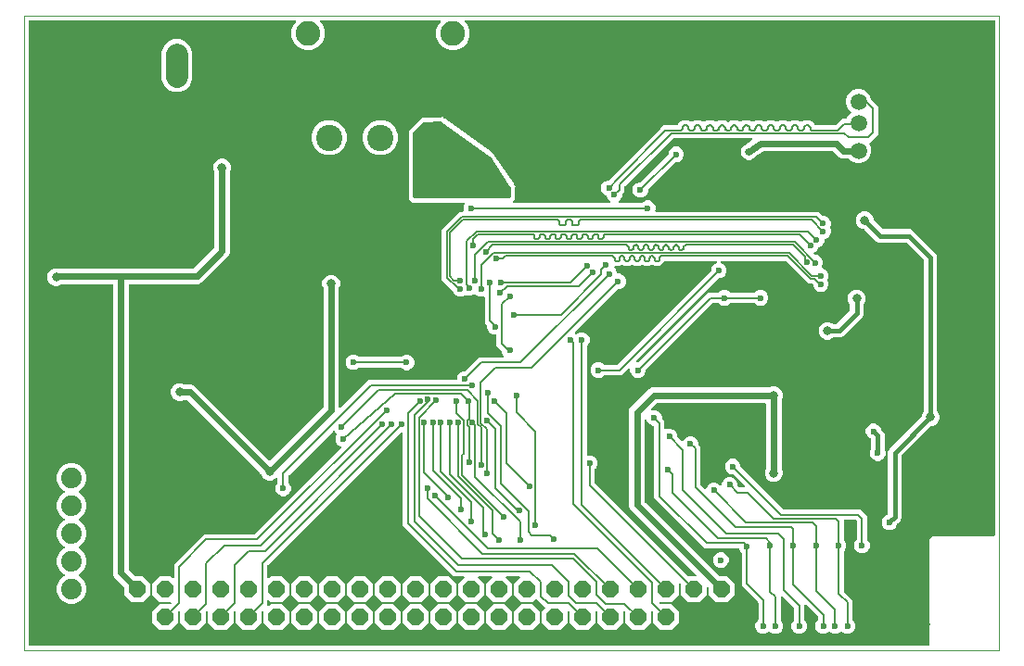
<source format=gbl>
G04 EAGLE Gerber X2 export*
%TF.Part,Single*%
%TF.FileFunction,Other,Bottom Layer Cooper*%
%TF.FilePolarity,Positive*%
%TF.GenerationSoftware,Autodesk,EAGLE,9.0.0*%
%TF.CreationDate,2019-03-06T05:58:58Z*%
G75*
%MOMM*%
%FSLAX34Y34*%
%LPD*%
%AMOC8*
5,1,8,0,0,1.08239X$1,22.5*%
G01*
%ADD10C,0.000000*%
%ADD11C,2.000000*%
%ADD12C,2.400000*%
%ADD13C,2.250000*%
%ADD14C,1.879600*%
%ADD15P,1.649562X8X22.500000*%
%ADD16C,2.030000*%
%ADD17C,1.500000*%
%ADD18C,3.580000*%
%ADD19C,0.600000*%
%ADD20C,0.127000*%
%ADD21C,0.406400*%
%ADD22C,0.200000*%
%ADD23C,0.609600*%
%ADD24C,0.800000*%
%ADD25C,0.654000*%

G36*
X935000Y144074D02*
X935000Y144074D01*
X935064Y144073D01*
X935139Y144094D01*
X935215Y144105D01*
X935274Y144131D01*
X935336Y144148D01*
X935402Y144189D01*
X935472Y144221D01*
X935521Y144263D01*
X935576Y144296D01*
X935628Y144354D01*
X935686Y144404D01*
X935722Y144458D01*
X935765Y144506D01*
X935798Y144575D01*
X935841Y144640D01*
X935860Y144702D01*
X935888Y144759D01*
X935899Y144829D01*
X935923Y144910D01*
X935924Y144995D01*
X935935Y145064D01*
X935935Y241684D01*
X938316Y244065D01*
X994936Y244065D01*
X995000Y244074D01*
X995064Y244073D01*
X995139Y244094D01*
X995215Y244105D01*
X995274Y244131D01*
X995336Y244148D01*
X995402Y244189D01*
X995472Y244221D01*
X995521Y244263D01*
X995576Y244296D01*
X995628Y244354D01*
X995686Y244404D01*
X995722Y244458D01*
X995765Y244506D01*
X995798Y244575D01*
X995841Y244640D01*
X995860Y244702D01*
X995888Y244759D01*
X995899Y244829D01*
X995923Y244910D01*
X995924Y244995D01*
X995935Y245064D01*
X995935Y714936D01*
X995926Y715000D01*
X995927Y715064D01*
X995906Y715139D01*
X995895Y715215D01*
X995869Y715274D01*
X995852Y715336D01*
X995811Y715402D01*
X995779Y715472D01*
X995737Y715521D01*
X995704Y715576D01*
X995646Y715628D01*
X995596Y715686D01*
X995542Y715722D01*
X995494Y715765D01*
X995425Y715798D01*
X995360Y715841D01*
X995298Y715860D01*
X995241Y715888D01*
X995171Y715899D01*
X995090Y715923D01*
X995005Y715924D01*
X994936Y715935D01*
X513085Y715935D01*
X513053Y715931D01*
X513021Y715933D01*
X512914Y715911D01*
X512806Y715895D01*
X512777Y715882D01*
X512745Y715876D01*
X512649Y715824D01*
X512549Y715779D01*
X512525Y715758D01*
X512496Y715743D01*
X512418Y715667D01*
X512335Y715596D01*
X512317Y715569D01*
X512294Y715546D01*
X512240Y715451D01*
X512181Y715360D01*
X512171Y715329D01*
X512155Y715301D01*
X512130Y715195D01*
X512098Y715090D01*
X512098Y715058D01*
X512090Y715027D01*
X512096Y714917D01*
X512094Y714808D01*
X512103Y714777D01*
X512105Y714745D01*
X512140Y714642D01*
X512170Y714536D01*
X512187Y714509D01*
X512197Y714478D01*
X512250Y714405D01*
X512318Y714296D01*
X512354Y714264D01*
X512379Y714229D01*
X514133Y712475D01*
X516465Y706846D01*
X516465Y700754D01*
X514133Y695125D01*
X509825Y690817D01*
X504196Y688485D01*
X498104Y688485D01*
X492475Y690817D01*
X488167Y695125D01*
X485835Y700754D01*
X485835Y706846D01*
X488167Y712475D01*
X489921Y714229D01*
X489940Y714255D01*
X489965Y714276D01*
X490025Y714368D01*
X490090Y714455D01*
X490102Y714485D01*
X490119Y714512D01*
X490151Y714617D01*
X490190Y714719D01*
X490192Y714751D01*
X490202Y714782D01*
X490203Y714891D01*
X490212Y715000D01*
X490205Y715032D01*
X490206Y715064D01*
X490176Y715169D01*
X490154Y715276D01*
X490139Y715305D01*
X490130Y715336D01*
X490073Y715429D01*
X490022Y715525D01*
X489999Y715548D01*
X489982Y715576D01*
X489901Y715649D01*
X489825Y715727D01*
X489797Y715743D01*
X489773Y715765D01*
X489675Y715812D01*
X489580Y715866D01*
X489548Y715874D01*
X489519Y715888D01*
X489430Y715902D01*
X489305Y715931D01*
X489257Y715929D01*
X489215Y715935D01*
X380985Y715935D01*
X380953Y715931D01*
X380921Y715933D01*
X380814Y715911D01*
X380706Y715895D01*
X380677Y715882D01*
X380645Y715876D01*
X380549Y715824D01*
X380449Y715779D01*
X380425Y715758D01*
X380396Y715743D01*
X380318Y715667D01*
X380235Y715596D01*
X380217Y715569D01*
X380194Y715546D01*
X380140Y715451D01*
X380081Y715360D01*
X380071Y715329D01*
X380055Y715301D01*
X380030Y715195D01*
X379998Y715090D01*
X379998Y715058D01*
X379990Y715027D01*
X379996Y714917D01*
X379994Y714808D01*
X380003Y714777D01*
X380005Y714745D01*
X380040Y714642D01*
X380070Y714536D01*
X380087Y714509D01*
X380097Y714478D01*
X380150Y714405D01*
X380218Y714296D01*
X380254Y714264D01*
X380279Y714229D01*
X382033Y712475D01*
X384365Y706846D01*
X384365Y700754D01*
X382033Y695125D01*
X377725Y690817D01*
X372096Y688485D01*
X366004Y688485D01*
X360375Y690817D01*
X356067Y695125D01*
X353735Y700754D01*
X353735Y706846D01*
X356067Y712475D01*
X357821Y714229D01*
X357840Y714255D01*
X357865Y714276D01*
X357925Y714368D01*
X357990Y714455D01*
X358002Y714485D01*
X358019Y714512D01*
X358051Y714617D01*
X358090Y714719D01*
X358092Y714751D01*
X358102Y714782D01*
X358103Y714891D01*
X358112Y715000D01*
X358105Y715032D01*
X358106Y715064D01*
X358076Y715169D01*
X358054Y715276D01*
X358039Y715305D01*
X358030Y715336D01*
X357973Y715429D01*
X357922Y715525D01*
X357899Y715548D01*
X357882Y715576D01*
X357801Y715649D01*
X357725Y715727D01*
X357697Y715743D01*
X357673Y715765D01*
X357575Y715812D01*
X357480Y715866D01*
X357448Y715874D01*
X357419Y715888D01*
X357330Y715902D01*
X357205Y715931D01*
X357157Y715929D01*
X357115Y715935D01*
X115064Y715935D01*
X115000Y715926D01*
X114936Y715927D01*
X114861Y715906D01*
X114785Y715895D01*
X114726Y715869D01*
X114664Y715852D01*
X114598Y715811D01*
X114528Y715779D01*
X114479Y715737D01*
X114424Y715704D01*
X114372Y715646D01*
X114314Y715596D01*
X114278Y715542D01*
X114235Y715494D01*
X114202Y715425D01*
X114159Y715360D01*
X114140Y715298D01*
X114112Y715241D01*
X114101Y715171D01*
X114077Y715090D01*
X114076Y715005D01*
X114065Y714936D01*
X114065Y145064D01*
X114074Y145000D01*
X114073Y144936D01*
X114094Y144861D01*
X114105Y144785D01*
X114131Y144726D01*
X114148Y144664D01*
X114189Y144598D01*
X114221Y144528D01*
X114263Y144479D01*
X114296Y144424D01*
X114354Y144372D01*
X114404Y144314D01*
X114458Y144278D01*
X114506Y144235D01*
X114575Y144202D01*
X114640Y144159D01*
X114702Y144140D01*
X114759Y144112D01*
X114829Y144101D01*
X114910Y144077D01*
X114995Y144076D01*
X115064Y144065D01*
X934936Y144065D01*
X935000Y144074D01*
G37*
%LPC*%
G36*
X815967Y154733D02*
X815967Y154733D01*
X813370Y155809D01*
X811383Y157796D01*
X810307Y160393D01*
X810307Y163203D01*
X811383Y165800D01*
X812380Y166797D01*
X812437Y166873D01*
X812502Y166945D01*
X812522Y166986D01*
X812549Y167022D01*
X812583Y167112D01*
X812625Y167199D01*
X812631Y167241D01*
X812648Y167286D01*
X812658Y167414D01*
X812672Y167503D01*
X812672Y177979D01*
X812659Y178074D01*
X812654Y178171D01*
X812639Y178214D01*
X812632Y178259D01*
X812593Y178346D01*
X812561Y178437D01*
X812536Y178471D01*
X812516Y178516D01*
X812433Y178613D01*
X812380Y178686D01*
X801934Y189132D01*
X801908Y189151D01*
X801887Y189176D01*
X801795Y189236D01*
X801708Y189301D01*
X801678Y189313D01*
X801651Y189330D01*
X801546Y189362D01*
X801444Y189401D01*
X801412Y189403D01*
X801381Y189413D01*
X801272Y189414D01*
X801163Y189423D01*
X801131Y189416D01*
X801099Y189416D01*
X800994Y189387D01*
X800887Y189365D01*
X800858Y189350D01*
X800827Y189341D01*
X800734Y189284D01*
X800638Y189233D01*
X800615Y189210D01*
X800587Y189193D01*
X800514Y189112D01*
X800436Y189036D01*
X800420Y189008D01*
X800398Y188984D01*
X800351Y188886D01*
X800297Y188790D01*
X800289Y188759D01*
X800275Y188730D01*
X800261Y188641D01*
X800232Y188516D01*
X800234Y188467D01*
X800228Y188425D01*
X800228Y167757D01*
X800241Y167662D01*
X800246Y167566D01*
X800261Y167523D01*
X800268Y167478D01*
X800307Y167391D01*
X800339Y167300D01*
X800364Y167265D01*
X800384Y167221D01*
X800467Y167124D01*
X800520Y167051D01*
X801517Y166054D01*
X802593Y163457D01*
X802593Y160647D01*
X801517Y158050D01*
X799530Y156063D01*
X796933Y154987D01*
X794123Y154987D01*
X791526Y156063D01*
X790647Y156942D01*
X790595Y156981D01*
X790550Y157027D01*
X790483Y157065D01*
X790421Y157112D01*
X790361Y157134D01*
X790305Y157166D01*
X790230Y157184D01*
X790157Y157211D01*
X790093Y157216D01*
X790031Y157231D01*
X789953Y157227D01*
X789876Y157233D01*
X789813Y157220D01*
X789749Y157217D01*
X789676Y157191D01*
X789600Y157175D01*
X789543Y157145D01*
X789482Y157124D01*
X789426Y157083D01*
X789351Y157043D01*
X789290Y156984D01*
X789233Y156942D01*
X788354Y156063D01*
X785757Y154987D01*
X782947Y154987D01*
X780350Y156063D01*
X778363Y158050D01*
X777287Y160647D01*
X777287Y163457D01*
X778363Y166054D01*
X779614Y167305D01*
X779671Y167381D01*
X779736Y167453D01*
X779756Y167494D01*
X779783Y167530D01*
X779817Y167620D01*
X779859Y167707D01*
X779865Y167749D01*
X779882Y167794D01*
X779889Y167874D01*
X779894Y167893D01*
X779895Y167938D01*
X779906Y168011D01*
X779906Y183313D01*
X779893Y183408D01*
X779888Y183505D01*
X779873Y183548D01*
X779866Y183593D01*
X779827Y183680D01*
X779795Y183771D01*
X779770Y183805D01*
X779750Y183850D01*
X779667Y183947D01*
X779614Y184020D01*
X764666Y198967D01*
X764666Y228991D01*
X764653Y229086D01*
X764648Y229182D01*
X764633Y229225D01*
X764626Y229270D01*
X764587Y229357D01*
X764576Y229390D01*
X764573Y229401D01*
X764571Y229403D01*
X764555Y229448D01*
X764530Y229483D01*
X764510Y229527D01*
X764454Y229592D01*
X764424Y229641D01*
X764397Y229666D01*
X764374Y229697D01*
X763377Y230694D01*
X762659Y232427D01*
X762654Y232436D01*
X762652Y232445D01*
X762582Y232557D01*
X762515Y232670D01*
X762508Y232677D01*
X762503Y232685D01*
X762405Y232773D01*
X762310Y232863D01*
X762301Y232867D01*
X762294Y232874D01*
X762176Y232931D01*
X762058Y232991D01*
X762049Y232993D01*
X762040Y232997D01*
X761964Y233009D01*
X761781Y233043D01*
X761757Y233041D01*
X761736Y233044D01*
X730589Y233044D01*
X727544Y236090D01*
X684910Y278723D01*
X684910Y343980D01*
X684902Y344038D01*
X684902Y344043D01*
X684901Y344046D01*
X684902Y344108D01*
X684881Y344183D01*
X684870Y344259D01*
X684844Y344318D01*
X684827Y344380D01*
X684786Y344446D01*
X684754Y344516D01*
X684712Y344565D01*
X684679Y344620D01*
X684621Y344672D01*
X684571Y344730D01*
X684517Y344766D01*
X684469Y344809D01*
X684400Y344842D01*
X684335Y344885D01*
X684273Y344904D01*
X684216Y344932D01*
X684146Y344943D01*
X684065Y344967D01*
X683980Y344968D01*
X683911Y344979D01*
X683633Y344979D01*
X681036Y346055D01*
X679049Y348042D01*
X678071Y350402D01*
X678027Y350477D01*
X677991Y350556D01*
X677956Y350598D01*
X677928Y350645D01*
X677864Y350705D01*
X677808Y350770D01*
X677762Y350801D01*
X677722Y350838D01*
X677645Y350877D01*
X677572Y350925D01*
X677519Y350941D01*
X677470Y350966D01*
X677385Y350982D01*
X677302Y351007D01*
X677247Y351008D01*
X677193Y351018D01*
X677107Y351010D01*
X677020Y351011D01*
X676967Y350996D01*
X676913Y350991D01*
X676832Y350959D01*
X676748Y350936D01*
X676701Y350907D01*
X676651Y350887D01*
X676582Y350833D01*
X676508Y350788D01*
X676472Y350747D01*
X676428Y350713D01*
X676377Y350643D01*
X676319Y350578D01*
X676295Y350529D01*
X676263Y350484D01*
X676234Y350403D01*
X676196Y350325D01*
X676188Y350274D01*
X676169Y350219D01*
X676162Y350105D01*
X676149Y350020D01*
X676149Y276432D01*
X676162Y276337D01*
X676167Y276241D01*
X676182Y276198D01*
X676189Y276153D01*
X676228Y276065D01*
X676260Y275975D01*
X676285Y275940D01*
X676305Y275896D01*
X676388Y275799D01*
X676441Y275726D01*
X744482Y207685D01*
X744558Y207628D01*
X744630Y207563D01*
X744671Y207543D01*
X744707Y207516D01*
X744797Y207482D01*
X744883Y207440D01*
X744926Y207434D01*
X744971Y207417D01*
X745099Y207407D01*
X745188Y207393D01*
X751240Y207393D01*
X758085Y200548D01*
X758085Y190868D01*
X751240Y184023D01*
X741560Y184023D01*
X734715Y190868D01*
X734715Y196920D01*
X734702Y197015D01*
X734697Y197111D01*
X734682Y197154D01*
X734675Y197199D01*
X734636Y197287D01*
X734604Y197378D01*
X734579Y197412D01*
X734559Y197456D01*
X734476Y197553D01*
X734423Y197626D01*
X734391Y197659D01*
X734378Y197668D01*
X734376Y197670D01*
X734368Y197676D01*
X734365Y197678D01*
X734344Y197702D01*
X734252Y197762D01*
X734165Y197828D01*
X734135Y197839D01*
X734108Y197857D01*
X734003Y197889D01*
X733901Y197927D01*
X733869Y197930D01*
X733838Y197939D01*
X733729Y197941D01*
X733620Y197949D01*
X733588Y197943D01*
X733556Y197943D01*
X733451Y197914D01*
X733344Y197892D01*
X733315Y197876D01*
X733284Y197868D01*
X733191Y197810D01*
X733095Y197759D01*
X733072Y197737D01*
X733044Y197720D01*
X732971Y197639D01*
X732893Y197562D01*
X732877Y197534D01*
X732855Y197510D01*
X732808Y197412D01*
X732754Y197317D01*
X732746Y197286D01*
X732732Y197257D01*
X732718Y197167D01*
X732689Y197042D01*
X732691Y196994D01*
X732685Y196952D01*
X732685Y190868D01*
X725840Y184023D01*
X716160Y184023D01*
X709315Y190868D01*
X709315Y200332D01*
X709302Y200427D01*
X709297Y200524D01*
X709282Y200567D01*
X709275Y200612D01*
X709236Y200699D01*
X709204Y200790D01*
X709179Y200824D01*
X709159Y200869D01*
X709076Y200966D01*
X709023Y201039D01*
X708991Y201071D01*
X708978Y201081D01*
X708976Y201083D01*
X708968Y201088D01*
X708965Y201090D01*
X708944Y201115D01*
X708852Y201175D01*
X708765Y201240D01*
X708735Y201252D01*
X708708Y201269D01*
X708603Y201301D01*
X708501Y201340D01*
X708469Y201342D01*
X708438Y201352D01*
X708329Y201353D01*
X708220Y201362D01*
X708188Y201355D01*
X708156Y201355D01*
X708051Y201326D01*
X707944Y201304D01*
X707915Y201289D01*
X707884Y201280D01*
X707791Y201223D01*
X707695Y201172D01*
X707672Y201149D01*
X707644Y201132D01*
X707571Y201051D01*
X707493Y200975D01*
X707477Y200947D01*
X707455Y200923D01*
X707408Y200825D01*
X707354Y200729D01*
X707346Y200698D01*
X707332Y200669D01*
X707318Y200580D01*
X707289Y200455D01*
X707291Y200406D01*
X707285Y200364D01*
X707285Y190868D01*
X700440Y184023D01*
X690944Y184023D01*
X690911Y184019D01*
X690879Y184021D01*
X690772Y183999D01*
X690664Y183983D01*
X690635Y183970D01*
X690603Y183963D01*
X690507Y183912D01*
X690407Y183867D01*
X690383Y183846D01*
X690354Y183831D01*
X690276Y183755D01*
X690193Y183684D01*
X690175Y183657D01*
X690152Y183634D01*
X690098Y183539D01*
X690039Y183448D01*
X690029Y183417D01*
X690013Y183389D01*
X689988Y183282D01*
X689956Y183178D01*
X689956Y183146D01*
X689948Y183114D01*
X689954Y183005D01*
X689953Y182896D01*
X689961Y182865D01*
X689963Y182832D01*
X689999Y182729D01*
X690028Y182624D01*
X690045Y182597D01*
X690055Y182566D01*
X690109Y182493D01*
X690176Y182384D01*
X690204Y182359D01*
X690208Y182352D01*
X690219Y182343D01*
X690237Y182317D01*
X690269Y182285D01*
X690346Y182228D01*
X690417Y182163D01*
X690458Y182143D01*
X690495Y182116D01*
X690585Y182082D01*
X690671Y182040D01*
X690713Y182034D01*
X690759Y182017D01*
X690886Y182007D01*
X690976Y181993D01*
X700440Y181993D01*
X707285Y175148D01*
X707285Y165468D01*
X700440Y158623D01*
X690760Y158623D01*
X683915Y165468D01*
X683915Y174932D01*
X683902Y175027D01*
X683897Y175123D01*
X683882Y175166D01*
X683875Y175212D01*
X683836Y175299D01*
X683805Y175390D01*
X683779Y175424D01*
X683759Y175469D01*
X683676Y175566D01*
X683623Y175639D01*
X683591Y175671D01*
X683578Y175680D01*
X683576Y175683D01*
X683567Y175689D01*
X683565Y175690D01*
X683544Y175715D01*
X683452Y175775D01*
X683365Y175840D01*
X683335Y175852D01*
X683308Y175869D01*
X683204Y175901D01*
X683102Y175940D01*
X683069Y175942D01*
X683038Y175952D01*
X682929Y175953D01*
X682820Y175962D01*
X682789Y175955D01*
X682756Y175955D01*
X682651Y175926D01*
X682544Y175904D01*
X682516Y175889D01*
X682484Y175880D01*
X682392Y175823D01*
X682295Y175772D01*
X682272Y175749D01*
X682244Y175732D01*
X682171Y175651D01*
X682093Y175575D01*
X682077Y175547D01*
X682055Y175523D01*
X682008Y175425D01*
X681954Y175330D01*
X681946Y175298D01*
X681932Y175269D01*
X681918Y175180D01*
X681889Y175055D01*
X681891Y175007D01*
X681885Y174964D01*
X681885Y165468D01*
X675040Y158623D01*
X665360Y158623D01*
X658515Y165468D01*
X658515Y174932D01*
X658502Y175027D01*
X658497Y175123D01*
X658482Y175166D01*
X658475Y175212D01*
X658436Y175299D01*
X658405Y175390D01*
X658379Y175424D01*
X658359Y175469D01*
X658276Y175566D01*
X658223Y175639D01*
X658191Y175671D01*
X658178Y175680D01*
X658176Y175683D01*
X658167Y175689D01*
X658165Y175690D01*
X658144Y175715D01*
X658052Y175775D01*
X657965Y175840D01*
X657935Y175852D01*
X657908Y175869D01*
X657804Y175901D01*
X657702Y175940D01*
X657669Y175942D01*
X657638Y175952D01*
X657529Y175953D01*
X657420Y175962D01*
X657389Y175955D01*
X657356Y175955D01*
X657251Y175926D01*
X657144Y175904D01*
X657116Y175889D01*
X657084Y175880D01*
X656992Y175823D01*
X656895Y175772D01*
X656872Y175749D01*
X656844Y175732D01*
X656771Y175651D01*
X656693Y175575D01*
X656677Y175547D01*
X656655Y175523D01*
X656608Y175425D01*
X656554Y175330D01*
X656546Y175298D01*
X656532Y175269D01*
X656518Y175180D01*
X656489Y175055D01*
X656491Y175007D01*
X656485Y174964D01*
X656485Y165468D01*
X649640Y158623D01*
X639960Y158623D01*
X633115Y165468D01*
X633115Y174932D01*
X633102Y175027D01*
X633097Y175123D01*
X633082Y175166D01*
X633075Y175212D01*
X633036Y175299D01*
X633005Y175390D01*
X632979Y175424D01*
X632959Y175469D01*
X632876Y175566D01*
X632823Y175639D01*
X632791Y175671D01*
X632778Y175680D01*
X632776Y175683D01*
X632767Y175689D01*
X632765Y175690D01*
X632744Y175715D01*
X632652Y175775D01*
X632565Y175840D01*
X632535Y175852D01*
X632508Y175869D01*
X632404Y175901D01*
X632302Y175940D01*
X632269Y175942D01*
X632238Y175952D01*
X632129Y175953D01*
X632020Y175962D01*
X631989Y175955D01*
X631956Y175955D01*
X631851Y175926D01*
X631744Y175904D01*
X631716Y175889D01*
X631684Y175880D01*
X631592Y175823D01*
X631495Y175772D01*
X631472Y175749D01*
X631444Y175732D01*
X631371Y175651D01*
X631293Y175575D01*
X631277Y175547D01*
X631255Y175523D01*
X631208Y175425D01*
X631154Y175330D01*
X631146Y175298D01*
X631132Y175269D01*
X631118Y175180D01*
X631089Y175055D01*
X631091Y175007D01*
X631085Y174964D01*
X631085Y165468D01*
X624240Y158623D01*
X614560Y158623D01*
X607715Y165468D01*
X607715Y174932D01*
X607702Y175027D01*
X607697Y175123D01*
X607682Y175166D01*
X607675Y175212D01*
X607636Y175299D01*
X607605Y175390D01*
X607579Y175424D01*
X607559Y175469D01*
X607476Y175566D01*
X607423Y175639D01*
X607391Y175671D01*
X607378Y175680D01*
X607376Y175683D01*
X607367Y175689D01*
X607365Y175690D01*
X607344Y175715D01*
X607252Y175775D01*
X607165Y175840D01*
X607135Y175852D01*
X607108Y175869D01*
X607004Y175901D01*
X606902Y175940D01*
X606869Y175942D01*
X606838Y175952D01*
X606729Y175953D01*
X606620Y175962D01*
X606589Y175955D01*
X606556Y175955D01*
X606451Y175926D01*
X606344Y175904D01*
X606316Y175889D01*
X606284Y175880D01*
X606192Y175823D01*
X606095Y175772D01*
X606072Y175749D01*
X606044Y175732D01*
X605971Y175651D01*
X605893Y175575D01*
X605877Y175547D01*
X605855Y175523D01*
X605808Y175425D01*
X605754Y175330D01*
X605746Y175298D01*
X605732Y175269D01*
X605718Y175180D01*
X605689Y175055D01*
X605691Y175007D01*
X605685Y174964D01*
X605685Y165468D01*
X598840Y158623D01*
X589160Y158623D01*
X582315Y165468D01*
X582315Y175148D01*
X584872Y177705D01*
X584910Y177756D01*
X584956Y177801D01*
X584995Y177868D01*
X585041Y177930D01*
X585064Y177990D01*
X585096Y178046D01*
X585113Y178122D01*
X585141Y178194D01*
X585146Y178258D01*
X585160Y178321D01*
X585157Y178398D01*
X585162Y178475D01*
X585149Y178538D01*
X585146Y178602D01*
X585121Y178675D01*
X585105Y178751D01*
X585075Y178808D01*
X585054Y178869D01*
X585012Y178925D01*
X584972Y179000D01*
X584913Y179061D01*
X584872Y179118D01*
X582764Y181226D01*
X577410Y186580D01*
X577358Y186618D01*
X577313Y186664D01*
X577246Y186703D01*
X577184Y186749D01*
X577124Y186772D01*
X577068Y186804D01*
X576993Y186821D01*
X576920Y186849D01*
X576856Y186854D01*
X576794Y186868D01*
X576716Y186865D01*
X576639Y186870D01*
X576576Y186857D01*
X576512Y186854D01*
X576439Y186829D01*
X576363Y186813D01*
X576306Y186783D01*
X576246Y186762D01*
X576189Y186720D01*
X576114Y186680D01*
X576053Y186621D01*
X575997Y186580D01*
X573440Y184023D01*
X563760Y184023D01*
X556915Y190868D01*
X556915Y200548D01*
X562052Y205684D01*
X562071Y205710D01*
X562096Y205731D01*
X562156Y205823D01*
X562221Y205910D01*
X562232Y205940D01*
X562250Y205967D01*
X562282Y206072D01*
X562321Y206174D01*
X562323Y206206D01*
X562332Y206237D01*
X562334Y206346D01*
X562342Y206455D01*
X562336Y206487D01*
X562336Y206519D01*
X562307Y206624D01*
X562285Y206731D01*
X562270Y206760D01*
X562261Y206791D01*
X562204Y206884D01*
X562152Y206980D01*
X562130Y207003D01*
X562113Y207031D01*
X562032Y207104D01*
X561956Y207182D01*
X561928Y207198D01*
X561904Y207220D01*
X561805Y207267D01*
X561710Y207321D01*
X561679Y207329D01*
X561650Y207343D01*
X561561Y207357D01*
X561436Y207386D01*
X561387Y207384D01*
X561345Y207390D01*
X550455Y207390D01*
X550423Y207386D01*
X550391Y207388D01*
X550284Y207366D01*
X550176Y207350D01*
X550146Y207337D01*
X550115Y207331D01*
X550018Y207279D01*
X549919Y207234D01*
X549894Y207213D01*
X549866Y207198D01*
X549787Y207122D01*
X549704Y207051D01*
X549687Y207024D01*
X549664Y207001D01*
X549610Y206906D01*
X549550Y206815D01*
X549540Y206784D01*
X549525Y206756D01*
X549499Y206649D01*
X549468Y206545D01*
X549467Y206513D01*
X549460Y206482D01*
X549465Y206372D01*
X549464Y206263D01*
X549472Y206232D01*
X549474Y206200D01*
X549510Y206097D01*
X549539Y205991D01*
X549556Y205964D01*
X549566Y205933D01*
X549620Y205860D01*
X549687Y205751D01*
X549723Y205719D01*
X549748Y205684D01*
X554885Y200548D01*
X554885Y190868D01*
X548040Y184023D01*
X538360Y184023D01*
X531515Y190868D01*
X531515Y200548D01*
X536652Y205684D01*
X536671Y205710D01*
X536696Y205731D01*
X536756Y205823D01*
X536821Y205910D01*
X536832Y205940D01*
X536850Y205967D01*
X536882Y206072D01*
X536921Y206174D01*
X536923Y206206D01*
X536932Y206237D01*
X536934Y206346D01*
X536942Y206455D01*
X536936Y206487D01*
X536936Y206519D01*
X536907Y206624D01*
X536885Y206731D01*
X536870Y206760D01*
X536861Y206791D01*
X536804Y206884D01*
X536752Y206980D01*
X536730Y207003D01*
X536713Y207031D01*
X536632Y207104D01*
X536556Y207182D01*
X536528Y207198D01*
X536504Y207220D01*
X536405Y207267D01*
X536310Y207321D01*
X536279Y207329D01*
X536250Y207343D01*
X536161Y207357D01*
X536036Y207386D01*
X535987Y207384D01*
X535945Y207390D01*
X525055Y207390D01*
X525023Y207386D01*
X524991Y207388D01*
X524884Y207366D01*
X524776Y207350D01*
X524746Y207337D01*
X524715Y207331D01*
X524618Y207279D01*
X524519Y207234D01*
X524494Y207213D01*
X524466Y207198D01*
X524387Y207122D01*
X524304Y207051D01*
X524287Y207024D01*
X524264Y207001D01*
X524210Y206906D01*
X524150Y206815D01*
X524140Y206784D01*
X524125Y206756D01*
X524099Y206649D01*
X524068Y206545D01*
X524067Y206513D01*
X524060Y206482D01*
X524065Y206372D01*
X524064Y206263D01*
X524072Y206232D01*
X524074Y206200D01*
X524110Y206097D01*
X524139Y205991D01*
X524156Y205964D01*
X524166Y205933D01*
X524220Y205860D01*
X524287Y205751D01*
X524323Y205719D01*
X524348Y205684D01*
X529485Y200548D01*
X529485Y190868D01*
X522640Y184023D01*
X512960Y184023D01*
X506115Y190868D01*
X506115Y200548D01*
X511252Y205684D01*
X511271Y205710D01*
X511296Y205731D01*
X511356Y205823D01*
X511421Y205910D01*
X511432Y205940D01*
X511450Y205967D01*
X511482Y206072D01*
X511521Y206174D01*
X511523Y206206D01*
X511532Y206237D01*
X511534Y206346D01*
X511542Y206455D01*
X511536Y206487D01*
X511536Y206519D01*
X511507Y206624D01*
X511485Y206731D01*
X511470Y206760D01*
X511461Y206791D01*
X511404Y206884D01*
X511352Y206980D01*
X511330Y207003D01*
X511313Y207031D01*
X511232Y207104D01*
X511156Y207182D01*
X511128Y207198D01*
X511104Y207220D01*
X511005Y207267D01*
X510910Y207321D01*
X510879Y207329D01*
X510850Y207343D01*
X510761Y207357D01*
X510636Y207386D01*
X510587Y207384D01*
X510545Y207390D01*
X501989Y207390D01*
X498944Y210436D01*
X458340Y251040D01*
X455294Y254085D01*
X455294Y338412D01*
X455285Y338476D01*
X455286Y338540D01*
X455265Y338615D01*
X455254Y338691D01*
X455228Y338750D01*
X455211Y338812D01*
X455170Y338878D01*
X455138Y338948D01*
X455096Y338997D01*
X455063Y339052D01*
X455005Y339104D01*
X454955Y339162D01*
X454901Y339198D01*
X454853Y339241D01*
X454784Y339274D01*
X454719Y339317D01*
X454657Y339336D01*
X454600Y339364D01*
X454530Y339375D01*
X454449Y339399D01*
X454364Y339400D01*
X454295Y339411D01*
X454058Y339411D01*
X453963Y339398D01*
X453866Y339393D01*
X453823Y339378D01*
X453778Y339371D01*
X453691Y339332D01*
X453600Y339300D01*
X453566Y339275D01*
X453521Y339255D01*
X453424Y339172D01*
X453351Y339119D01*
X332144Y217912D01*
X332087Y217835D01*
X332022Y217764D01*
X332002Y217723D01*
X331975Y217686D01*
X331941Y217596D01*
X331899Y217510D01*
X331893Y217468D01*
X331876Y217423D01*
X331866Y217295D01*
X331852Y217205D01*
X331852Y206497D01*
X331856Y206465D01*
X331854Y206433D01*
X331876Y206326D01*
X331892Y206218D01*
X331905Y206188D01*
X331911Y206157D01*
X331963Y206060D01*
X332008Y205961D01*
X332029Y205936D01*
X332044Y205908D01*
X332120Y205829D01*
X332191Y205746D01*
X332218Y205729D01*
X332241Y205706D01*
X332336Y205652D01*
X332427Y205592D01*
X332458Y205582D01*
X332486Y205567D01*
X332592Y205541D01*
X332697Y205510D01*
X332729Y205509D01*
X332760Y205502D01*
X332870Y205507D01*
X332979Y205506D01*
X333010Y205514D01*
X333042Y205516D01*
X333145Y205552D01*
X333251Y205581D01*
X333278Y205598D01*
X333309Y205608D01*
X333382Y205662D01*
X333491Y205729D01*
X333523Y205765D01*
X333558Y205790D01*
X335160Y207393D01*
X344840Y207393D01*
X351685Y200548D01*
X351685Y190868D01*
X344840Y184023D01*
X335160Y184023D01*
X333558Y185626D01*
X333532Y185645D01*
X333511Y185670D01*
X333419Y185730D01*
X333332Y185795D01*
X333302Y185806D01*
X333275Y185824D01*
X333170Y185856D01*
X333068Y185895D01*
X333036Y185897D01*
X333005Y185906D01*
X332896Y185908D01*
X332787Y185916D01*
X332755Y185910D01*
X332723Y185910D01*
X332618Y185881D01*
X332511Y185859D01*
X332482Y185844D01*
X332451Y185835D01*
X332358Y185778D01*
X332262Y185726D01*
X332239Y185704D01*
X332211Y185687D01*
X332138Y185606D01*
X332060Y185530D01*
X332044Y185502D01*
X332022Y185478D01*
X331975Y185379D01*
X331921Y185284D01*
X331913Y185253D01*
X331899Y185224D01*
X331885Y185135D01*
X331856Y185010D01*
X331858Y184961D01*
X331852Y184919D01*
X331852Y181097D01*
X331856Y181065D01*
X331854Y181033D01*
X331876Y180926D01*
X331892Y180818D01*
X331905Y180788D01*
X331911Y180757D01*
X331963Y180660D01*
X332008Y180561D01*
X332029Y180536D01*
X332044Y180508D01*
X332120Y180429D01*
X332191Y180346D01*
X332218Y180329D01*
X332241Y180306D01*
X332336Y180252D01*
X332427Y180192D01*
X332458Y180182D01*
X332486Y180167D01*
X332592Y180141D01*
X332697Y180110D01*
X332729Y180109D01*
X332760Y180102D01*
X332870Y180107D01*
X332979Y180106D01*
X333010Y180114D01*
X333042Y180116D01*
X333145Y180152D01*
X333251Y180181D01*
X333278Y180198D01*
X333309Y180208D01*
X333382Y180262D01*
X333491Y180329D01*
X333523Y180365D01*
X333558Y180390D01*
X335160Y181993D01*
X344840Y181993D01*
X351685Y175148D01*
X351685Y165468D01*
X344840Y158623D01*
X335160Y158623D01*
X328315Y165468D01*
X328315Y174964D01*
X328311Y174997D01*
X328313Y175029D01*
X328291Y175136D01*
X328275Y175244D01*
X328262Y175273D01*
X328255Y175305D01*
X328204Y175401D01*
X328159Y175501D01*
X328138Y175525D01*
X328123Y175554D01*
X328047Y175632D01*
X327976Y175715D01*
X327949Y175733D01*
X327926Y175756D01*
X327831Y175810D01*
X327740Y175869D01*
X327709Y175879D01*
X327681Y175895D01*
X327574Y175920D01*
X327470Y175952D01*
X327438Y175952D01*
X327406Y175960D01*
X327297Y175954D01*
X327188Y175955D01*
X327157Y175947D01*
X327124Y175945D01*
X327021Y175909D01*
X326916Y175880D01*
X326889Y175863D01*
X326858Y175853D01*
X326785Y175799D01*
X326676Y175732D01*
X326651Y175704D01*
X326644Y175700D01*
X326635Y175689D01*
X326609Y175671D01*
X326577Y175639D01*
X326520Y175562D01*
X326455Y175491D01*
X326435Y175450D01*
X326408Y175413D01*
X326374Y175323D01*
X326332Y175237D01*
X326326Y175195D01*
X326309Y175149D01*
X326299Y175022D01*
X326285Y174932D01*
X326285Y165468D01*
X319440Y158623D01*
X309760Y158623D01*
X302915Y165468D01*
X302915Y174964D01*
X302911Y174997D01*
X302913Y175029D01*
X302891Y175136D01*
X302875Y175244D01*
X302862Y175273D01*
X302855Y175305D01*
X302804Y175401D01*
X302759Y175501D01*
X302738Y175525D01*
X302723Y175554D01*
X302647Y175632D01*
X302576Y175715D01*
X302549Y175733D01*
X302526Y175756D01*
X302431Y175810D01*
X302340Y175869D01*
X302309Y175879D01*
X302281Y175895D01*
X302174Y175920D01*
X302070Y175952D01*
X302038Y175952D01*
X302006Y175960D01*
X301897Y175954D01*
X301788Y175955D01*
X301757Y175947D01*
X301724Y175945D01*
X301621Y175909D01*
X301516Y175880D01*
X301489Y175863D01*
X301458Y175853D01*
X301385Y175799D01*
X301276Y175732D01*
X301251Y175704D01*
X301244Y175700D01*
X301235Y175689D01*
X301209Y175671D01*
X301177Y175639D01*
X301120Y175562D01*
X301055Y175491D01*
X301035Y175450D01*
X301008Y175413D01*
X300974Y175323D01*
X300932Y175237D01*
X300926Y175195D01*
X300909Y175149D01*
X300899Y175022D01*
X300885Y174932D01*
X300885Y165468D01*
X294040Y158623D01*
X284360Y158623D01*
X277515Y165468D01*
X277515Y174964D01*
X277511Y174997D01*
X277513Y175029D01*
X277491Y175136D01*
X277475Y175244D01*
X277462Y175273D01*
X277455Y175305D01*
X277404Y175401D01*
X277359Y175501D01*
X277338Y175525D01*
X277323Y175554D01*
X277247Y175632D01*
X277176Y175715D01*
X277149Y175733D01*
X277126Y175756D01*
X277031Y175810D01*
X276940Y175869D01*
X276909Y175879D01*
X276881Y175895D01*
X276774Y175920D01*
X276670Y175952D01*
X276638Y175952D01*
X276606Y175960D01*
X276497Y175954D01*
X276388Y175955D01*
X276357Y175947D01*
X276324Y175945D01*
X276221Y175909D01*
X276116Y175880D01*
X276089Y175863D01*
X276058Y175853D01*
X275985Y175799D01*
X275876Y175732D01*
X275851Y175704D01*
X275844Y175700D01*
X275835Y175689D01*
X275809Y175671D01*
X275777Y175639D01*
X275720Y175562D01*
X275655Y175491D01*
X275635Y175450D01*
X275608Y175413D01*
X275574Y175323D01*
X275532Y175237D01*
X275526Y175195D01*
X275509Y175149D01*
X275499Y175022D01*
X275485Y174932D01*
X275485Y165468D01*
X268640Y158623D01*
X258960Y158623D01*
X252115Y165468D01*
X252115Y174984D01*
X252111Y175017D01*
X252113Y175049D01*
X252091Y175156D01*
X252075Y175264D01*
X252062Y175293D01*
X252055Y175325D01*
X252004Y175421D01*
X251959Y175521D01*
X251938Y175545D01*
X251923Y175574D01*
X251847Y175652D01*
X251776Y175735D01*
X251749Y175753D01*
X251726Y175776D01*
X251631Y175830D01*
X251540Y175889D01*
X251509Y175899D01*
X251481Y175915D01*
X251374Y175940D01*
X251270Y175972D01*
X251238Y175972D01*
X251206Y175980D01*
X251097Y175974D01*
X250988Y175975D01*
X250957Y175967D01*
X250924Y175965D01*
X250821Y175929D01*
X250716Y175900D01*
X250689Y175883D01*
X250658Y175873D01*
X250585Y175819D01*
X250476Y175752D01*
X250451Y175724D01*
X250444Y175720D01*
X250435Y175709D01*
X250409Y175691D01*
X250377Y175659D01*
X250320Y175582D01*
X250255Y175511D01*
X250235Y175470D01*
X250208Y175433D01*
X250174Y175343D01*
X250132Y175257D01*
X250126Y175215D01*
X250109Y175169D01*
X250099Y175042D01*
X250085Y174952D01*
X250085Y165468D01*
X243240Y158623D01*
X233560Y158623D01*
X226715Y165468D01*
X226715Y175148D01*
X233560Y181993D01*
X243004Y181993D01*
X243099Y182006D01*
X243195Y182011D01*
X243238Y182026D01*
X243284Y182033D01*
X243371Y182072D01*
X243462Y182103D01*
X243496Y182129D01*
X243541Y182149D01*
X243638Y182232D01*
X243711Y182285D01*
X243743Y182317D01*
X243752Y182330D01*
X243755Y182332D01*
X243761Y182341D01*
X243762Y182343D01*
X243787Y182364D01*
X243847Y182456D01*
X243912Y182543D01*
X243924Y182573D01*
X243941Y182600D01*
X243973Y182704D01*
X244012Y182806D01*
X244014Y182839D01*
X244024Y182870D01*
X244025Y182979D01*
X244034Y183088D01*
X244027Y183119D01*
X244027Y183152D01*
X243998Y183257D01*
X243976Y183364D01*
X243961Y183392D01*
X243952Y183424D01*
X243895Y183516D01*
X243844Y183613D01*
X243821Y183636D01*
X243804Y183664D01*
X243723Y183737D01*
X243647Y183815D01*
X243619Y183831D01*
X243595Y183853D01*
X243497Y183900D01*
X243402Y183954D01*
X243370Y183962D01*
X243341Y183976D01*
X243252Y183990D01*
X243127Y184019D01*
X243079Y184017D01*
X243036Y184023D01*
X233560Y184023D01*
X226715Y190868D01*
X226715Y200548D01*
X233560Y207393D01*
X243240Y207393D01*
X244800Y205832D01*
X244826Y205813D01*
X244847Y205788D01*
X244939Y205728D01*
X245026Y205663D01*
X245056Y205652D01*
X245083Y205634D01*
X245188Y205602D01*
X245290Y205563D01*
X245322Y205561D01*
X245353Y205552D01*
X245462Y205550D01*
X245571Y205542D01*
X245603Y205548D01*
X245635Y205548D01*
X245740Y205577D01*
X245847Y205599D01*
X245876Y205614D01*
X245907Y205623D01*
X246000Y205680D01*
X246096Y205732D01*
X246119Y205754D01*
X246147Y205771D01*
X246220Y205852D01*
X246298Y205928D01*
X246314Y205956D01*
X246336Y205980D01*
X246383Y206079D01*
X246437Y206174D01*
X246445Y206205D01*
X246459Y206234D01*
X246473Y206323D01*
X246502Y206448D01*
X246500Y206497D01*
X246506Y206539D01*
X246506Y218355D01*
X274151Y246000D01*
X320271Y246000D01*
X320366Y246013D01*
X320463Y246018D01*
X320506Y246033D01*
X320551Y246040D01*
X320638Y246079D01*
X320729Y246111D01*
X320763Y246136D01*
X320808Y246156D01*
X320905Y246239D01*
X320978Y246292D01*
X399263Y324577D01*
X399334Y324672D01*
X399409Y324764D01*
X399418Y324785D01*
X399432Y324803D01*
X399474Y324914D01*
X399521Y325023D01*
X399524Y325045D01*
X399532Y325067D01*
X399541Y325185D01*
X399555Y325303D01*
X399552Y325325D01*
X399553Y325348D01*
X399529Y325464D01*
X399510Y325581D01*
X399500Y325602D01*
X399496Y325624D01*
X399440Y325729D01*
X399389Y325836D01*
X399374Y325853D01*
X399363Y325873D01*
X399281Y325958D01*
X399202Y326047D01*
X399183Y326058D01*
X399167Y326075D01*
X399005Y326167D01*
X398939Y326207D01*
X396998Y327011D01*
X395011Y328998D01*
X393935Y331595D01*
X393935Y334405D01*
X395043Y337081D01*
X395073Y337121D01*
X395096Y337181D01*
X395128Y337237D01*
X395146Y337312D01*
X395173Y337384D01*
X395178Y337449D01*
X395193Y337511D01*
X395189Y337589D01*
X395195Y337666D01*
X395182Y337729D01*
X395179Y337793D01*
X395153Y337866D01*
X395138Y337942D01*
X395107Y337999D01*
X395086Y338060D01*
X395045Y338116D01*
X395005Y338191D01*
X394946Y338252D01*
X394904Y338309D01*
X393253Y339959D01*
X393236Y339992D01*
X393220Y340009D01*
X393209Y340028D01*
X393122Y340109D01*
X393039Y340194D01*
X393020Y340205D01*
X393003Y340221D01*
X392897Y340275D01*
X392794Y340333D01*
X392772Y340339D01*
X392752Y340349D01*
X392635Y340371D01*
X392519Y340398D01*
X392497Y340397D01*
X392474Y340401D01*
X392357Y340390D01*
X392238Y340384D01*
X392216Y340376D01*
X392194Y340374D01*
X392084Y340330D01*
X391971Y340291D01*
X391954Y340279D01*
X391932Y340270D01*
X391784Y340155D01*
X391722Y340110D01*
X351669Y300057D01*
X351612Y299980D01*
X351547Y299909D01*
X351527Y299868D01*
X351500Y299831D01*
X351466Y299741D01*
X351424Y299655D01*
X351418Y299613D01*
X351401Y299567D01*
X351391Y299440D01*
X351377Y299350D01*
X351377Y293146D01*
X351390Y293051D01*
X351395Y292955D01*
X351410Y292912D01*
X351417Y292867D01*
X351456Y292780D01*
X351488Y292689D01*
X351513Y292654D01*
X351533Y292610D01*
X351616Y292513D01*
X351669Y292440D01*
X352301Y291808D01*
X353377Y289211D01*
X353377Y286401D01*
X352301Y283804D01*
X350314Y281817D01*
X347717Y280741D01*
X344907Y280741D01*
X342310Y281817D01*
X340323Y283804D01*
X339247Y286401D01*
X339247Y289211D01*
X340323Y291808D01*
X340955Y292440D01*
X341012Y292516D01*
X341077Y292588D01*
X341097Y292629D01*
X341124Y292665D01*
X341158Y292755D01*
X341200Y292842D01*
X341206Y292884D01*
X341223Y292929D01*
X341233Y293057D01*
X341247Y293146D01*
X341247Y296430D01*
X341243Y296462D01*
X341245Y296494D01*
X341223Y296601D01*
X341207Y296709D01*
X341194Y296738D01*
X341188Y296770D01*
X341136Y296866D01*
X341091Y296966D01*
X341070Y296990D01*
X341055Y297019D01*
X340979Y297097D01*
X340908Y297180D01*
X340881Y297198D01*
X340858Y297221D01*
X340763Y297275D01*
X340672Y297335D01*
X340641Y297344D01*
X340613Y297360D01*
X340507Y297385D01*
X340402Y297417D01*
X340370Y297417D01*
X340339Y297425D01*
X340229Y297419D01*
X340120Y297421D01*
X340089Y297412D01*
X340057Y297410D01*
X339954Y297375D01*
X339848Y297345D01*
X339821Y297329D01*
X339790Y297318D01*
X339717Y297265D01*
X339608Y297197D01*
X339576Y297161D01*
X339541Y297136D01*
X338568Y296163D01*
X335604Y294935D01*
X332396Y294935D01*
X329432Y296163D01*
X327163Y298432D01*
X326287Y300546D01*
X326266Y300582D01*
X326252Y300622D01*
X326201Y300691D01*
X326143Y300789D01*
X326101Y300829D01*
X326070Y300871D01*
X258426Y368515D01*
X258350Y368572D01*
X258278Y368637D01*
X258237Y368657D01*
X258201Y368684D01*
X258111Y368718D01*
X258024Y368760D01*
X257982Y368766D01*
X257937Y368783D01*
X257809Y368793D01*
X257720Y368807D01*
X255815Y368807D01*
X255774Y368801D01*
X255732Y368804D01*
X255649Y368784D01*
X255536Y368767D01*
X255483Y368743D01*
X255433Y368731D01*
X253318Y367855D01*
X250110Y367855D01*
X247146Y369083D01*
X244877Y371352D01*
X243649Y374316D01*
X243649Y377524D01*
X244877Y380488D01*
X247146Y382757D01*
X250110Y383985D01*
X253318Y383985D01*
X255433Y383109D01*
X255473Y383098D01*
X255511Y383080D01*
X255596Y383067D01*
X255706Y383039D01*
X255765Y383041D01*
X255815Y383033D01*
X262495Y383033D01*
X265109Y381950D01*
X333293Y313766D01*
X333345Y313727D01*
X333390Y313681D01*
X333457Y313643D01*
X333519Y313596D01*
X333579Y313574D01*
X333635Y313542D01*
X333710Y313524D01*
X333783Y313497D01*
X333847Y313492D01*
X333909Y313477D01*
X333987Y313481D01*
X334064Y313475D01*
X334127Y313488D01*
X334191Y313491D01*
X334264Y313517D01*
X334340Y313533D01*
X334397Y313563D01*
X334458Y313584D01*
X334514Y313625D01*
X334589Y313665D01*
X334650Y313724D01*
X334707Y313766D01*
X382595Y361654D01*
X382652Y361730D01*
X382717Y361802D01*
X382737Y361843D01*
X382764Y361879D01*
X382798Y361969D01*
X382840Y362056D01*
X382846Y362098D01*
X382863Y362143D01*
X382873Y362271D01*
X382887Y362360D01*
X382887Y470899D01*
X382881Y470940D01*
X382884Y470982D01*
X382864Y471065D01*
X382847Y471178D01*
X382823Y471231D01*
X382811Y471281D01*
X381935Y473396D01*
X381935Y476604D01*
X383163Y479568D01*
X385432Y481837D01*
X388396Y483065D01*
X391604Y483065D01*
X394568Y481837D01*
X396837Y479568D01*
X398065Y476604D01*
X398065Y473396D01*
X397189Y471281D01*
X397178Y471241D01*
X397160Y471203D01*
X397147Y471118D01*
X397119Y471008D01*
X397121Y470949D01*
X397113Y470899D01*
X397113Y362238D01*
X397117Y362206D01*
X397115Y362174D01*
X397137Y362067D01*
X397153Y361959D01*
X397166Y361929D01*
X397172Y361898D01*
X397224Y361801D01*
X397269Y361702D01*
X397290Y361677D01*
X397305Y361649D01*
X397381Y361570D01*
X397452Y361487D01*
X397479Y361470D01*
X397502Y361447D01*
X397597Y361393D01*
X397688Y361333D01*
X397719Y361323D01*
X397747Y361308D01*
X397854Y361282D01*
X397958Y361250D01*
X397990Y361250D01*
X398021Y361243D01*
X398131Y361248D01*
X398240Y361247D01*
X398271Y361255D01*
X398303Y361257D01*
X398406Y361293D01*
X398512Y361322D01*
X398539Y361339D01*
X398570Y361349D01*
X398643Y361403D01*
X398752Y361470D01*
X398784Y361506D01*
X398819Y361531D01*
X424352Y387065D01*
X503936Y387065D01*
X504000Y387074D01*
X504064Y387073D01*
X504139Y387094D01*
X504215Y387105D01*
X504274Y387131D01*
X504336Y387148D01*
X504402Y387189D01*
X504472Y387221D01*
X504521Y387263D01*
X504576Y387296D01*
X504628Y387354D01*
X504686Y387404D01*
X504722Y387458D01*
X504765Y387506D01*
X504798Y387575D01*
X504841Y387640D01*
X504860Y387702D01*
X504888Y387759D01*
X504899Y387829D01*
X504923Y387910D01*
X504924Y387995D01*
X504935Y388064D01*
X504935Y389405D01*
X506011Y392002D01*
X507998Y393989D01*
X510595Y395065D01*
X512004Y395065D01*
X512099Y395078D01*
X512196Y395083D01*
X512239Y395098D01*
X512284Y395105D01*
X512371Y395144D01*
X512462Y395176D01*
X512496Y395201D01*
X512541Y395221D01*
X512638Y395304D01*
X512711Y395357D01*
X525053Y407700D01*
X546897Y407700D01*
X546929Y407704D01*
X546961Y407702D01*
X547068Y407724D01*
X547176Y407740D01*
X547205Y407753D01*
X547237Y407759D01*
X547333Y407811D01*
X547433Y407856D01*
X547457Y407877D01*
X547486Y407892D01*
X547564Y407968D01*
X547647Y408039D01*
X547665Y408066D01*
X547688Y408089D01*
X547742Y408183D01*
X547802Y408275D01*
X547811Y408306D01*
X547827Y408334D01*
X547852Y408440D01*
X547884Y408545D01*
X547885Y408577D01*
X547892Y408608D01*
X547886Y408718D01*
X547888Y408827D01*
X547879Y408858D01*
X547878Y408890D01*
X547842Y408993D01*
X547813Y409099D01*
X547796Y409126D01*
X547785Y409157D01*
X547732Y409230D01*
X547665Y409339D01*
X547629Y409371D01*
X547603Y409406D01*
X547011Y409998D01*
X545935Y412595D01*
X545935Y412712D01*
X545922Y412807D01*
X545917Y412904D01*
X545902Y412947D01*
X545895Y412992D01*
X545856Y413079D01*
X545824Y413170D01*
X545799Y413204D01*
X545779Y413249D01*
X545696Y413346D01*
X545643Y413419D01*
X540892Y418169D01*
X540892Y427468D01*
X540883Y427531D01*
X540884Y427596D01*
X540863Y427670D01*
X540852Y427747D01*
X540826Y427805D01*
X540809Y427867D01*
X540768Y427933D01*
X540736Y428004D01*
X540694Y428053D01*
X540661Y428107D01*
X540603Y428159D01*
X540553Y428218D01*
X540499Y428253D01*
X540451Y428296D01*
X540382Y428330D01*
X540317Y428373D01*
X540255Y428391D01*
X540198Y428419D01*
X540128Y428430D01*
X540047Y428455D01*
X539962Y428456D01*
X539893Y428467D01*
X538126Y428467D01*
X535530Y429542D01*
X533542Y431530D01*
X532467Y434126D01*
X532467Y436473D01*
X532453Y436568D01*
X532448Y436664D01*
X532433Y436707D01*
X532427Y436752D01*
X532388Y436839D01*
X532356Y436930D01*
X532331Y436965D01*
X532311Y437009D01*
X532228Y437106D01*
X532174Y437179D01*
X530300Y439053D01*
X530300Y462225D01*
X530284Y462342D01*
X530272Y462460D01*
X530264Y462481D01*
X530260Y462504D01*
X530212Y462612D01*
X530168Y462722D01*
X530154Y462740D01*
X530144Y462761D01*
X530067Y462851D01*
X529994Y462944D01*
X529976Y462958D01*
X529961Y462975D01*
X529861Y463040D01*
X529765Y463109D01*
X529744Y463117D01*
X529725Y463130D01*
X529611Y463164D01*
X529500Y463204D01*
X529477Y463205D01*
X529455Y463212D01*
X529337Y463214D01*
X529218Y463221D01*
X529197Y463215D01*
X529173Y463216D01*
X528994Y463166D01*
X528919Y463148D01*
X528405Y462935D01*
X525595Y462935D01*
X522998Y464011D01*
X521707Y465302D01*
X521655Y465341D01*
X521610Y465387D01*
X521543Y465425D01*
X521481Y465472D01*
X521421Y465494D01*
X521365Y465526D01*
X521290Y465544D01*
X521217Y465571D01*
X521153Y465576D01*
X521091Y465591D01*
X521013Y465587D01*
X520936Y465593D01*
X520873Y465580D01*
X520809Y465577D01*
X520736Y465551D01*
X520660Y465535D01*
X520603Y465505D01*
X520542Y465484D01*
X520486Y465443D01*
X520411Y465403D01*
X520350Y465344D01*
X520293Y465302D01*
X520002Y465011D01*
X517405Y463935D01*
X514595Y463935D01*
X513067Y464568D01*
X513057Y464571D01*
X513049Y464575D01*
X512921Y464606D01*
X512793Y464638D01*
X512784Y464638D01*
X512775Y464640D01*
X512642Y464633D01*
X512512Y464629D01*
X512503Y464626D01*
X512493Y464626D01*
X512369Y464583D01*
X512243Y464542D01*
X512236Y464536D01*
X512227Y464533D01*
X512165Y464488D01*
X512010Y464383D01*
X512006Y464377D01*
X509405Y463300D01*
X506595Y463300D01*
X503998Y464376D01*
X502011Y466363D01*
X501515Y467561D01*
X501491Y467600D01*
X501478Y467639D01*
X501074Y468418D01*
X500910Y468647D01*
X500900Y468655D01*
X500894Y468664D01*
X494076Y475482D01*
X491030Y478527D01*
X491030Y524473D01*
X507257Y540700D01*
X510225Y540700D01*
X510342Y540716D01*
X510460Y540728D01*
X510481Y540736D01*
X510504Y540740D01*
X510612Y540788D01*
X510722Y540832D01*
X510740Y540846D01*
X510761Y540856D01*
X510851Y540933D01*
X510944Y541006D01*
X510958Y541024D01*
X510975Y541039D01*
X511040Y541139D01*
X511109Y541235D01*
X511117Y541256D01*
X511130Y541275D01*
X511164Y541389D01*
X511204Y541500D01*
X511205Y541523D01*
X511212Y541545D01*
X511214Y541663D01*
X511221Y541782D01*
X511215Y541803D01*
X511216Y541827D01*
X511166Y542006D01*
X511148Y542081D01*
X510935Y542595D01*
X510935Y545405D01*
X511949Y547854D01*
X511979Y547968D01*
X512014Y548082D01*
X512014Y548105D01*
X512019Y548127D01*
X512016Y548245D01*
X512017Y548364D01*
X512011Y548386D01*
X512010Y548409D01*
X511974Y548521D01*
X511942Y548636D01*
X511930Y548655D01*
X511923Y548677D01*
X511856Y548775D01*
X511794Y548876D01*
X511777Y548891D01*
X511764Y548910D01*
X511673Y548985D01*
X511585Y549065D01*
X511564Y549075D01*
X511546Y549089D01*
X511437Y549136D01*
X511331Y549188D01*
X511309Y549191D01*
X511287Y549201D01*
X511103Y549223D01*
X511026Y549235D01*
X468812Y549235D01*
X468717Y549222D01*
X468621Y549217D01*
X468578Y549202D01*
X468533Y549195D01*
X468445Y549156D01*
X468354Y549124D01*
X468320Y549099D01*
X468276Y549079D01*
X468178Y548996D01*
X468105Y548943D01*
X467998Y548835D01*
X463802Y548835D01*
X460835Y551802D01*
X460835Y614698D01*
X471264Y625126D01*
X471272Y625137D01*
X471282Y625145D01*
X472726Y626665D01*
X474822Y626665D01*
X474836Y626667D01*
X474848Y626665D01*
X489962Y627053D01*
X490034Y627065D01*
X490096Y627065D01*
X491764Y627334D01*
X491806Y627304D01*
X491831Y627291D01*
X491854Y627272D01*
X491956Y627225D01*
X492055Y627173D01*
X492084Y627167D01*
X492111Y627155D01*
X492201Y627143D01*
X492332Y627117D01*
X492377Y627121D01*
X492416Y627116D01*
X492467Y627117D01*
X493692Y625953D01*
X493752Y625911D01*
X493796Y625867D01*
X536277Y595192D01*
X536333Y595162D01*
X536383Y595125D01*
X536450Y595101D01*
X536527Y595061D01*
X536608Y595044D01*
X536674Y595021D01*
X537416Y594878D01*
X537992Y594028D01*
X538005Y594013D01*
X538015Y593996D01*
X538079Y593932D01*
X538181Y593820D01*
X538211Y593801D01*
X538234Y593779D01*
X539066Y593178D01*
X539186Y592432D01*
X539205Y592371D01*
X539214Y592309D01*
X539244Y592245D01*
X539270Y592162D01*
X539316Y592093D01*
X539346Y592030D01*
X556769Y566319D01*
X556841Y566240D01*
X556890Y566173D01*
X557965Y565098D01*
X557965Y564861D01*
X557965Y564860D01*
X557965Y564858D01*
X557986Y564715D01*
X558005Y564582D01*
X558005Y564581D01*
X558005Y564579D01*
X558016Y564557D01*
X558121Y564325D01*
X558131Y564313D01*
X558137Y564301D01*
X558270Y564105D01*
X557983Y562611D01*
X557978Y562505D01*
X557965Y562423D01*
X557965Y556912D01*
X557978Y556817D01*
X557983Y556721D01*
X557998Y556678D01*
X558005Y556633D01*
X558044Y556545D01*
X558065Y556486D01*
X558065Y552202D01*
X556268Y550406D01*
X556249Y550380D01*
X556224Y550359D01*
X556164Y550267D01*
X556099Y550180D01*
X556088Y550150D01*
X556070Y550123D01*
X556038Y550018D01*
X555999Y549916D01*
X555997Y549884D01*
X555987Y549853D01*
X555986Y549744D01*
X555978Y549635D01*
X555984Y549603D01*
X555984Y549571D01*
X556013Y549466D01*
X556035Y549359D01*
X556050Y549330D01*
X556059Y549299D01*
X556116Y549206D01*
X556168Y549110D01*
X556190Y549087D01*
X556207Y549059D01*
X556288Y548986D01*
X556364Y548908D01*
X556392Y548892D01*
X556416Y548870D01*
X556515Y548823D01*
X556610Y548769D01*
X556641Y548761D01*
X556670Y548747D01*
X556759Y548733D01*
X556884Y548704D01*
X556933Y548706D01*
X556975Y548700D01*
X643873Y548700D01*
X643905Y548704D01*
X643937Y548702D01*
X644044Y548724D01*
X644152Y548740D01*
X644181Y548753D01*
X644213Y548759D01*
X644309Y548811D01*
X644409Y548856D01*
X644434Y548877D01*
X644462Y548892D01*
X644540Y548968D01*
X644623Y549039D01*
X644641Y549066D01*
X644664Y549089D01*
X644718Y549184D01*
X644778Y549275D01*
X644787Y549306D01*
X644803Y549334D01*
X644828Y549440D01*
X644860Y549545D01*
X644861Y549577D01*
X644868Y549608D01*
X644862Y549718D01*
X644864Y549827D01*
X644855Y549858D01*
X644854Y549890D01*
X644818Y549993D01*
X644789Y550099D01*
X644772Y550126D01*
X644761Y550157D01*
X644708Y550230D01*
X644641Y550339D01*
X644605Y550371D01*
X644579Y550406D01*
X642473Y552512D01*
X641367Y555182D01*
X641357Y555248D01*
X641354Y555257D01*
X641352Y555266D01*
X641296Y555385D01*
X641241Y555505D01*
X641235Y555512D01*
X641231Y555521D01*
X641143Y555619D01*
X641058Y555719D01*
X641050Y555724D01*
X641044Y555732D01*
X640978Y555772D01*
X640822Y555874D01*
X640799Y555881D01*
X640780Y555892D01*
X639634Y556367D01*
X637647Y558354D01*
X636571Y560951D01*
X636571Y563761D01*
X637647Y566358D01*
X639634Y568345D01*
X642231Y569421D01*
X643640Y569421D01*
X643735Y569434D01*
X643832Y569439D01*
X643875Y569454D01*
X643920Y569461D01*
X644007Y569500D01*
X644098Y569532D01*
X644132Y569557D01*
X644177Y569577D01*
X644274Y569660D01*
X644347Y569713D01*
X648665Y574032D01*
X648670Y574038D01*
X648676Y574042D01*
X690216Y616804D01*
X690268Y616876D01*
X690328Y616942D01*
X690349Y616985D01*
X691846Y618482D01*
X691850Y618488D01*
X691856Y618492D01*
X693211Y619888D01*
X695156Y619888D01*
X695164Y619889D01*
X695171Y619888D01*
X697280Y619918D01*
X697307Y619909D01*
X697424Y619901D01*
X697510Y619888D01*
X705746Y619888D01*
X705830Y619900D01*
X705916Y619902D01*
X705969Y619920D01*
X706025Y619928D01*
X706103Y619963D01*
X706184Y619989D01*
X706231Y620021D01*
X706282Y620044D01*
X706347Y620099D01*
X706418Y620147D01*
X706450Y620188D01*
X706496Y620227D01*
X706558Y620321D01*
X706611Y620387D01*
X707883Y622591D01*
X710765Y624255D01*
X710907Y624366D01*
X710972Y624413D01*
X711004Y624446D01*
X716006Y624446D01*
X716038Y624413D01*
X716183Y624305D01*
X716245Y624255D01*
X718558Y622919D01*
X718638Y622887D01*
X718713Y622847D01*
X718768Y622835D01*
X718820Y622814D01*
X718905Y622805D01*
X718989Y622788D01*
X719045Y622792D01*
X719101Y622786D01*
X719185Y622802D01*
X719270Y622808D01*
X719319Y622827D01*
X719378Y622838D01*
X719478Y622888D01*
X719558Y622919D01*
X721871Y624255D01*
X722013Y624366D01*
X722078Y624413D01*
X722110Y624446D01*
X727112Y624446D01*
X727144Y624413D01*
X727289Y624305D01*
X727351Y624255D01*
X729664Y622919D01*
X729744Y622887D01*
X729819Y622847D01*
X729874Y622835D01*
X729926Y622814D01*
X730011Y622805D01*
X730095Y622788D01*
X730151Y622792D01*
X730207Y622786D01*
X730291Y622802D01*
X730376Y622808D01*
X730425Y622827D01*
X730484Y622838D01*
X730584Y622888D01*
X730664Y622919D01*
X732977Y624255D01*
X733119Y624366D01*
X733184Y624413D01*
X733216Y624446D01*
X738218Y624446D01*
X738250Y624413D01*
X738395Y624305D01*
X738457Y624255D01*
X740770Y622919D01*
X740850Y622887D01*
X740925Y622847D01*
X740980Y622835D01*
X741032Y622814D01*
X741117Y622805D01*
X741201Y622788D01*
X741257Y622792D01*
X741313Y622786D01*
X741397Y622802D01*
X741482Y622808D01*
X741531Y622827D01*
X741590Y622838D01*
X741690Y622888D01*
X741770Y622919D01*
X744083Y624255D01*
X744225Y624366D01*
X744290Y624413D01*
X744322Y624446D01*
X749324Y624446D01*
X749356Y624413D01*
X749501Y624305D01*
X749563Y624255D01*
X751876Y622919D01*
X751956Y622887D01*
X752031Y622847D01*
X752086Y622835D01*
X752138Y622814D01*
X752223Y622805D01*
X752307Y622788D01*
X752363Y622792D01*
X752419Y622786D01*
X752503Y622802D01*
X752588Y622808D01*
X752637Y622827D01*
X752696Y622838D01*
X752796Y622888D01*
X752876Y622919D01*
X755189Y624255D01*
X755331Y624366D01*
X755396Y624413D01*
X755428Y624446D01*
X760430Y624446D01*
X760462Y624413D01*
X760606Y624305D01*
X760669Y624255D01*
X762982Y622919D01*
X763062Y622887D01*
X763137Y622847D01*
X763192Y622835D01*
X763244Y622814D01*
X763329Y622805D01*
X763413Y622788D01*
X763469Y622792D01*
X763525Y622786D01*
X763609Y622802D01*
X763694Y622808D01*
X763743Y622827D01*
X763802Y622838D01*
X763902Y622888D01*
X763982Y622919D01*
X766295Y624255D01*
X766437Y624366D01*
X766502Y624413D01*
X766534Y624446D01*
X771536Y624446D01*
X771568Y624413D01*
X771713Y624305D01*
X771775Y624255D01*
X774088Y622919D01*
X774168Y622887D01*
X774243Y622847D01*
X774298Y622835D01*
X774350Y622814D01*
X774435Y622805D01*
X774519Y622788D01*
X774575Y622792D01*
X774631Y622786D01*
X774715Y622802D01*
X774800Y622808D01*
X774849Y622827D01*
X774908Y622838D01*
X775008Y622888D01*
X775088Y622919D01*
X777401Y624255D01*
X777543Y624366D01*
X777608Y624413D01*
X777640Y624446D01*
X782642Y624446D01*
X782674Y624413D01*
X782819Y624305D01*
X782881Y624255D01*
X785194Y622919D01*
X785274Y622887D01*
X785349Y622847D01*
X785404Y622835D01*
X785456Y622814D01*
X785541Y622805D01*
X785625Y622788D01*
X785681Y622792D01*
X785737Y622786D01*
X785821Y622802D01*
X785906Y622808D01*
X785955Y622827D01*
X786014Y622838D01*
X786114Y622888D01*
X786194Y622919D01*
X788507Y624255D01*
X788649Y624366D01*
X788714Y624413D01*
X788746Y624446D01*
X793748Y624446D01*
X793780Y624413D01*
X793925Y624305D01*
X793987Y624255D01*
X796300Y622919D01*
X796380Y622887D01*
X796455Y622847D01*
X796510Y622835D01*
X796562Y622814D01*
X796647Y622805D01*
X796731Y622788D01*
X796787Y622792D01*
X796843Y622786D01*
X796927Y622802D01*
X797012Y622808D01*
X797061Y622827D01*
X797120Y622838D01*
X797220Y622888D01*
X797300Y622919D01*
X799613Y624255D01*
X799755Y624366D01*
X799820Y624413D01*
X799852Y624446D01*
X804854Y624446D01*
X804886Y624413D01*
X805031Y624305D01*
X805093Y624255D01*
X807406Y622919D01*
X807486Y622887D01*
X807561Y622847D01*
X807616Y622835D01*
X807668Y622814D01*
X807753Y622805D01*
X807837Y622788D01*
X807893Y622792D01*
X807949Y622786D01*
X808033Y622802D01*
X808118Y622808D01*
X808167Y622827D01*
X808226Y622838D01*
X808326Y622888D01*
X808406Y622919D01*
X810719Y624255D01*
X810861Y624366D01*
X810926Y624413D01*
X810958Y624446D01*
X815960Y624446D01*
X815992Y624413D01*
X816137Y624305D01*
X816199Y624255D01*
X818512Y622919D01*
X818592Y622887D01*
X818667Y622847D01*
X818722Y622835D01*
X818774Y622814D01*
X818859Y622805D01*
X818943Y622788D01*
X818999Y622792D01*
X819055Y622786D01*
X819139Y622802D01*
X819224Y622808D01*
X819273Y622827D01*
X819332Y622838D01*
X819432Y622888D01*
X819512Y622919D01*
X821825Y624255D01*
X821967Y624366D01*
X822032Y624413D01*
X822064Y624446D01*
X827066Y624446D01*
X827098Y624413D01*
X827243Y624305D01*
X827305Y624255D01*
X830186Y622591D01*
X831459Y620387D01*
X831511Y620320D01*
X831556Y620247D01*
X831598Y620210D01*
X831633Y620165D01*
X831702Y620116D01*
X831766Y620058D01*
X831816Y620034D01*
X831862Y620001D01*
X831943Y619973D01*
X832020Y619935D01*
X832071Y619927D01*
X832128Y619907D01*
X832240Y619901D01*
X832324Y619888D01*
X850317Y619888D01*
X850412Y619901D01*
X850509Y619906D01*
X850552Y619921D01*
X850597Y619928D01*
X850684Y619967D01*
X850775Y619999D01*
X850809Y620024D01*
X850854Y620044D01*
X850951Y620127D01*
X851024Y620180D01*
X853274Y622430D01*
X856319Y625476D01*
X859985Y625476D01*
X859994Y625477D01*
X860004Y625476D01*
X860133Y625497D01*
X860264Y625516D01*
X860273Y625519D01*
X860282Y625521D01*
X860401Y625578D01*
X860521Y625632D01*
X860528Y625638D01*
X860537Y625642D01*
X860635Y625730D01*
X860735Y625815D01*
X860740Y625823D01*
X860747Y625829D01*
X860787Y625895D01*
X860890Y626051D01*
X860897Y626074D01*
X860908Y626093D01*
X861696Y627995D01*
X864438Y630737D01*
X864477Y630789D01*
X864523Y630834D01*
X864561Y630901D01*
X864608Y630963D01*
X864630Y631023D01*
X864662Y631079D01*
X864680Y631154D01*
X864707Y631227D01*
X864712Y631291D01*
X864727Y631353D01*
X864723Y631431D01*
X864729Y631508D01*
X864716Y631571D01*
X864713Y631635D01*
X864687Y631708D01*
X864671Y631784D01*
X864641Y631841D01*
X864620Y631902D01*
X864579Y631958D01*
X864539Y632033D01*
X864480Y632094D01*
X864438Y632151D01*
X861696Y634893D01*
X859935Y639144D01*
X859935Y643744D01*
X861696Y647995D01*
X864949Y651248D01*
X869200Y653009D01*
X873800Y653009D01*
X878051Y651248D01*
X881304Y647995D01*
X883065Y643744D01*
X883065Y643678D01*
X883074Y643615D01*
X883073Y643562D01*
X883081Y643534D01*
X883083Y643486D01*
X883098Y643443D01*
X883105Y643398D01*
X883140Y643321D01*
X883148Y643290D01*
X883155Y643278D01*
X883176Y643220D01*
X883201Y643186D01*
X883221Y643141D01*
X883289Y643061D01*
X883296Y643050D01*
X883306Y643041D01*
X883357Y642971D01*
X889382Y636947D01*
X889382Y611209D01*
X881905Y603733D01*
X881895Y603728D01*
X881805Y603651D01*
X881711Y603578D01*
X881698Y603560D01*
X881681Y603545D01*
X881616Y603445D01*
X881546Y603349D01*
X881539Y603328D01*
X881526Y603309D01*
X881492Y603195D01*
X881452Y603084D01*
X881451Y603061D01*
X881444Y603039D01*
X881442Y602921D01*
X881435Y602802D01*
X881440Y602781D01*
X881440Y602757D01*
X881490Y602578D01*
X881508Y602503D01*
X883065Y598744D01*
X883065Y594144D01*
X881304Y589893D01*
X878051Y586640D01*
X873800Y584879D01*
X869200Y584879D01*
X864949Y586640D01*
X862550Y589039D01*
X862474Y589096D01*
X862402Y589161D01*
X862361Y589181D01*
X862325Y589208D01*
X862235Y589242D01*
X862148Y589284D01*
X862106Y589290D01*
X862061Y589307D01*
X861933Y589317D01*
X861844Y589331D01*
X856291Y589331D01*
X853677Y590414D01*
X848500Y595591D01*
X848424Y595648D01*
X848352Y595713D01*
X848311Y595733D01*
X848275Y595760D01*
X848185Y595794D01*
X848098Y595836D01*
X848056Y595842D01*
X848011Y595859D01*
X847883Y595869D01*
X847794Y595883D01*
X784463Y595883D01*
X784444Y595881D01*
X784424Y595883D01*
X784304Y595861D01*
X784184Y595843D01*
X784166Y595835D01*
X784147Y595832D01*
X784066Y595790D01*
X783927Y595727D01*
X783900Y595705D01*
X783873Y595690D01*
X777272Y590861D01*
X777212Y590802D01*
X777156Y590761D01*
X775553Y589158D01*
X772857Y588041D01*
X769939Y588041D01*
X767243Y589158D01*
X765180Y591221D01*
X764063Y593917D01*
X764063Y596835D01*
X765180Y599531D01*
X767243Y601594D01*
X768533Y602128D01*
X768659Y602203D01*
X768741Y602245D01*
X774067Y606143D01*
X774145Y606219D01*
X774228Y606289D01*
X774246Y606317D01*
X774269Y606340D01*
X774322Y606434D01*
X774382Y606525D01*
X774392Y606557D01*
X774408Y606585D01*
X774433Y606691D01*
X774465Y606795D01*
X774465Y606828D01*
X774472Y606860D01*
X774467Y606968D01*
X774468Y607077D01*
X774460Y607109D01*
X774458Y607141D01*
X774422Y607244D01*
X774393Y607349D01*
X774376Y607377D01*
X774365Y607408D01*
X774302Y607496D01*
X774245Y607589D01*
X774221Y607611D01*
X774202Y607637D01*
X774116Y607705D01*
X774036Y607778D01*
X774006Y607792D01*
X773980Y607812D01*
X773879Y607853D01*
X773782Y607901D01*
X773751Y607905D01*
X773719Y607919D01*
X773567Y607934D01*
X773477Y607948D01*
X703102Y607948D01*
X703013Y607936D01*
X702924Y607932D01*
X702874Y607916D01*
X702823Y607908D01*
X702741Y607872D01*
X702656Y607843D01*
X702616Y607815D01*
X702566Y607792D01*
X702476Y607716D01*
X702405Y607665D01*
X658036Y564476D01*
X657988Y564414D01*
X657983Y564410D01*
X657973Y564394D01*
X657904Y564319D01*
X657887Y564284D01*
X657864Y564253D01*
X657839Y564190D01*
X657828Y564174D01*
X657818Y564141D01*
X657781Y564065D01*
X657776Y564029D01*
X657761Y563991D01*
X657756Y563937D01*
X657746Y563904D01*
X657745Y563831D01*
X657734Y563760D01*
X657734Y559139D01*
X655819Y557225D01*
X655762Y557148D01*
X655697Y557077D01*
X655677Y557036D01*
X655650Y556999D01*
X655616Y556909D01*
X655574Y556823D01*
X655568Y556781D01*
X655551Y556736D01*
X655541Y556608D01*
X655527Y556518D01*
X655527Y555109D01*
X654451Y552512D01*
X652345Y550406D01*
X652325Y550380D01*
X652301Y550359D01*
X652241Y550267D01*
X652175Y550180D01*
X652164Y550150D01*
X652146Y550123D01*
X652114Y550018D01*
X652076Y549916D01*
X652073Y549884D01*
X652064Y549853D01*
X652062Y549744D01*
X652054Y549635D01*
X652061Y549603D01*
X652060Y549571D01*
X652089Y549466D01*
X652112Y549359D01*
X652127Y549330D01*
X652135Y549299D01*
X652193Y549206D01*
X652244Y549110D01*
X652267Y549087D01*
X652283Y549059D01*
X652365Y548986D01*
X652441Y548908D01*
X652469Y548892D01*
X652493Y548870D01*
X652591Y548823D01*
X652686Y548769D01*
X652718Y548761D01*
X652747Y548747D01*
X652836Y548733D01*
X652961Y548704D01*
X653009Y548706D01*
X653051Y548700D01*
X673295Y548700D01*
X673390Y548713D01*
X673486Y548718D01*
X673529Y548733D01*
X673574Y548740D01*
X673661Y548779D01*
X673752Y548811D01*
X673787Y548836D01*
X673831Y548856D01*
X673928Y548939D01*
X674001Y548992D01*
X674998Y549989D01*
X677595Y551065D01*
X680405Y551065D01*
X683002Y549989D01*
X684989Y548002D01*
X686065Y545405D01*
X686065Y542595D01*
X685852Y542081D01*
X685823Y541966D01*
X685788Y541853D01*
X685788Y541830D01*
X685782Y541808D01*
X685786Y541690D01*
X685784Y541571D01*
X685790Y541549D01*
X685791Y541526D01*
X685828Y541414D01*
X685859Y541299D01*
X685871Y541280D01*
X685878Y541258D01*
X685945Y541160D01*
X686008Y541059D01*
X686025Y541044D01*
X686037Y541025D01*
X686129Y540950D01*
X686217Y540870D01*
X686237Y540860D01*
X686255Y540846D01*
X686364Y540799D01*
X686471Y540747D01*
X686492Y540744D01*
X686514Y540734D01*
X686699Y540712D01*
X686775Y540700D01*
X834947Y540700D01*
X838289Y537357D01*
X838366Y537300D01*
X838437Y537235D01*
X838478Y537215D01*
X838515Y537188D01*
X838605Y537154D01*
X838691Y537112D01*
X838733Y537106D01*
X838778Y537089D01*
X838906Y537079D01*
X838996Y537065D01*
X840405Y537065D01*
X843002Y535989D01*
X844989Y534002D01*
X846065Y531405D01*
X846065Y528595D01*
X845300Y526747D01*
X845276Y526654D01*
X845243Y526564D01*
X845241Y526518D01*
X845229Y526474D01*
X845233Y526378D01*
X845227Y526282D01*
X845237Y526241D01*
X845239Y526192D01*
X845278Y526071D01*
X845300Y525983D01*
X846065Y524135D01*
X846065Y521325D01*
X844989Y518728D01*
X843002Y516741D01*
X840682Y515780D01*
X840673Y515775D01*
X840664Y515772D01*
X840552Y515703D01*
X840439Y515636D01*
X840432Y515629D01*
X840424Y515624D01*
X840336Y515526D01*
X840246Y515430D01*
X840242Y515422D01*
X840235Y515415D01*
X840178Y515297D01*
X840118Y515179D01*
X840116Y515170D01*
X840112Y515161D01*
X840100Y515085D01*
X840066Y514902D01*
X840068Y514878D01*
X840065Y514857D01*
X840065Y513595D01*
X838989Y510998D01*
X837002Y509011D01*
X835155Y508246D01*
X835072Y508197D01*
X834985Y508155D01*
X834951Y508125D01*
X834912Y508102D01*
X834846Y508032D01*
X834774Y507968D01*
X834752Y507932D01*
X834719Y507896D01*
X834661Y507782D01*
X834614Y507705D01*
X833849Y505857D01*
X831861Y503870D01*
X831061Y503539D01*
X830960Y503479D01*
X830855Y503423D01*
X830838Y503407D01*
X830819Y503395D01*
X830738Y503309D01*
X830653Y503226D01*
X830641Y503206D01*
X830626Y503190D01*
X830572Y503084D01*
X830514Y502981D01*
X830508Y502958D01*
X830498Y502938D01*
X830476Y502822D01*
X830449Y502706D01*
X830450Y502683D01*
X830446Y502661D01*
X830457Y502543D01*
X830463Y502425D01*
X830471Y502403D01*
X830473Y502380D01*
X830517Y502270D01*
X830556Y502158D01*
X830568Y502141D01*
X830577Y502118D01*
X830692Y501971D01*
X830737Y501909D01*
X831289Y501357D01*
X831366Y501300D01*
X831437Y501235D01*
X831478Y501215D01*
X831515Y501188D01*
X831605Y501154D01*
X831691Y501112D01*
X831733Y501106D01*
X831779Y501089D01*
X831906Y501079D01*
X831996Y501065D01*
X833405Y501065D01*
X836002Y499989D01*
X837989Y498002D01*
X839065Y495405D01*
X839065Y492595D01*
X838102Y490272D01*
X838087Y490210D01*
X838061Y490150D01*
X838052Y490074D01*
X838032Y489999D01*
X838034Y489934D01*
X838027Y489871D01*
X838039Y489794D01*
X838041Y489717D01*
X838061Y489656D01*
X838072Y489592D01*
X838105Y489522D01*
X838129Y489449D01*
X838165Y489395D01*
X838193Y489337D01*
X838244Y489280D01*
X838288Y489216D01*
X838337Y489175D01*
X838380Y489127D01*
X838440Y489090D01*
X838505Y489036D01*
X838583Y489003D01*
X838643Y488966D01*
X841002Y487989D01*
X842989Y486002D01*
X844065Y483405D01*
X844065Y480595D01*
X843300Y478747D01*
X843276Y478654D01*
X843243Y478564D01*
X843241Y478518D01*
X843229Y478474D01*
X843233Y478378D01*
X843227Y478282D01*
X843237Y478241D01*
X843239Y478192D01*
X843278Y478071D01*
X843300Y477983D01*
X844065Y476135D01*
X844065Y473325D01*
X842989Y470728D01*
X841002Y468741D01*
X838405Y467665D01*
X835595Y467665D01*
X832998Y468741D01*
X831011Y470728D01*
X829935Y473325D01*
X829935Y473761D01*
X829926Y473825D01*
X829927Y473889D01*
X829906Y473964D01*
X829895Y474040D01*
X829869Y474099D01*
X829852Y474161D01*
X829811Y474227D01*
X829779Y474297D01*
X829737Y474346D01*
X829704Y474401D01*
X829646Y474453D01*
X829596Y474511D01*
X829542Y474547D01*
X829494Y474590D01*
X829425Y474623D01*
X829360Y474666D01*
X829298Y474685D01*
X829241Y474713D01*
X829171Y474724D01*
X829090Y474748D01*
X829005Y474749D01*
X828936Y474760D01*
X826001Y474760D01*
X805294Y495468D01*
X805217Y495525D01*
X805146Y495590D01*
X805105Y495610D01*
X805068Y495637D01*
X804978Y495671D01*
X804892Y495713D01*
X804850Y495719D01*
X804804Y495736D01*
X804677Y495746D01*
X804587Y495760D01*
X746335Y495760D01*
X746249Y495748D01*
X746163Y495745D01*
X746111Y495728D01*
X746056Y495720D01*
X745977Y495685D01*
X745895Y495658D01*
X745849Y495627D01*
X745799Y495604D01*
X745733Y495548D01*
X745662Y495499D01*
X745627Y495457D01*
X745585Y495421D01*
X745537Y495348D01*
X745482Y495281D01*
X745461Y495231D01*
X745431Y495185D01*
X745405Y495102D01*
X745371Y495022D01*
X745364Y494968D01*
X745348Y494915D01*
X745347Y494828D01*
X745336Y494742D01*
X745345Y494688D01*
X745344Y494633D01*
X745368Y494549D01*
X745381Y494464D01*
X745405Y494414D01*
X745420Y494361D01*
X745465Y494288D01*
X745502Y494209D01*
X745539Y494168D01*
X745568Y494121D01*
X745632Y494063D01*
X745690Y493998D01*
X745733Y493972D01*
X745777Y493932D01*
X745879Y493883D01*
X745953Y493838D01*
X748002Y492989D01*
X749989Y491002D01*
X751065Y488405D01*
X751065Y485595D01*
X749989Y482998D01*
X748002Y481011D01*
X745405Y479935D01*
X743996Y479935D01*
X743901Y479922D01*
X743804Y479917D01*
X743761Y479902D01*
X743716Y479895D01*
X743629Y479856D01*
X743538Y479824D01*
X743504Y479799D01*
X743459Y479779D01*
X743362Y479696D01*
X743289Y479643D01*
X668417Y404771D01*
X668398Y404745D01*
X668373Y404724D01*
X668313Y404632D01*
X668248Y404545D01*
X668236Y404515D01*
X668219Y404488D01*
X668187Y404383D01*
X668148Y404281D01*
X668146Y404249D01*
X668136Y404218D01*
X668135Y404109D01*
X668126Y404000D01*
X668133Y403968D01*
X668133Y403936D01*
X668162Y403831D01*
X668184Y403724D01*
X668199Y403695D01*
X668208Y403664D01*
X668265Y403571D01*
X668316Y403475D01*
X668339Y403452D01*
X668356Y403424D01*
X668437Y403351D01*
X668513Y403273D01*
X668541Y403257D01*
X668565Y403235D01*
X668663Y403188D01*
X668759Y403134D01*
X668790Y403126D01*
X668819Y403112D01*
X668908Y403098D01*
X669033Y403069D01*
X669082Y403071D01*
X669124Y403065D01*
X670004Y403065D01*
X670099Y403078D01*
X670196Y403083D01*
X670239Y403098D01*
X670284Y403105D01*
X670371Y403144D01*
X670462Y403176D01*
X670496Y403201D01*
X670541Y403221D01*
X670638Y403304D01*
X670711Y403357D01*
X734053Y466700D01*
X743295Y466700D01*
X743390Y466713D01*
X743486Y466718D01*
X743529Y466733D01*
X743574Y466740D01*
X743661Y466779D01*
X743752Y466811D01*
X743787Y466836D01*
X743831Y466856D01*
X743928Y466939D01*
X744001Y466992D01*
X744998Y467989D01*
X747595Y469065D01*
X750405Y469065D01*
X753002Y467989D01*
X753999Y466992D01*
X754075Y466935D01*
X754147Y466870D01*
X754188Y466850D01*
X754224Y466823D01*
X754314Y466789D01*
X754401Y466747D01*
X754443Y466741D01*
X754488Y466724D01*
X754616Y466714D01*
X754705Y466700D01*
X776295Y466700D01*
X776390Y466713D01*
X776486Y466718D01*
X776529Y466733D01*
X776574Y466740D01*
X776661Y466779D01*
X776752Y466811D01*
X776787Y466836D01*
X776831Y466856D01*
X776928Y466939D01*
X777001Y466992D01*
X777998Y467989D01*
X780595Y469065D01*
X783405Y469065D01*
X786002Y467989D01*
X787989Y466002D01*
X789065Y463405D01*
X789065Y460595D01*
X787989Y457998D01*
X786002Y456011D01*
X783405Y454935D01*
X780595Y454935D01*
X777998Y456011D01*
X777001Y457008D01*
X776925Y457065D01*
X776853Y457130D01*
X776812Y457150D01*
X776776Y457177D01*
X776686Y457211D01*
X776599Y457253D01*
X776557Y457259D01*
X776512Y457276D01*
X776384Y457286D01*
X776295Y457300D01*
X754705Y457300D01*
X754610Y457287D01*
X754514Y457282D01*
X754471Y457267D01*
X754426Y457260D01*
X754339Y457221D01*
X754248Y457189D01*
X754213Y457164D01*
X754169Y457144D01*
X754072Y457061D01*
X753999Y457008D01*
X753002Y456011D01*
X750405Y454935D01*
X747595Y454935D01*
X744998Y456011D01*
X744001Y457008D01*
X743925Y457065D01*
X743853Y457130D01*
X743812Y457150D01*
X743776Y457177D01*
X743686Y457211D01*
X743599Y457253D01*
X743557Y457259D01*
X743512Y457276D01*
X743384Y457286D01*
X743295Y457300D01*
X738361Y457300D01*
X738266Y457287D01*
X738169Y457282D01*
X738126Y457267D01*
X738081Y457260D01*
X737994Y457221D01*
X737903Y457189D01*
X737869Y457164D01*
X737824Y457144D01*
X737727Y457061D01*
X737654Y457008D01*
X677357Y396711D01*
X677300Y396634D01*
X677235Y396563D01*
X677215Y396522D01*
X677188Y396485D01*
X677154Y396395D01*
X677112Y396309D01*
X677106Y396267D01*
X677089Y396222D01*
X677079Y396094D01*
X677065Y396004D01*
X677065Y394595D01*
X675989Y391998D01*
X674002Y390011D01*
X671405Y388935D01*
X668595Y388935D01*
X665998Y390011D01*
X664011Y391998D01*
X662935Y394595D01*
X662935Y396876D01*
X662931Y396908D01*
X662933Y396941D01*
X662927Y396972D01*
X662927Y397003D01*
X662907Y397076D01*
X662895Y397156D01*
X662882Y397185D01*
X662876Y397217D01*
X662860Y397247D01*
X662852Y397275D01*
X662814Y397337D01*
X662779Y397413D01*
X662758Y397437D01*
X662743Y397466D01*
X662718Y397491D01*
X662704Y397515D01*
X662652Y397562D01*
X662596Y397627D01*
X662569Y397645D01*
X662546Y397668D01*
X662514Y397686D01*
X662494Y397704D01*
X662433Y397733D01*
X662360Y397781D01*
X662329Y397791D01*
X662301Y397807D01*
X662264Y397816D01*
X662241Y397827D01*
X662181Y397836D01*
X662090Y397864D01*
X662058Y397864D01*
X662027Y397872D01*
X661971Y397869D01*
X661936Y397874D01*
X661935Y397874D01*
X661880Y397867D01*
X661808Y397867D01*
X661777Y397859D01*
X661745Y397857D01*
X661696Y397840D01*
X661655Y397834D01*
X661603Y397811D01*
X661536Y397792D01*
X661509Y397775D01*
X661478Y397765D01*
X661441Y397738D01*
X661398Y397718D01*
X661352Y397678D01*
X661296Y397644D01*
X661264Y397608D01*
X661229Y397583D01*
X654947Y391300D01*
X639705Y391300D01*
X639610Y391287D01*
X639514Y391282D01*
X639471Y391267D01*
X639426Y391260D01*
X639339Y391221D01*
X639248Y391189D01*
X639213Y391164D01*
X639169Y391144D01*
X639072Y391061D01*
X638999Y391008D01*
X638002Y390011D01*
X635405Y388935D01*
X632595Y388935D01*
X629998Y390011D01*
X628011Y391998D01*
X626935Y394595D01*
X626935Y397405D01*
X628011Y400002D01*
X629998Y401989D01*
X632595Y403065D01*
X635405Y403065D01*
X638002Y401989D01*
X638999Y400992D01*
X639075Y400935D01*
X639147Y400870D01*
X639188Y400850D01*
X639224Y400823D01*
X639314Y400789D01*
X639401Y400747D01*
X639443Y400741D01*
X639488Y400724D01*
X639616Y400714D01*
X639705Y400700D01*
X650639Y400700D01*
X650734Y400713D01*
X650831Y400718D01*
X650874Y400733D01*
X650919Y400740D01*
X651006Y400779D01*
X651097Y400811D01*
X651131Y400836D01*
X651176Y400856D01*
X651273Y400939D01*
X651346Y400992D01*
X736643Y486289D01*
X736700Y486366D01*
X736765Y486437D01*
X736785Y486478D01*
X736812Y486515D01*
X736846Y486605D01*
X736888Y486691D01*
X736894Y486733D01*
X736911Y486778D01*
X736921Y486906D01*
X736935Y486996D01*
X736935Y488405D01*
X738011Y491002D01*
X739998Y492989D01*
X742047Y493838D01*
X742122Y493882D01*
X742201Y493918D01*
X742242Y493954D01*
X742290Y493981D01*
X742349Y494045D01*
X742415Y494101D01*
X742445Y494147D01*
X742483Y494187D01*
X742522Y494264D01*
X742569Y494337D01*
X742586Y494390D01*
X742610Y494439D01*
X742627Y494524D01*
X742652Y494607D01*
X742653Y494662D01*
X742663Y494716D01*
X742654Y494802D01*
X742656Y494889D01*
X742641Y494942D01*
X742636Y494996D01*
X742604Y495077D01*
X742580Y495161D01*
X742552Y495208D01*
X742531Y495258D01*
X742478Y495327D01*
X742432Y495401D01*
X742392Y495437D01*
X742358Y495481D01*
X742287Y495532D01*
X742223Y495590D01*
X742174Y495614D01*
X742129Y495646D01*
X742047Y495675D01*
X741969Y495713D01*
X741919Y495721D01*
X741863Y495740D01*
X741750Y495747D01*
X741665Y495760D01*
X694916Y495760D01*
X694831Y495748D01*
X694746Y495746D01*
X694692Y495728D01*
X694637Y495720D01*
X694559Y495685D01*
X694477Y495659D01*
X694431Y495627D01*
X694380Y495604D01*
X694315Y495549D01*
X694244Y495501D01*
X694211Y495460D01*
X694165Y495421D01*
X694104Y495327D01*
X694050Y495261D01*
X692622Y492787D01*
X689741Y491124D01*
X689599Y491012D01*
X689534Y490965D01*
X689502Y490932D01*
X685501Y490932D01*
X685468Y490965D01*
X685324Y491073D01*
X685261Y491124D01*
X683448Y492170D01*
X683369Y492202D01*
X683294Y492243D01*
X683239Y492255D01*
X683187Y492276D01*
X683102Y492284D01*
X683018Y492302D01*
X682962Y492298D01*
X682906Y492303D01*
X682822Y492288D01*
X682737Y492282D01*
X682688Y492263D01*
X682629Y492252D01*
X682529Y492201D01*
X682449Y492170D01*
X680636Y491124D01*
X680494Y491012D01*
X680429Y490965D01*
X680397Y490932D01*
X676396Y490932D01*
X676364Y490965D01*
X676219Y491073D01*
X676157Y491124D01*
X674344Y492170D01*
X674264Y492202D01*
X674189Y492243D01*
X674134Y492255D01*
X674082Y492276D01*
X673997Y492284D01*
X673913Y492302D01*
X673857Y492298D01*
X673801Y492303D01*
X673717Y492288D01*
X673632Y492282D01*
X673583Y492263D01*
X673524Y492252D01*
X673424Y492201D01*
X673344Y492170D01*
X671531Y491124D01*
X671389Y491012D01*
X671324Y490965D01*
X671292Y490932D01*
X667291Y490932D01*
X667259Y490965D01*
X667114Y491073D01*
X667052Y491124D01*
X665239Y492170D01*
X665159Y492202D01*
X665084Y492243D01*
X665029Y492255D01*
X664977Y492276D01*
X664892Y492284D01*
X664808Y492302D01*
X664752Y492298D01*
X664696Y492303D01*
X664612Y492288D01*
X664527Y492282D01*
X664478Y492263D01*
X664419Y492252D01*
X664319Y492201D01*
X664239Y492170D01*
X662427Y491124D01*
X662284Y491012D01*
X662220Y490965D01*
X662187Y490932D01*
X658186Y490932D01*
X658154Y490965D01*
X658009Y491073D01*
X657947Y491124D01*
X656134Y492170D01*
X656055Y492202D01*
X655979Y492243D01*
X655924Y492255D01*
X655872Y492276D01*
X655787Y492284D01*
X655703Y492302D01*
X655647Y492298D01*
X655592Y492303D01*
X655508Y492288D01*
X655422Y492282D01*
X655373Y492263D01*
X655314Y492252D01*
X655214Y492201D01*
X655135Y492170D01*
X653322Y491124D01*
X653180Y491012D01*
X653115Y490965D01*
X653082Y490932D01*
X649471Y490932D01*
X649439Y490928D01*
X649407Y490930D01*
X649300Y490908D01*
X649192Y490893D01*
X649162Y490879D01*
X649131Y490873D01*
X649034Y490821D01*
X648935Y490776D01*
X648910Y490755D01*
X648882Y490740D01*
X648804Y490664D01*
X648721Y490593D01*
X648703Y490566D01*
X648680Y490543D01*
X648626Y490449D01*
X648566Y490357D01*
X648557Y490326D01*
X648541Y490298D01*
X648516Y490192D01*
X648484Y490087D01*
X648483Y490055D01*
X648476Y490024D01*
X648481Y489914D01*
X648480Y489805D01*
X648489Y489774D01*
X648490Y489742D01*
X648526Y489639D01*
X648555Y489533D01*
X648572Y489506D01*
X648583Y489476D01*
X648636Y489402D01*
X648703Y489293D01*
X648739Y489261D01*
X648764Y489227D01*
X649989Y488002D01*
X651065Y485405D01*
X651065Y485064D01*
X651074Y485000D01*
X651073Y484936D01*
X651094Y484861D01*
X651105Y484785D01*
X651131Y484726D01*
X651148Y484664D01*
X651189Y484598D01*
X651221Y484528D01*
X651263Y484479D01*
X651296Y484424D01*
X651354Y484372D01*
X651404Y484314D01*
X651458Y484278D01*
X651506Y484235D01*
X651575Y484202D01*
X651640Y484159D01*
X651702Y484140D01*
X651759Y484112D01*
X651829Y484101D01*
X651910Y484077D01*
X651995Y484076D01*
X652064Y484065D01*
X653405Y484065D01*
X656002Y482989D01*
X657989Y481002D01*
X659065Y478405D01*
X659065Y475595D01*
X657989Y472998D01*
X656002Y471011D01*
X653405Y469935D01*
X651996Y469935D01*
X651901Y469922D01*
X651804Y469917D01*
X651761Y469902D01*
X651716Y469895D01*
X651629Y469856D01*
X651538Y469824D01*
X651504Y469799D01*
X651459Y469779D01*
X651362Y469696D01*
X651289Y469643D01*
X612526Y430880D01*
X612488Y430829D01*
X612442Y430784D01*
X612404Y430716D01*
X612357Y430654D01*
X612334Y430594D01*
X612303Y430538D01*
X612285Y430463D01*
X612258Y430390D01*
X612253Y430326D01*
X612238Y430264D01*
X612242Y430187D01*
X612236Y430109D01*
X612249Y430046D01*
X612252Y429982D01*
X612278Y429909D01*
X612293Y429833D01*
X612323Y429777D01*
X612345Y429716D01*
X612386Y429659D01*
X612426Y429584D01*
X612485Y429523D01*
X612526Y429467D01*
X612957Y429036D01*
X613009Y428997D01*
X613054Y428951D01*
X613121Y428913D01*
X613183Y428866D01*
X613243Y428844D01*
X613299Y428812D01*
X613374Y428794D01*
X613447Y428767D01*
X613511Y428762D01*
X613573Y428747D01*
X613651Y428751D01*
X613728Y428745D01*
X613791Y428758D01*
X613855Y428761D01*
X613928Y428787D01*
X614004Y428803D01*
X614061Y428833D01*
X614122Y428854D01*
X614178Y428895D01*
X614253Y428935D01*
X614314Y428994D01*
X614371Y429036D01*
X614742Y429407D01*
X617339Y430483D01*
X620149Y430483D01*
X622746Y429407D01*
X624733Y427420D01*
X625809Y424823D01*
X625809Y422013D01*
X624733Y419416D01*
X623736Y418419D01*
X623679Y418343D01*
X623614Y418271D01*
X623594Y418230D01*
X623567Y418194D01*
X623533Y418104D01*
X623491Y418017D01*
X623485Y417975D01*
X623468Y417930D01*
X623458Y417802D01*
X623444Y417713D01*
X623444Y318934D01*
X623460Y318817D01*
X623472Y318698D01*
X623480Y318677D01*
X623484Y318655D01*
X623532Y318547D01*
X623576Y318436D01*
X623590Y318418D01*
X623600Y318398D01*
X623677Y318308D01*
X623750Y318214D01*
X623768Y318201D01*
X623783Y318183D01*
X623883Y318118D01*
X623979Y318049D01*
X624000Y318041D01*
X624019Y318029D01*
X624133Y317994D01*
X624244Y317955D01*
X624267Y317953D01*
X624289Y317947D01*
X624407Y317945D01*
X624526Y317938D01*
X624547Y317943D01*
X624571Y317943D01*
X624635Y317961D01*
X627515Y317961D01*
X630112Y316885D01*
X632099Y314898D01*
X633175Y312301D01*
X633175Y309491D01*
X632099Y306894D01*
X631102Y305897D01*
X631045Y305821D01*
X630980Y305749D01*
X630960Y305708D01*
X630933Y305672D01*
X630899Y305582D01*
X630857Y305495D01*
X630851Y305453D01*
X630834Y305408D01*
X630824Y305280D01*
X630810Y305191D01*
X630810Y292959D01*
X630823Y292864D01*
X630824Y292851D01*
X630824Y292825D01*
X630826Y292818D01*
X630828Y292767D01*
X630843Y292724D01*
X630850Y292679D01*
X630886Y292598D01*
X630899Y292553D01*
X630907Y292539D01*
X630921Y292501D01*
X630946Y292467D01*
X630966Y292422D01*
X631015Y292365D01*
X631047Y292313D01*
X631079Y292285D01*
X631102Y292252D01*
X715669Y207685D01*
X715746Y207628D01*
X715817Y207563D01*
X715858Y207543D01*
X715895Y207516D01*
X715985Y207482D01*
X716071Y207440D01*
X716113Y207434D01*
X716158Y207417D01*
X716286Y207407D01*
X716376Y207393D01*
X722244Y207393D01*
X722276Y207397D01*
X722308Y207395D01*
X722415Y207417D01*
X722523Y207433D01*
X722553Y207446D01*
X722584Y207452D01*
X722681Y207504D01*
X722780Y207549D01*
X722805Y207570D01*
X722833Y207585D01*
X722911Y207661D01*
X722994Y207732D01*
X723012Y207759D01*
X723035Y207782D01*
X723089Y207877D01*
X723149Y207968D01*
X723158Y207999D01*
X723174Y208027D01*
X723199Y208134D01*
X723231Y208238D01*
X723232Y208270D01*
X723239Y208301D01*
X723234Y208411D01*
X723235Y208520D01*
X723226Y208551D01*
X723225Y208583D01*
X723189Y208686D01*
X723160Y208792D01*
X723143Y208819D01*
X723132Y208850D01*
X723079Y208923D01*
X723012Y209032D01*
X722976Y209064D01*
X722951Y209099D01*
X663006Y269043D01*
X661923Y271657D01*
X661923Y358793D01*
X663006Y361407D01*
X680629Y379030D01*
X683243Y380113D01*
X789899Y380113D01*
X789940Y380119D01*
X789982Y380116D01*
X790065Y380136D01*
X790178Y380153D01*
X790231Y380177D01*
X790281Y380189D01*
X792396Y381065D01*
X795604Y381065D01*
X798568Y379837D01*
X800837Y377568D01*
X802065Y374604D01*
X802065Y371396D01*
X801189Y369281D01*
X801178Y369241D01*
X801160Y369203D01*
X801149Y369128D01*
X801125Y369050D01*
X801124Y369030D01*
X801119Y369008D01*
X801121Y368949D01*
X801113Y368899D01*
X801113Y306101D01*
X801119Y306060D01*
X801116Y306018D01*
X801136Y305935D01*
X801153Y305822D01*
X801177Y305769D01*
X801189Y305719D01*
X802065Y303604D01*
X802065Y300396D01*
X800837Y297432D01*
X798568Y295163D01*
X795604Y293935D01*
X792396Y293935D01*
X789432Y295163D01*
X787163Y297432D01*
X785935Y300396D01*
X785935Y303604D01*
X786811Y305719D01*
X786822Y305759D01*
X786840Y305797D01*
X786853Y305882D01*
X786881Y305992D01*
X786879Y306051D01*
X786887Y306101D01*
X786887Y364888D01*
X786878Y364952D01*
X786879Y365016D01*
X786858Y365091D01*
X786847Y365167D01*
X786821Y365226D01*
X786804Y365288D01*
X786763Y365354D01*
X786731Y365424D01*
X786689Y365473D01*
X786656Y365528D01*
X786598Y365580D01*
X786548Y365638D01*
X786494Y365674D01*
X786446Y365717D01*
X786377Y365750D01*
X786312Y365793D01*
X786250Y365812D01*
X786193Y365840D01*
X786123Y365851D01*
X786042Y365875D01*
X785957Y365876D01*
X785888Y365887D01*
X688018Y365887D01*
X687923Y365874D01*
X687827Y365869D01*
X687784Y365854D01*
X687739Y365847D01*
X687651Y365808D01*
X687561Y365776D01*
X687526Y365751D01*
X687482Y365731D01*
X687385Y365648D01*
X687312Y365595D01*
X682393Y360676D01*
X682341Y360607D01*
X682281Y360543D01*
X682257Y360494D01*
X682224Y360450D01*
X682193Y360369D01*
X682154Y360292D01*
X682144Y360238D01*
X682124Y360187D01*
X682117Y360100D01*
X682101Y360015D01*
X682107Y359960D01*
X682102Y359905D01*
X682120Y359821D01*
X682128Y359734D01*
X682149Y359683D01*
X682160Y359629D01*
X682201Y359553D01*
X682233Y359472D01*
X682267Y359429D01*
X682292Y359380D01*
X682353Y359318D01*
X682406Y359250D01*
X682451Y359218D01*
X682489Y359178D01*
X682565Y359135D01*
X682635Y359085D01*
X682687Y359066D01*
X682735Y359039D01*
X682819Y359019D01*
X682901Y358990D01*
X682955Y358987D01*
X683009Y358974D01*
X683096Y358979D01*
X683182Y358974D01*
X683232Y358986D01*
X683291Y358989D01*
X683398Y359026D01*
X683482Y359046D01*
X683633Y359109D01*
X686443Y359109D01*
X689040Y358033D01*
X691027Y356046D01*
X692103Y353449D01*
X692103Y352040D01*
X692116Y351944D01*
X692121Y351848D01*
X692136Y351805D01*
X692143Y351760D01*
X692182Y351673D01*
X692214Y351582D01*
X692239Y351548D01*
X692259Y351503D01*
X692342Y351406D01*
X692395Y351333D01*
X694310Y349419D01*
X694310Y342835D01*
X694326Y342718D01*
X694338Y342600D01*
X694346Y342579D01*
X694350Y342556D01*
X694398Y342448D01*
X694442Y342338D01*
X694456Y342320D01*
X694466Y342299D01*
X694543Y342209D01*
X694616Y342116D01*
X694634Y342102D01*
X694649Y342085D01*
X694749Y342020D01*
X694845Y341951D01*
X694866Y341943D01*
X694885Y341931D01*
X694999Y341896D01*
X695110Y341856D01*
X695133Y341855D01*
X695155Y341848D01*
X695273Y341847D01*
X695392Y341840D01*
X695413Y341845D01*
X695437Y341844D01*
X695616Y341894D01*
X695691Y341912D01*
X697349Y342599D01*
X700159Y342599D01*
X702756Y341523D01*
X704743Y339536D01*
X705819Y336939D01*
X705819Y335530D01*
X705832Y335435D01*
X705837Y335338D01*
X705852Y335295D01*
X705859Y335250D01*
X705898Y335163D01*
X705930Y335072D01*
X705955Y335038D01*
X705975Y334993D01*
X706058Y334896D01*
X706111Y334823D01*
X709969Y330965D01*
X710064Y330894D01*
X710156Y330819D01*
X710176Y330810D01*
X710195Y330796D01*
X710306Y330754D01*
X710415Y330707D01*
X710437Y330705D01*
X710459Y330696D01*
X710577Y330687D01*
X710695Y330673D01*
X710717Y330676D01*
X710740Y330675D01*
X710856Y330699D01*
X710973Y330718D01*
X710994Y330728D01*
X711016Y330732D01*
X711121Y330788D01*
X711228Y330839D01*
X711245Y330854D01*
X711265Y330865D01*
X711350Y330947D01*
X711438Y331026D01*
X711450Y331045D01*
X711467Y331061D01*
X711559Y331224D01*
X711599Y331289D01*
X712069Y332424D01*
X714056Y334411D01*
X716653Y335487D01*
X719463Y335487D01*
X722060Y334411D01*
X724047Y332424D01*
X725123Y329827D01*
X725123Y328418D01*
X725136Y328323D01*
X725141Y328226D01*
X725156Y328183D01*
X725163Y328138D01*
X725202Y328051D01*
X725234Y327960D01*
X725259Y327926D01*
X725279Y327881D01*
X725362Y327784D01*
X725415Y327711D01*
X727076Y326051D01*
X727076Y291667D01*
X727089Y291572D01*
X727094Y291475D01*
X727109Y291432D01*
X727116Y291387D01*
X727155Y291300D01*
X727187Y291209D01*
X727212Y291175D01*
X727232Y291130D01*
X727315Y291033D01*
X727368Y290960D01*
X730859Y287470D01*
X730954Y287398D01*
X731045Y287323D01*
X731066Y287314D01*
X731084Y287300D01*
X731195Y287258D01*
X731304Y287212D01*
X731327Y287209D01*
X731348Y287201D01*
X731466Y287192D01*
X731584Y287177D01*
X731607Y287181D01*
X731629Y287179D01*
X731745Y287203D01*
X731863Y287222D01*
X731883Y287232D01*
X731906Y287237D01*
X732010Y287292D01*
X732117Y287343D01*
X732134Y287358D01*
X732154Y287369D01*
X732239Y287452D01*
X732328Y287531D01*
X732339Y287549D01*
X732357Y287566D01*
X732448Y287728D01*
X732489Y287794D01*
X733405Y290006D01*
X735392Y291993D01*
X737989Y293069D01*
X740799Y293069D01*
X743396Y291993D01*
X745101Y290288D01*
X745127Y290268D01*
X745148Y290244D01*
X745240Y290184D01*
X745327Y290118D01*
X745357Y290107D01*
X745384Y290089D01*
X745489Y290057D01*
X745591Y290019D01*
X745623Y290016D01*
X745654Y290007D01*
X745763Y290005D01*
X745872Y289997D01*
X745904Y290004D01*
X745936Y290003D01*
X746041Y290032D01*
X746148Y290055D01*
X746177Y290070D01*
X746208Y290078D01*
X746301Y290136D01*
X746397Y290187D01*
X746420Y290210D01*
X746448Y290226D01*
X746521Y290308D01*
X746599Y290384D01*
X746615Y290412D01*
X746637Y290436D01*
X746684Y290534D01*
X746738Y290629D01*
X746746Y290661D01*
X746760Y290690D01*
X746774Y290779D01*
X746803Y290904D01*
X746801Y290952D01*
X746807Y290994D01*
X746807Y292489D01*
X747883Y295086D01*
X749870Y297073D01*
X752467Y298149D01*
X755277Y298149D01*
X757874Y297073D01*
X759861Y295086D01*
X760937Y292489D01*
X760937Y291080D01*
X760950Y290985D01*
X760955Y290888D01*
X760970Y290845D01*
X760977Y290800D01*
X761016Y290713D01*
X761048Y290622D01*
X761073Y290588D01*
X761093Y290543D01*
X761176Y290446D01*
X761229Y290373D01*
X762638Y288964D01*
X762715Y288907D01*
X762786Y288842D01*
X762827Y288822D01*
X762864Y288795D01*
X762954Y288761D01*
X763040Y288719D01*
X763082Y288713D01*
X763127Y288696D01*
X763255Y288686D01*
X763345Y288672D01*
X766783Y288672D01*
X766815Y288676D01*
X766848Y288674D01*
X766954Y288696D01*
X767063Y288712D01*
X767092Y288725D01*
X767124Y288731D01*
X767220Y288783D01*
X767320Y288828D01*
X767344Y288849D01*
X767373Y288864D01*
X767451Y288940D01*
X767534Y289011D01*
X767552Y289038D01*
X767575Y289061D01*
X767628Y289156D01*
X767688Y289247D01*
X767698Y289278D01*
X767714Y289306D01*
X767739Y289413D01*
X767771Y289517D01*
X767771Y289549D01*
X767779Y289580D01*
X767773Y289690D01*
X767774Y289799D01*
X767766Y289830D01*
X767764Y289862D01*
X767728Y289965D01*
X767699Y290071D01*
X767682Y290098D01*
X767672Y290129D01*
X767618Y290202D01*
X767551Y290311D01*
X767515Y290343D01*
X767490Y290378D01*
X757377Y300491D01*
X757300Y300548D01*
X757229Y300613D01*
X757188Y300633D01*
X757151Y300660D01*
X757061Y300694D01*
X756975Y300736D01*
X756933Y300742D01*
X756888Y300759D01*
X756760Y300769D01*
X756670Y300783D01*
X755261Y300783D01*
X752664Y301859D01*
X750677Y303846D01*
X749601Y306443D01*
X749601Y309253D01*
X750677Y311850D01*
X752664Y313837D01*
X755261Y314913D01*
X758071Y314913D01*
X760668Y313837D01*
X762655Y311850D01*
X763731Y309253D01*
X763731Y307844D01*
X763744Y307749D01*
X763749Y307652D01*
X763764Y307609D01*
X763771Y307564D01*
X763810Y307477D01*
X763842Y307386D01*
X763867Y307352D01*
X763887Y307307D01*
X763970Y307210D01*
X764023Y307137D01*
X802516Y268644D01*
X802593Y268587D01*
X802664Y268522D01*
X802705Y268502D01*
X802742Y268475D01*
X802832Y268441D01*
X802918Y268399D01*
X802960Y268393D01*
X803005Y268376D01*
X803133Y268366D01*
X803223Y268352D01*
X873167Y268352D01*
X879222Y262297D01*
X879222Y241163D01*
X879235Y241068D01*
X879240Y240972D01*
X879255Y240929D01*
X879262Y240884D01*
X879301Y240797D01*
X879333Y240706D01*
X879358Y240671D01*
X879378Y240627D01*
X879461Y240530D01*
X879514Y240457D01*
X880511Y239460D01*
X881587Y236863D01*
X881587Y234053D01*
X880511Y231456D01*
X878524Y229469D01*
X875927Y228393D01*
X873117Y228393D01*
X870520Y229469D01*
X868533Y231456D01*
X867457Y234053D01*
X867457Y236863D01*
X868533Y239460D01*
X869530Y240457D01*
X869587Y240533D01*
X869652Y240605D01*
X869672Y240646D01*
X869699Y240682D01*
X869733Y240772D01*
X869775Y240859D01*
X869781Y240901D01*
X869798Y240946D01*
X869808Y241074D01*
X869822Y241163D01*
X869822Y257953D01*
X869813Y258017D01*
X869814Y258081D01*
X869793Y258156D01*
X869782Y258232D01*
X869756Y258291D01*
X869739Y258353D01*
X869698Y258419D01*
X869666Y258489D01*
X869624Y258538D01*
X869591Y258593D01*
X869533Y258645D01*
X869483Y258703D01*
X869429Y258739D01*
X869381Y258782D01*
X869312Y258815D01*
X869247Y258858D01*
X869185Y258877D01*
X869128Y258905D01*
X869058Y258916D01*
X868977Y258940D01*
X868892Y258941D01*
X868823Y258952D01*
X858885Y258952D01*
X858821Y258943D01*
X858757Y258944D01*
X858682Y258923D01*
X858606Y258912D01*
X858547Y258886D01*
X858485Y258869D01*
X858419Y258828D01*
X858349Y258796D01*
X858300Y258754D01*
X858245Y258721D01*
X858193Y258663D01*
X858135Y258613D01*
X858099Y258559D01*
X858056Y258511D01*
X858023Y258442D01*
X857980Y258377D01*
X857961Y258315D01*
X857933Y258258D01*
X857922Y258188D01*
X857898Y258107D01*
X857897Y258022D01*
X857886Y257953D01*
X857886Y241163D01*
X857899Y241068D01*
X857904Y240972D01*
X857919Y240929D01*
X857926Y240884D01*
X857965Y240797D01*
X857997Y240706D01*
X858022Y240671D01*
X858042Y240627D01*
X858125Y240530D01*
X858178Y240457D01*
X859175Y239460D01*
X860251Y236863D01*
X860251Y234053D01*
X859175Y231456D01*
X858178Y230459D01*
X858121Y230383D01*
X858056Y230311D01*
X858036Y230270D01*
X858009Y230234D01*
X857975Y230144D01*
X857933Y230057D01*
X857927Y230015D01*
X857910Y229970D01*
X857900Y229842D01*
X857886Y229753D01*
X857886Y194131D01*
X857899Y194036D01*
X857904Y193939D01*
X857919Y193896D01*
X857926Y193851D01*
X857965Y193764D01*
X857997Y193673D01*
X858022Y193639D01*
X858042Y193594D01*
X858125Y193497D01*
X858178Y193424D01*
X866014Y185589D01*
X866014Y167503D01*
X866027Y167408D01*
X866032Y167312D01*
X866047Y167269D01*
X866054Y167224D01*
X866093Y167137D01*
X866125Y167046D01*
X866150Y167011D01*
X866170Y166967D01*
X866253Y166870D01*
X866306Y166797D01*
X867303Y165800D01*
X868379Y163203D01*
X868379Y160393D01*
X867303Y157796D01*
X865316Y155809D01*
X862719Y154733D01*
X859909Y154733D01*
X857312Y155809D01*
X856306Y156815D01*
X856254Y156854D01*
X856209Y156900D01*
X856142Y156938D01*
X856080Y156985D01*
X856020Y157007D01*
X855964Y157039D01*
X855889Y157057D01*
X855816Y157084D01*
X855752Y157089D01*
X855689Y157104D01*
X855612Y157100D01*
X855535Y157106D01*
X855472Y157093D01*
X855408Y157090D01*
X855335Y157064D01*
X855259Y157048D01*
X855202Y157018D01*
X855141Y156997D01*
X855085Y156956D01*
X855010Y156916D01*
X854949Y156857D01*
X854892Y156815D01*
X853886Y155809D01*
X851289Y154733D01*
X848479Y154733D01*
X845882Y155809D01*
X845257Y156434D01*
X845205Y156473D01*
X845160Y156519D01*
X845093Y156557D01*
X845031Y156604D01*
X844971Y156626D01*
X844915Y156658D01*
X844840Y156676D01*
X844767Y156703D01*
X844703Y156708D01*
X844641Y156723D01*
X844563Y156719D01*
X844486Y156725D01*
X844423Y156712D01*
X844359Y156709D01*
X844286Y156683D01*
X844210Y156667D01*
X844153Y156637D01*
X844092Y156616D01*
X844036Y156575D01*
X843961Y156535D01*
X843900Y156476D01*
X843843Y156434D01*
X843218Y155809D01*
X840621Y154733D01*
X837811Y154733D01*
X835214Y155809D01*
X833227Y157796D01*
X832151Y160393D01*
X832151Y163203D01*
X833227Y165800D01*
X834224Y166797D01*
X834281Y166873D01*
X834346Y166945D01*
X834366Y166986D01*
X834393Y167022D01*
X834427Y167112D01*
X834469Y167199D01*
X834475Y167241D01*
X834492Y167286D01*
X834502Y167414D01*
X834516Y167503D01*
X834516Y170105D01*
X834508Y170164D01*
X834508Y170173D01*
X834505Y170184D01*
X834503Y170200D01*
X834498Y170297D01*
X834483Y170340D01*
X834476Y170385D01*
X834437Y170472D01*
X834405Y170563D01*
X834380Y170597D01*
X834360Y170642D01*
X834277Y170739D01*
X834224Y170812D01*
X823778Y181258D01*
X823752Y181277D01*
X823731Y181302D01*
X823639Y181362D01*
X823552Y181427D01*
X823522Y181439D01*
X823495Y181456D01*
X823390Y181488D01*
X823288Y181527D01*
X823256Y181529D01*
X823225Y181539D01*
X823116Y181540D01*
X823007Y181549D01*
X822975Y181542D01*
X822943Y181542D01*
X822838Y181513D01*
X822731Y181491D01*
X822702Y181476D01*
X822671Y181467D01*
X822578Y181410D01*
X822482Y181359D01*
X822459Y181336D01*
X822431Y181319D01*
X822358Y181238D01*
X822280Y181162D01*
X822264Y181134D01*
X822242Y181110D01*
X822195Y181012D01*
X822141Y180916D01*
X822133Y180885D01*
X822119Y180856D01*
X822105Y180767D01*
X822076Y180642D01*
X822078Y180593D01*
X822072Y180551D01*
X822072Y167503D01*
X822085Y167408D01*
X822090Y167312D01*
X822105Y167269D01*
X822112Y167224D01*
X822151Y167137D01*
X822183Y167046D01*
X822208Y167011D01*
X822228Y166967D01*
X822311Y166870D01*
X822364Y166797D01*
X823361Y165800D01*
X824437Y163203D01*
X824437Y160393D01*
X823361Y157796D01*
X821374Y155809D01*
X818777Y154733D01*
X815967Y154733D01*
G37*
%LPD*%
%LPC*%
G36*
X208160Y184023D02*
X208160Y184023D01*
X201315Y190868D01*
X201315Y196920D01*
X201302Y197015D01*
X201297Y197111D01*
X201282Y197154D01*
X201275Y197199D01*
X201236Y197287D01*
X201204Y197377D01*
X201179Y197412D01*
X201159Y197456D01*
X201076Y197553D01*
X201023Y197626D01*
X191970Y206679D01*
X190887Y209293D01*
X190887Y473726D01*
X190878Y473790D01*
X190879Y473854D01*
X190858Y473929D01*
X190847Y474005D01*
X190821Y474064D01*
X190804Y474126D01*
X190763Y474192D01*
X190731Y474262D01*
X190689Y474311D01*
X190656Y474366D01*
X190598Y474418D01*
X190548Y474476D01*
X190494Y474512D01*
X190446Y474555D01*
X190377Y474588D01*
X190312Y474631D01*
X190250Y474650D01*
X190193Y474678D01*
X190123Y474689D01*
X190042Y474713D01*
X189957Y474714D01*
X189888Y474725D01*
X144678Y474725D01*
X144583Y474712D01*
X144487Y474707D01*
X144444Y474692D01*
X144399Y474685D01*
X144312Y474646D01*
X144221Y474614D01*
X144186Y474589D01*
X144142Y474569D01*
X144045Y474486D01*
X143972Y474433D01*
X143568Y474029D01*
X140604Y472801D01*
X137396Y472801D01*
X134432Y474029D01*
X132163Y476298D01*
X130935Y479262D01*
X130935Y482470D01*
X132163Y485434D01*
X134432Y487703D01*
X137396Y488931D01*
X138310Y488931D01*
X138351Y488937D01*
X138393Y488934D01*
X138461Y488951D01*
X264356Y488951D01*
X264451Y488964D01*
X264547Y488969D01*
X264590Y488984D01*
X264635Y488991D01*
X264723Y489030D01*
X264813Y489062D01*
X264848Y489087D01*
X264892Y489107D01*
X264989Y489190D01*
X265062Y489243D01*
X283103Y507284D01*
X283160Y507360D01*
X283225Y507432D01*
X283245Y507473D01*
X283272Y507509D01*
X283306Y507599D01*
X283348Y507686D01*
X283354Y507728D01*
X283371Y507773D01*
X283381Y507901D01*
X283395Y507990D01*
X283395Y576899D01*
X283389Y576940D01*
X283392Y576982D01*
X283372Y577065D01*
X283355Y577178D01*
X283331Y577231D01*
X283319Y577281D01*
X282443Y579396D01*
X282443Y582604D01*
X283671Y585568D01*
X285940Y587837D01*
X288904Y589065D01*
X292112Y589065D01*
X295076Y587837D01*
X297345Y585568D01*
X298573Y582604D01*
X298573Y579396D01*
X297697Y577281D01*
X297686Y577241D01*
X297668Y577203D01*
X297655Y577118D01*
X297627Y577008D01*
X297629Y576949D01*
X297621Y576899D01*
X297621Y503215D01*
X296538Y500601D01*
X271745Y475808D01*
X269131Y474725D01*
X206112Y474725D01*
X206048Y474716D01*
X205984Y474717D01*
X205909Y474696D01*
X205833Y474685D01*
X205774Y474659D01*
X205712Y474642D01*
X205646Y474601D01*
X205576Y474569D01*
X205527Y474527D01*
X205472Y474494D01*
X205420Y474436D01*
X205362Y474386D01*
X205326Y474332D01*
X205283Y474284D01*
X205250Y474215D01*
X205207Y474150D01*
X205188Y474088D01*
X205160Y474031D01*
X205149Y473961D01*
X205125Y473880D01*
X205124Y473795D01*
X205113Y473726D01*
X205113Y214068D01*
X205126Y213973D01*
X205131Y213877D01*
X205146Y213834D01*
X205153Y213789D01*
X205192Y213701D01*
X205224Y213611D01*
X205249Y213576D01*
X205269Y213532D01*
X205352Y213435D01*
X205405Y213362D01*
X211082Y207685D01*
X211158Y207628D01*
X211230Y207563D01*
X211271Y207543D01*
X211307Y207516D01*
X211397Y207482D01*
X211484Y207440D01*
X211526Y207434D01*
X211571Y207417D01*
X211699Y207407D01*
X211788Y207393D01*
X217840Y207393D01*
X224685Y200548D01*
X224685Y190868D01*
X217840Y184023D01*
X208160Y184023D01*
G37*
%LPD*%
G36*
X465919Y552910D02*
X465919Y552910D01*
X466028Y552909D01*
X466059Y552918D01*
X466091Y552919D01*
X466194Y552955D01*
X466300Y552984D01*
X466327Y553001D01*
X466358Y553012D01*
X466431Y553065D01*
X466540Y553132D01*
X466572Y553168D01*
X466607Y553193D01*
X466714Y553301D01*
X553000Y553301D01*
X553032Y553305D01*
X553064Y553303D01*
X553171Y553325D01*
X553279Y553341D01*
X553309Y553354D01*
X553340Y553360D01*
X553437Y553412D01*
X553536Y553457D01*
X553561Y553478D01*
X553589Y553493D01*
X553668Y553569D01*
X553750Y553640D01*
X553768Y553667D01*
X553791Y553690D01*
X553845Y553785D01*
X553905Y553876D01*
X553914Y553907D01*
X553930Y553935D01*
X553955Y554042D01*
X553987Y554146D01*
X553988Y554178D01*
X553995Y554209D01*
X553990Y554319D01*
X553991Y554428D01*
X553982Y554459D01*
X553981Y554491D01*
X553945Y554594D01*
X553916Y554700D01*
X553899Y554727D01*
X553899Y563000D01*
X553899Y563001D01*
X553899Y563003D01*
X553878Y563146D01*
X553859Y563279D01*
X553859Y563280D01*
X553859Y563282D01*
X553848Y563304D01*
X553743Y563536D01*
X553733Y563548D01*
X553727Y563561D01*
X535227Y590861D01*
X535214Y590876D01*
X535204Y590893D01*
X535139Y590957D01*
X535038Y591069D01*
X535007Y591088D01*
X534985Y591110D01*
X491085Y622810D01*
X491059Y622824D01*
X491037Y622843D01*
X490935Y622889D01*
X490835Y622941D01*
X490807Y622947D01*
X490780Y622959D01*
X490690Y622971D01*
X490559Y622998D01*
X490514Y622994D01*
X490474Y622999D01*
X474874Y622599D01*
X474792Y622585D01*
X474709Y622581D01*
X474654Y622562D01*
X474596Y622552D01*
X474521Y622516D01*
X474442Y622488D01*
X474399Y622456D01*
X474342Y622429D01*
X474261Y622356D01*
X474193Y622307D01*
X465193Y613307D01*
X465136Y613230D01*
X465071Y613158D01*
X465051Y613117D01*
X465024Y613081D01*
X464990Y612991D01*
X464948Y612905D01*
X464942Y612863D01*
X464925Y612817D01*
X464915Y612690D01*
X464901Y612600D01*
X464901Y553900D01*
X464905Y553868D01*
X464903Y553836D01*
X464925Y553729D01*
X464941Y553621D01*
X464954Y553591D01*
X464960Y553560D01*
X465012Y553463D01*
X465057Y553364D01*
X465078Y553339D01*
X465093Y553311D01*
X465169Y553233D01*
X465240Y553150D01*
X465267Y553132D01*
X465290Y553109D01*
X465385Y553055D01*
X465476Y552995D01*
X465507Y552986D01*
X465535Y552970D01*
X465642Y552945D01*
X465746Y552913D01*
X465778Y552912D01*
X465809Y552905D01*
X465919Y552910D01*
G37*
%LPC*%
G36*
X898263Y249729D02*
X898263Y249729D01*
X895666Y250805D01*
X893679Y252792D01*
X892603Y255389D01*
X892603Y258199D01*
X893679Y260796D01*
X895666Y262783D01*
X896952Y263316D01*
X896988Y263337D01*
X897028Y263351D01*
X897097Y263402D01*
X897195Y263460D01*
X897235Y263503D01*
X897276Y263533D01*
X898105Y264361D01*
X898162Y264437D01*
X898227Y264509D01*
X898247Y264550D01*
X898274Y264586D01*
X898308Y264676D01*
X898350Y264763D01*
X898356Y264805D01*
X898373Y264850D01*
X898383Y264978D01*
X898397Y265067D01*
X898397Y321531D01*
X899325Y323772D01*
X928643Y353089D01*
X928700Y353165D01*
X928765Y353237D01*
X928785Y353278D01*
X928812Y353314D01*
X928846Y353404D01*
X928888Y353491D01*
X928894Y353533D01*
X928911Y353578D01*
X928921Y353706D01*
X928935Y353795D01*
X928935Y354428D01*
X930163Y357392D01*
X930611Y357840D01*
X930668Y357917D01*
X930733Y357988D01*
X930753Y358029D01*
X930780Y358065D01*
X930814Y358155D01*
X930856Y358242D01*
X930862Y358284D01*
X930879Y358329D01*
X930889Y358457D01*
X930903Y358546D01*
X930903Y496177D01*
X930890Y496272D01*
X930885Y496368D01*
X930870Y496411D01*
X930863Y496456D01*
X930824Y496543D01*
X930792Y496634D01*
X930767Y496669D01*
X930747Y496713D01*
X930664Y496810D01*
X930611Y496883D01*
X915215Y512279D01*
X915139Y512336D01*
X915067Y512401D01*
X915026Y512421D01*
X914990Y512448D01*
X914900Y512482D01*
X914813Y512524D01*
X914771Y512530D01*
X914726Y512547D01*
X914598Y512557D01*
X914509Y512571D01*
X890119Y512571D01*
X887878Y513499D01*
X876735Y524643D01*
X876659Y524700D01*
X876587Y524765D01*
X876546Y524785D01*
X876510Y524812D01*
X876420Y524846D01*
X876333Y524888D01*
X876291Y524894D01*
X876246Y524911D01*
X876118Y524921D01*
X876029Y524935D01*
X875396Y524935D01*
X872432Y526163D01*
X870163Y528432D01*
X868935Y531396D01*
X868935Y534604D01*
X870163Y537568D01*
X872432Y539837D01*
X875396Y541065D01*
X878604Y541065D01*
X881568Y539837D01*
X883837Y537568D01*
X885065Y534604D01*
X885065Y533971D01*
X885078Y533876D01*
X885083Y533780D01*
X885098Y533737D01*
X885105Y533692D01*
X885144Y533605D01*
X885176Y533514D01*
X885201Y533479D01*
X885221Y533435D01*
X885304Y533338D01*
X885357Y533265D01*
X893565Y525057D01*
X893641Y525000D01*
X893713Y524935D01*
X893754Y524915D01*
X893790Y524888D01*
X893880Y524854D01*
X893967Y524812D01*
X894009Y524806D01*
X894054Y524789D01*
X894182Y524779D01*
X894271Y524765D01*
X918661Y524765D01*
X920902Y523837D01*
X942169Y502570D01*
X943097Y500329D01*
X943097Y358546D01*
X943110Y358451D01*
X943115Y358355D01*
X943130Y358312D01*
X943137Y358267D01*
X943176Y358180D01*
X943208Y358089D01*
X943233Y358054D01*
X943253Y358010D01*
X943336Y357913D01*
X943389Y357840D01*
X943837Y357392D01*
X945065Y354428D01*
X945065Y351220D01*
X943837Y348256D01*
X941568Y345987D01*
X938604Y344759D01*
X937971Y344759D01*
X937876Y344746D01*
X937780Y344741D01*
X937737Y344726D01*
X937692Y344719D01*
X937605Y344680D01*
X937514Y344648D01*
X937479Y344623D01*
X937435Y344603D01*
X937338Y344520D01*
X937265Y344467D01*
X910883Y318085D01*
X910826Y318009D01*
X910761Y317937D01*
X910741Y317896D01*
X910714Y317860D01*
X910680Y317770D01*
X910638Y317683D01*
X910632Y317641D01*
X910615Y317596D01*
X910605Y317468D01*
X910591Y317379D01*
X910591Y260915D01*
X909663Y258674D01*
X907025Y256037D01*
X906968Y255961D01*
X906903Y255889D01*
X906883Y255848D01*
X906856Y255812D01*
X906822Y255722D01*
X906780Y255635D01*
X906774Y255593D01*
X906757Y255548D01*
X906747Y255423D01*
X905657Y252792D01*
X903670Y250805D01*
X901073Y249729D01*
X898263Y249729D01*
G37*
%LPD*%
%LPC*%
G36*
X150516Y182383D02*
X150516Y182383D01*
X145568Y184433D01*
X141781Y188220D01*
X139731Y193168D01*
X139731Y198524D01*
X141781Y203472D01*
X145568Y207259D01*
X146446Y207623D01*
X146474Y207639D01*
X146504Y207649D01*
X146595Y207711D01*
X146689Y207766D01*
X146711Y207790D01*
X146737Y207808D01*
X146807Y207893D01*
X146882Y207972D01*
X146896Y208001D01*
X146917Y208026D01*
X146960Y208126D01*
X147009Y208224D01*
X147015Y208255D01*
X147028Y208285D01*
X147041Y208393D01*
X147062Y208501D01*
X147059Y208533D01*
X147063Y208565D01*
X147045Y208673D01*
X147035Y208781D01*
X147023Y208811D01*
X147018Y208843D01*
X146971Y208942D01*
X146930Y209043D01*
X146910Y209069D01*
X146897Y209098D01*
X146824Y209180D01*
X146757Y209266D01*
X146731Y209285D01*
X146709Y209309D01*
X146632Y209356D01*
X146528Y209431D01*
X146482Y209447D01*
X146446Y209469D01*
X145568Y209833D01*
X141781Y213620D01*
X139731Y218568D01*
X139731Y223924D01*
X141781Y228872D01*
X145568Y232659D01*
X146446Y233023D01*
X146474Y233039D01*
X146504Y233049D01*
X146595Y233111D01*
X146689Y233166D01*
X146711Y233190D01*
X146737Y233208D01*
X146807Y233293D01*
X146882Y233372D01*
X146896Y233401D01*
X146917Y233426D01*
X146960Y233526D01*
X147009Y233624D01*
X147015Y233655D01*
X147028Y233685D01*
X147041Y233793D01*
X147062Y233901D01*
X147059Y233933D01*
X147063Y233965D01*
X147045Y234073D01*
X147035Y234181D01*
X147023Y234211D01*
X147018Y234243D01*
X146971Y234342D01*
X146930Y234443D01*
X146910Y234469D01*
X146897Y234498D01*
X146824Y234580D01*
X146757Y234666D01*
X146731Y234685D01*
X146709Y234709D01*
X146632Y234756D01*
X146528Y234831D01*
X146482Y234847D01*
X146446Y234869D01*
X145568Y235233D01*
X141781Y239020D01*
X139731Y243968D01*
X139731Y249324D01*
X141781Y254272D01*
X145568Y258059D01*
X146446Y258423D01*
X146474Y258439D01*
X146504Y258449D01*
X146595Y258511D01*
X146689Y258566D01*
X146711Y258590D01*
X146737Y258608D01*
X146807Y258693D01*
X146882Y258772D01*
X146896Y258801D01*
X146917Y258826D01*
X146960Y258926D01*
X147009Y259024D01*
X147015Y259055D01*
X147028Y259085D01*
X147041Y259193D01*
X147062Y259301D01*
X147059Y259333D01*
X147063Y259365D01*
X147045Y259473D01*
X147035Y259581D01*
X147023Y259611D01*
X147018Y259643D01*
X146971Y259742D01*
X146930Y259843D01*
X146910Y259869D01*
X146897Y259898D01*
X146824Y259980D01*
X146757Y260066D01*
X146731Y260085D01*
X146709Y260109D01*
X146632Y260156D01*
X146528Y260231D01*
X146482Y260247D01*
X146446Y260269D01*
X145568Y260633D01*
X141781Y264420D01*
X139731Y269368D01*
X139731Y274724D01*
X141781Y279672D01*
X145568Y283459D01*
X146446Y283823D01*
X146474Y283839D01*
X146504Y283849D01*
X146595Y283911D01*
X146689Y283966D01*
X146711Y283990D01*
X146737Y284008D01*
X146807Y284093D01*
X146882Y284172D01*
X146896Y284201D01*
X146917Y284226D01*
X146960Y284326D01*
X147009Y284424D01*
X147015Y284455D01*
X147028Y284485D01*
X147041Y284593D01*
X147062Y284701D01*
X147059Y284733D01*
X147063Y284765D01*
X147045Y284873D01*
X147035Y284981D01*
X147023Y285011D01*
X147018Y285043D01*
X146971Y285142D01*
X146930Y285243D01*
X146910Y285269D01*
X146897Y285298D01*
X146824Y285380D01*
X146757Y285466D01*
X146731Y285485D01*
X146709Y285509D01*
X146632Y285556D01*
X146528Y285631D01*
X146482Y285647D01*
X146446Y285669D01*
X145568Y286033D01*
X141781Y289820D01*
X139731Y294768D01*
X139731Y300124D01*
X141781Y305072D01*
X145568Y308859D01*
X150516Y310909D01*
X155872Y310909D01*
X160820Y308859D01*
X164607Y305072D01*
X166657Y300124D01*
X166657Y294768D01*
X164607Y289820D01*
X160820Y286033D01*
X159942Y285669D01*
X159914Y285653D01*
X159884Y285643D01*
X159793Y285581D01*
X159699Y285526D01*
X159677Y285502D01*
X159651Y285484D01*
X159581Y285400D01*
X159506Y285320D01*
X159492Y285291D01*
X159471Y285266D01*
X159428Y285166D01*
X159379Y285068D01*
X159373Y285037D01*
X159360Y285007D01*
X159347Y284899D01*
X159326Y284791D01*
X159329Y284759D01*
X159325Y284727D01*
X159343Y284619D01*
X159353Y284511D01*
X159365Y284481D01*
X159370Y284449D01*
X159417Y284350D01*
X159458Y284249D01*
X159478Y284223D01*
X159491Y284194D01*
X159564Y284112D01*
X159631Y284026D01*
X159657Y284007D01*
X159679Y283983D01*
X159756Y283936D01*
X159860Y283861D01*
X159906Y283845D01*
X159942Y283823D01*
X160820Y283459D01*
X164607Y279672D01*
X166657Y274724D01*
X166657Y269368D01*
X164607Y264420D01*
X160820Y260633D01*
X159942Y260269D01*
X159914Y260253D01*
X159884Y260243D01*
X159793Y260181D01*
X159699Y260126D01*
X159677Y260102D01*
X159651Y260084D01*
X159581Y260000D01*
X159506Y259920D01*
X159492Y259891D01*
X159471Y259866D01*
X159428Y259766D01*
X159379Y259668D01*
X159373Y259637D01*
X159360Y259607D01*
X159347Y259499D01*
X159326Y259391D01*
X159329Y259359D01*
X159325Y259327D01*
X159343Y259219D01*
X159353Y259111D01*
X159365Y259081D01*
X159370Y259049D01*
X159417Y258950D01*
X159458Y258849D01*
X159478Y258823D01*
X159491Y258794D01*
X159564Y258712D01*
X159631Y258626D01*
X159657Y258607D01*
X159679Y258583D01*
X159756Y258536D01*
X159860Y258461D01*
X159906Y258445D01*
X159942Y258423D01*
X160820Y258059D01*
X164607Y254272D01*
X166657Y249324D01*
X166657Y243968D01*
X164607Y239020D01*
X160820Y235233D01*
X159942Y234869D01*
X159914Y234853D01*
X159884Y234843D01*
X159793Y234781D01*
X159699Y234726D01*
X159677Y234702D01*
X159651Y234684D01*
X159581Y234600D01*
X159506Y234520D01*
X159492Y234491D01*
X159471Y234466D01*
X159428Y234366D01*
X159379Y234268D01*
X159373Y234237D01*
X159360Y234207D01*
X159347Y234099D01*
X159326Y233991D01*
X159329Y233959D01*
X159325Y233927D01*
X159343Y233819D01*
X159353Y233711D01*
X159365Y233681D01*
X159370Y233649D01*
X159417Y233550D01*
X159458Y233449D01*
X159478Y233423D01*
X159491Y233394D01*
X159564Y233312D01*
X159631Y233226D01*
X159657Y233207D01*
X159679Y233183D01*
X159756Y233136D01*
X159860Y233061D01*
X159906Y233045D01*
X159942Y233023D01*
X160820Y232659D01*
X164607Y228872D01*
X166657Y223924D01*
X166657Y218568D01*
X164607Y213620D01*
X160820Y209833D01*
X159942Y209469D01*
X159914Y209453D01*
X159884Y209443D01*
X159793Y209381D01*
X159699Y209326D01*
X159677Y209302D01*
X159651Y209284D01*
X159581Y209200D01*
X159506Y209120D01*
X159492Y209091D01*
X159471Y209066D01*
X159428Y208966D01*
X159379Y208868D01*
X159373Y208837D01*
X159360Y208807D01*
X159347Y208699D01*
X159326Y208591D01*
X159329Y208559D01*
X159325Y208527D01*
X159343Y208419D01*
X159353Y208311D01*
X159365Y208281D01*
X159370Y208249D01*
X159417Y208150D01*
X159458Y208049D01*
X159478Y208023D01*
X159491Y207994D01*
X159564Y207912D01*
X159631Y207826D01*
X159657Y207807D01*
X159679Y207783D01*
X159756Y207736D01*
X159860Y207661D01*
X159906Y207645D01*
X159942Y207623D01*
X160820Y207259D01*
X164607Y203472D01*
X166657Y198524D01*
X166657Y193168D01*
X164607Y188220D01*
X160820Y184433D01*
X155872Y182383D01*
X150516Y182383D01*
G37*
%LPD*%
%LPC*%
G36*
X246402Y650235D02*
X246402Y650235D01*
X241233Y652377D01*
X237277Y656333D01*
X235135Y661502D01*
X235135Y687098D01*
X237277Y692267D01*
X241233Y696223D01*
X246402Y698365D01*
X251998Y698365D01*
X257167Y696223D01*
X261123Y692267D01*
X263265Y687098D01*
X263265Y661502D01*
X261123Y656333D01*
X257167Y652377D01*
X251998Y650235D01*
X246402Y650235D01*
G37*
%LPD*%
%LPC*%
G36*
X384905Y592435D02*
X384905Y592435D01*
X379000Y594881D01*
X374481Y599400D01*
X372035Y605304D01*
X372035Y611695D01*
X374481Y617600D01*
X379000Y622119D01*
X384905Y624565D01*
X391295Y624565D01*
X397200Y622119D01*
X401719Y617600D01*
X404165Y611695D01*
X404165Y605304D01*
X401719Y599400D01*
X397200Y594881D01*
X391295Y592435D01*
X384905Y592435D01*
G37*
%LPD*%
%LPC*%
G36*
X431905Y592435D02*
X431905Y592435D01*
X426000Y594881D01*
X421481Y599400D01*
X419035Y605304D01*
X419035Y611695D01*
X421481Y617600D01*
X426000Y622119D01*
X431905Y624565D01*
X438295Y624565D01*
X444200Y622119D01*
X448719Y617600D01*
X451165Y611695D01*
X451165Y605304D01*
X448719Y599400D01*
X444200Y594881D01*
X438295Y592435D01*
X431905Y592435D01*
G37*
%LPD*%
%LPC*%
G36*
X841392Y423889D02*
X841392Y423889D01*
X838428Y425117D01*
X836159Y427386D01*
X834931Y430350D01*
X834931Y433558D01*
X836159Y436522D01*
X838428Y438791D01*
X841392Y440019D01*
X844600Y440019D01*
X847564Y438791D01*
X848012Y438343D01*
X848089Y438286D01*
X848160Y438221D01*
X848201Y438201D01*
X848237Y438174D01*
X848327Y438140D01*
X848414Y438098D01*
X848456Y438092D01*
X848501Y438075D01*
X848629Y438065D01*
X848718Y438051D01*
X850909Y438051D01*
X851004Y438064D01*
X851100Y438069D01*
X851143Y438084D01*
X851188Y438091D01*
X851275Y438130D01*
X851366Y438162D01*
X851401Y438187D01*
X851445Y438207D01*
X851542Y438290D01*
X851615Y438343D01*
X863277Y450005D01*
X863334Y450081D01*
X863399Y450153D01*
X863419Y450194D01*
X863446Y450230D01*
X863480Y450320D01*
X863522Y450407D01*
X863528Y450449D01*
X863545Y450494D01*
X863555Y450622D01*
X863569Y450711D01*
X863569Y455802D01*
X863556Y455897D01*
X863551Y455993D01*
X863536Y456036D01*
X863529Y456081D01*
X863490Y456168D01*
X863458Y456259D01*
X863433Y456294D01*
X863413Y456338D01*
X863331Y456433D01*
X863309Y456470D01*
X863296Y456482D01*
X863277Y456508D01*
X862829Y456956D01*
X861601Y459920D01*
X861601Y463128D01*
X862829Y466092D01*
X865098Y468361D01*
X868062Y469589D01*
X871270Y469589D01*
X874234Y468361D01*
X876503Y466092D01*
X877731Y463128D01*
X877731Y459920D01*
X876503Y456956D01*
X876055Y456508D01*
X876045Y456494D01*
X876041Y456491D01*
X876030Y456475D01*
X875998Y456431D01*
X875933Y456360D01*
X875913Y456319D01*
X875886Y456283D01*
X875852Y456193D01*
X875810Y456106D01*
X875804Y456064D01*
X875787Y456019D01*
X875777Y455891D01*
X875763Y455802D01*
X875763Y446559D01*
X874835Y444318D01*
X872979Y442463D01*
X857302Y426785D01*
X855061Y425857D01*
X848718Y425857D01*
X848623Y425844D01*
X848527Y425839D01*
X848484Y425824D01*
X848439Y425817D01*
X848352Y425778D01*
X848261Y425746D01*
X848226Y425721D01*
X848182Y425701D01*
X848085Y425618D01*
X848012Y425565D01*
X847564Y425117D01*
X844600Y423889D01*
X841392Y423889D01*
G37*
%LPD*%
%LPC*%
G36*
X457595Y395935D02*
X457595Y395935D01*
X454998Y397011D01*
X454286Y397723D01*
X454210Y397780D01*
X454138Y397845D01*
X454097Y397865D01*
X454061Y397892D01*
X453971Y397926D01*
X453884Y397968D01*
X453842Y397974D01*
X453797Y397991D01*
X453669Y398001D01*
X453580Y398015D01*
X415594Y398015D01*
X415499Y398002D01*
X415403Y397997D01*
X415360Y397982D01*
X415315Y397975D01*
X415228Y397936D01*
X415137Y397904D01*
X415102Y397879D01*
X415058Y397859D01*
X414961Y397776D01*
X414888Y397723D01*
X414256Y397091D01*
X411659Y396015D01*
X408849Y396015D01*
X406252Y397091D01*
X404265Y399078D01*
X403189Y401675D01*
X403189Y404485D01*
X404265Y407082D01*
X406252Y409069D01*
X408849Y410145D01*
X411659Y410145D01*
X414256Y409069D01*
X414888Y408437D01*
X414964Y408380D01*
X415036Y408315D01*
X415077Y408295D01*
X415113Y408268D01*
X415203Y408234D01*
X415290Y408192D01*
X415332Y408186D01*
X415377Y408169D01*
X415505Y408159D01*
X415594Y408145D01*
X453740Y408145D01*
X453835Y408158D01*
X453931Y408163D01*
X453974Y408178D01*
X454019Y408185D01*
X454106Y408224D01*
X454197Y408256D01*
X454232Y408281D01*
X454276Y408301D01*
X454373Y408384D01*
X454446Y408437D01*
X454998Y408989D01*
X457595Y410065D01*
X460405Y410065D01*
X463002Y408989D01*
X464989Y407002D01*
X466065Y404405D01*
X466065Y401595D01*
X464989Y398998D01*
X463002Y397011D01*
X460405Y395935D01*
X457595Y395935D01*
G37*
%LPD*%
%LPC*%
G36*
X670933Y553513D02*
X670933Y553513D01*
X668336Y554589D01*
X666349Y556576D01*
X665273Y559173D01*
X665273Y561983D01*
X666349Y564580D01*
X668336Y566567D01*
X670933Y567643D01*
X672342Y567643D01*
X672437Y567656D01*
X672534Y567661D01*
X672577Y567676D01*
X672622Y567683D01*
X672709Y567722D01*
X672800Y567754D01*
X672834Y567779D01*
X672879Y567799D01*
X672976Y567882D01*
X673049Y567935D01*
X697493Y592379D01*
X697550Y592456D01*
X697615Y592527D01*
X697635Y592568D01*
X697662Y592605D01*
X697696Y592695D01*
X697738Y592781D01*
X697744Y592823D01*
X697761Y592868D01*
X697771Y592996D01*
X697785Y593086D01*
X697785Y594495D01*
X698861Y597092D01*
X700848Y599079D01*
X703445Y600155D01*
X706255Y600155D01*
X708852Y599079D01*
X710839Y597092D01*
X711915Y594495D01*
X711915Y591685D01*
X710839Y589088D01*
X708852Y587101D01*
X706255Y586025D01*
X704846Y586025D01*
X704751Y586012D01*
X704654Y586007D01*
X704611Y585992D01*
X704566Y585985D01*
X704479Y585946D01*
X704388Y585914D01*
X704354Y585889D01*
X704309Y585869D01*
X704212Y585786D01*
X704139Y585733D01*
X679695Y561289D01*
X679638Y561212D01*
X679573Y561141D01*
X679553Y561100D01*
X679526Y561063D01*
X679492Y560973D01*
X679450Y560887D01*
X679444Y560845D01*
X679427Y560800D01*
X679417Y560672D01*
X679403Y560582D01*
X679403Y559173D01*
X678327Y556576D01*
X676340Y554589D01*
X673743Y553513D01*
X670933Y553513D01*
G37*
%LPD*%
%LPC*%
G36*
X360560Y184023D02*
X360560Y184023D01*
X353715Y190868D01*
X353715Y200548D01*
X360560Y207393D01*
X370240Y207393D01*
X377085Y200548D01*
X377085Y190868D01*
X370240Y184023D01*
X360560Y184023D01*
G37*
%LPD*%
%LPC*%
G36*
X411360Y184023D02*
X411360Y184023D01*
X404515Y190868D01*
X404515Y200548D01*
X411360Y207393D01*
X421040Y207393D01*
X427885Y200548D01*
X427885Y190868D01*
X421040Y184023D01*
X411360Y184023D01*
G37*
%LPD*%
%LPC*%
G36*
X487560Y184023D02*
X487560Y184023D01*
X480715Y190868D01*
X480715Y200548D01*
X487560Y207393D01*
X497240Y207393D01*
X504085Y200548D01*
X504085Y190868D01*
X497240Y184023D01*
X487560Y184023D01*
G37*
%LPD*%
%LPC*%
G36*
X436760Y184023D02*
X436760Y184023D01*
X429915Y190868D01*
X429915Y200548D01*
X436760Y207393D01*
X446440Y207393D01*
X453285Y200548D01*
X453285Y190868D01*
X446440Y184023D01*
X436760Y184023D01*
G37*
%LPD*%
%LPC*%
G36*
X385960Y184023D02*
X385960Y184023D01*
X379115Y190868D01*
X379115Y200548D01*
X385960Y207393D01*
X395640Y207393D01*
X402485Y200548D01*
X402485Y190868D01*
X395640Y184023D01*
X385960Y184023D01*
G37*
%LPD*%
%LPC*%
G36*
X462160Y184023D02*
X462160Y184023D01*
X455315Y190868D01*
X455315Y200548D01*
X462160Y207393D01*
X471840Y207393D01*
X478685Y200548D01*
X478685Y190868D01*
X471840Y184023D01*
X462160Y184023D01*
G37*
%LPD*%
%LPC*%
G36*
X462160Y158623D02*
X462160Y158623D01*
X455315Y165468D01*
X455315Y175148D01*
X462160Y181993D01*
X471840Y181993D01*
X478685Y175148D01*
X478685Y165468D01*
X471840Y158623D01*
X462160Y158623D01*
G37*
%LPD*%
%LPC*%
G36*
X436760Y158623D02*
X436760Y158623D01*
X429915Y165468D01*
X429915Y175148D01*
X436760Y181993D01*
X446440Y181993D01*
X453285Y175148D01*
X453285Y165468D01*
X446440Y158623D01*
X436760Y158623D01*
G37*
%LPD*%
%LPC*%
G36*
X411360Y158623D02*
X411360Y158623D01*
X404515Y165468D01*
X404515Y175148D01*
X411360Y181993D01*
X421040Y181993D01*
X427885Y175148D01*
X427885Y165468D01*
X421040Y158623D01*
X411360Y158623D01*
G37*
%LPD*%
%LPC*%
G36*
X385960Y158623D02*
X385960Y158623D01*
X379115Y165468D01*
X379115Y175148D01*
X385960Y181993D01*
X395640Y181993D01*
X402485Y175148D01*
X402485Y165468D01*
X395640Y158623D01*
X385960Y158623D01*
G37*
%LPD*%
%LPC*%
G36*
X360560Y158623D02*
X360560Y158623D01*
X353715Y165468D01*
X353715Y175148D01*
X360560Y181993D01*
X370240Y181993D01*
X377085Y175148D01*
X377085Y165468D01*
X370240Y158623D01*
X360560Y158623D01*
G37*
%LPD*%
%LPC*%
G36*
X538360Y158623D02*
X538360Y158623D01*
X531515Y165468D01*
X531515Y175148D01*
X538360Y181993D01*
X548040Y181993D01*
X554885Y175148D01*
X554885Y165468D01*
X548040Y158623D01*
X538360Y158623D01*
G37*
%LPD*%
%LPC*%
G36*
X563760Y158623D02*
X563760Y158623D01*
X556915Y165468D01*
X556915Y175148D01*
X563760Y181993D01*
X573440Y181993D01*
X580285Y175148D01*
X580285Y165468D01*
X573440Y158623D01*
X563760Y158623D01*
G37*
%LPD*%
%LPC*%
G36*
X487560Y158623D02*
X487560Y158623D01*
X480715Y165468D01*
X480715Y175148D01*
X487560Y181993D01*
X497240Y181993D01*
X504085Y175148D01*
X504085Y165468D01*
X497240Y158623D01*
X487560Y158623D01*
G37*
%LPD*%
%LPC*%
G36*
X512960Y158623D02*
X512960Y158623D01*
X506115Y165468D01*
X506115Y175148D01*
X512960Y181993D01*
X522640Y181993D01*
X529485Y175148D01*
X529485Y165468D01*
X522640Y158623D01*
X512960Y158623D01*
G37*
%LPD*%
%LPC*%
G36*
X887595Y312935D02*
X887595Y312935D01*
X884998Y314011D01*
X883011Y315998D01*
X881935Y318595D01*
X881935Y321405D01*
X882827Y323559D01*
X882838Y323599D01*
X882856Y323636D01*
X882868Y323714D01*
X882887Y323776D01*
X882887Y323791D01*
X882897Y323832D01*
X882895Y323891D01*
X882903Y323941D01*
X882903Y332554D01*
X882902Y332563D01*
X882903Y332573D01*
X882882Y332703D01*
X882863Y332833D01*
X882860Y332842D01*
X882858Y332851D01*
X882801Y332970D01*
X882747Y333090D01*
X882741Y333097D01*
X882737Y333106D01*
X882649Y333205D01*
X882564Y333304D01*
X882556Y333310D01*
X882550Y333317D01*
X882484Y333357D01*
X882328Y333459D01*
X882305Y333466D01*
X882286Y333477D01*
X880998Y334011D01*
X879011Y335998D01*
X877935Y338595D01*
X877935Y341405D01*
X879011Y344002D01*
X880998Y345989D01*
X883595Y347065D01*
X886405Y347065D01*
X889002Y345989D01*
X890989Y344002D01*
X891881Y341848D01*
X891902Y341813D01*
X891916Y341773D01*
X891967Y341704D01*
X892025Y341606D01*
X892068Y341565D01*
X892098Y341524D01*
X892313Y341309D01*
X894169Y339454D01*
X895097Y337213D01*
X895097Y323941D01*
X895103Y323900D01*
X895100Y323858D01*
X895110Y323818D01*
X895110Y323802D01*
X895124Y323750D01*
X895137Y323662D01*
X895161Y323608D01*
X895173Y323559D01*
X896065Y321405D01*
X896065Y318595D01*
X894989Y315998D01*
X893002Y314011D01*
X890405Y312935D01*
X887595Y312935D01*
G37*
%LPD*%
%LPC*%
G36*
X744339Y215185D02*
X744339Y215185D01*
X741742Y216261D01*
X739755Y218248D01*
X738679Y220845D01*
X738679Y223655D01*
X739755Y226252D01*
X741742Y228239D01*
X744339Y229315D01*
X747149Y229315D01*
X749746Y228239D01*
X751733Y226252D01*
X752809Y223655D01*
X752809Y220845D01*
X751733Y218248D01*
X749746Y216261D01*
X747149Y215185D01*
X744339Y215185D01*
G37*
%LPD*%
D10*
X110000Y140000D02*
X1000000Y140000D01*
X1000000Y720000D01*
X110000Y720000D01*
X110000Y140000D01*
D11*
X249200Y664300D02*
X249200Y684300D01*
X188200Y684300D02*
X188200Y664300D01*
X208200Y626300D02*
X228200Y626300D01*
D12*
X388100Y608500D03*
X435100Y608500D03*
X482100Y608500D03*
D13*
X369050Y703800D03*
X501150Y703800D03*
D14*
X153194Y297446D03*
X153194Y272046D03*
X153194Y246646D03*
X153194Y221246D03*
X153194Y195846D03*
X153194Y170446D03*
D15*
X213000Y170308D03*
X213000Y195708D03*
X238400Y170308D03*
X238400Y195708D03*
X263800Y170308D03*
X263800Y195708D03*
X289200Y170308D03*
X289200Y195708D03*
X314600Y170308D03*
X314600Y195708D03*
X340000Y170308D03*
X340000Y195708D03*
X365400Y170308D03*
X365400Y195708D03*
X390800Y170308D03*
X390800Y195708D03*
X416200Y170308D03*
X416200Y195708D03*
X441600Y170308D03*
X441600Y195708D03*
X467000Y170308D03*
X467000Y195708D03*
X492400Y170308D03*
X492400Y195708D03*
X517800Y170308D03*
X517800Y195708D03*
X543200Y170308D03*
X543200Y195708D03*
X568600Y170308D03*
X568600Y195708D03*
X594000Y170308D03*
X594000Y195708D03*
X619400Y170308D03*
X619400Y195708D03*
X644800Y170308D03*
X644800Y195708D03*
X670200Y170308D03*
X670200Y195708D03*
X695600Y170308D03*
X695600Y195708D03*
X721000Y170308D03*
X721000Y195708D03*
X746400Y170308D03*
X746400Y195708D03*
D16*
X913384Y392574D03*
X962884Y386574D03*
X962884Y543574D03*
X913384Y537574D03*
D17*
X871500Y596444D03*
X871500Y621444D03*
X871500Y641444D03*
X871500Y666444D03*
D18*
X898600Y565744D03*
X898600Y697144D03*
D19*
X518000Y544000D03*
D20*
X679000Y544000D01*
D19*
X679000Y544000D03*
X508000Y477635D03*
D20*
X502161Y477635D02*
X498270Y481526D01*
X498270Y521474D01*
D19*
X839000Y522730D03*
D20*
X508000Y477635D02*
X502161Y477635D01*
X498270Y521474D02*
X510256Y533460D01*
X828270Y533460D02*
X839000Y522730D01*
X596257Y533460D02*
X510256Y533460D01*
X596257Y533461D02*
X596349Y533459D01*
X596441Y533453D01*
X596532Y533444D01*
X596623Y533431D01*
X596713Y533414D01*
X596803Y533393D01*
X596891Y533369D01*
X596979Y533341D01*
X597065Y533309D01*
X597150Y533274D01*
X597233Y533235D01*
X597315Y533193D01*
X597395Y533148D01*
X597473Y533099D01*
X597549Y533047D01*
X597622Y532992D01*
X597694Y532934D01*
X597763Y532874D01*
X597829Y532810D01*
X597893Y532744D01*
X597953Y532675D01*
X598011Y532603D01*
X598066Y532530D01*
X598118Y532454D01*
X598167Y532376D01*
X598212Y532296D01*
X598254Y532214D01*
X598293Y532131D01*
X598328Y532046D01*
X598360Y531960D01*
X598388Y531872D01*
X598412Y531784D01*
X598433Y531694D01*
X598450Y531604D01*
X598463Y531513D01*
X598472Y531422D01*
X598478Y531330D01*
X598480Y531238D01*
X598479Y531238D02*
X598479Y530342D01*
X598481Y530250D01*
X598487Y530158D01*
X598496Y530067D01*
X598509Y529976D01*
X598526Y529886D01*
X598547Y529796D01*
X598571Y529708D01*
X598599Y529620D01*
X598631Y529534D01*
X598666Y529449D01*
X598705Y529366D01*
X598747Y529284D01*
X598792Y529204D01*
X598841Y529126D01*
X598893Y529050D01*
X598948Y528977D01*
X599006Y528905D01*
X599066Y528836D01*
X599130Y528770D01*
X599196Y528706D01*
X599265Y528646D01*
X599337Y528588D01*
X599410Y528533D01*
X599486Y528481D01*
X599564Y528432D01*
X599644Y528387D01*
X599726Y528345D01*
X599809Y528306D01*
X599894Y528271D01*
X599980Y528239D01*
X600068Y528211D01*
X600156Y528187D01*
X600246Y528166D01*
X600336Y528149D01*
X600427Y528136D01*
X600518Y528127D01*
X600610Y528121D01*
X600702Y528119D01*
X602017Y528119D01*
X602109Y528121D01*
X602201Y528127D01*
X602292Y528136D01*
X602383Y528149D01*
X602473Y528166D01*
X602563Y528187D01*
X602651Y528211D01*
X602739Y528239D01*
X602825Y528271D01*
X602910Y528306D01*
X602993Y528345D01*
X603075Y528387D01*
X603155Y528432D01*
X603233Y528481D01*
X603309Y528533D01*
X603382Y528588D01*
X603454Y528646D01*
X603523Y528706D01*
X603589Y528770D01*
X603653Y528836D01*
X603713Y528905D01*
X603771Y528977D01*
X603826Y529050D01*
X603878Y529126D01*
X603927Y529204D01*
X603972Y529284D01*
X604014Y529366D01*
X604053Y529449D01*
X604088Y529534D01*
X604120Y529620D01*
X604148Y529708D01*
X604172Y529796D01*
X604193Y529886D01*
X604210Y529976D01*
X604223Y530067D01*
X604232Y530158D01*
X604238Y530250D01*
X604240Y530342D01*
X604239Y530342D02*
X604239Y531238D01*
X604241Y531330D01*
X604247Y531422D01*
X604256Y531513D01*
X604269Y531604D01*
X604286Y531694D01*
X604307Y531784D01*
X604331Y531872D01*
X604359Y531960D01*
X604391Y532046D01*
X604426Y532131D01*
X604465Y532214D01*
X604507Y532296D01*
X604552Y532376D01*
X604601Y532454D01*
X604653Y532530D01*
X604708Y532603D01*
X604766Y532675D01*
X604826Y532744D01*
X604890Y532810D01*
X604956Y532874D01*
X605025Y532934D01*
X605097Y532992D01*
X605170Y533047D01*
X605246Y533099D01*
X605324Y533148D01*
X605404Y533193D01*
X605486Y533235D01*
X605569Y533274D01*
X605654Y533309D01*
X605740Y533341D01*
X605828Y533369D01*
X605916Y533393D01*
X606006Y533414D01*
X606096Y533431D01*
X606187Y533444D01*
X606278Y533453D01*
X606370Y533459D01*
X606462Y533461D01*
X606462Y533460D02*
X607777Y533460D01*
X607777Y533461D02*
X607869Y533459D01*
X607961Y533453D01*
X608052Y533444D01*
X608143Y533431D01*
X608233Y533414D01*
X608323Y533393D01*
X608411Y533369D01*
X608499Y533341D01*
X608585Y533309D01*
X608670Y533274D01*
X608753Y533235D01*
X608835Y533193D01*
X608915Y533148D01*
X608993Y533099D01*
X609069Y533047D01*
X609142Y532992D01*
X609214Y532934D01*
X609283Y532874D01*
X609349Y532810D01*
X609413Y532744D01*
X609473Y532675D01*
X609531Y532603D01*
X609586Y532530D01*
X609638Y532454D01*
X609687Y532376D01*
X609732Y532296D01*
X609774Y532214D01*
X609813Y532131D01*
X609848Y532046D01*
X609880Y531960D01*
X609908Y531872D01*
X609932Y531784D01*
X609953Y531694D01*
X609970Y531604D01*
X609983Y531513D01*
X609992Y531422D01*
X609998Y531330D01*
X610000Y531238D01*
X609999Y531238D02*
X609999Y530342D01*
X610001Y530250D01*
X610007Y530158D01*
X610016Y530067D01*
X610029Y529976D01*
X610046Y529886D01*
X610067Y529796D01*
X610091Y529708D01*
X610119Y529620D01*
X610151Y529534D01*
X610186Y529449D01*
X610225Y529366D01*
X610267Y529284D01*
X610312Y529204D01*
X610361Y529126D01*
X610413Y529050D01*
X610468Y528977D01*
X610526Y528905D01*
X610586Y528836D01*
X610650Y528770D01*
X610716Y528706D01*
X610785Y528646D01*
X610857Y528588D01*
X610930Y528533D01*
X611006Y528481D01*
X611084Y528432D01*
X611164Y528387D01*
X611246Y528345D01*
X611329Y528306D01*
X611414Y528271D01*
X611500Y528239D01*
X611588Y528211D01*
X611676Y528187D01*
X611766Y528166D01*
X611856Y528149D01*
X611947Y528136D01*
X612038Y528127D01*
X612130Y528121D01*
X612222Y528119D01*
X613537Y528119D01*
X613629Y528121D01*
X613721Y528127D01*
X613812Y528136D01*
X613903Y528149D01*
X613993Y528166D01*
X614083Y528187D01*
X614171Y528211D01*
X614259Y528239D01*
X614345Y528271D01*
X614430Y528306D01*
X614513Y528345D01*
X614595Y528387D01*
X614675Y528432D01*
X614753Y528481D01*
X614829Y528533D01*
X614902Y528588D01*
X614974Y528646D01*
X615043Y528706D01*
X615109Y528770D01*
X615173Y528836D01*
X615233Y528905D01*
X615291Y528977D01*
X615346Y529050D01*
X615398Y529126D01*
X615447Y529204D01*
X615492Y529284D01*
X615534Y529366D01*
X615573Y529449D01*
X615608Y529534D01*
X615640Y529620D01*
X615668Y529708D01*
X615692Y529796D01*
X615713Y529886D01*
X615730Y529976D01*
X615743Y530067D01*
X615752Y530158D01*
X615758Y530250D01*
X615760Y530342D01*
X615760Y531238D01*
X615759Y531238D02*
X615761Y531330D01*
X615767Y531422D01*
X615776Y531513D01*
X615789Y531604D01*
X615806Y531694D01*
X615827Y531784D01*
X615851Y531872D01*
X615879Y531960D01*
X615911Y532046D01*
X615946Y532131D01*
X615985Y532214D01*
X616027Y532296D01*
X616072Y532376D01*
X616121Y532454D01*
X616173Y532530D01*
X616228Y532603D01*
X616286Y532675D01*
X616346Y532744D01*
X616410Y532810D01*
X616476Y532874D01*
X616545Y532934D01*
X616617Y532992D01*
X616690Y533047D01*
X616766Y533099D01*
X616844Y533148D01*
X616924Y533193D01*
X617006Y533235D01*
X617089Y533274D01*
X617174Y533309D01*
X617260Y533341D01*
X617348Y533369D01*
X617436Y533393D01*
X617526Y533414D01*
X617616Y533431D01*
X617707Y533444D01*
X617798Y533453D01*
X617890Y533459D01*
X617982Y533461D01*
X617982Y533460D02*
X828270Y533460D01*
D19*
X827859Y509859D03*
X519468Y509532D03*
D20*
X519468Y515876D01*
X524052Y520460D01*
X817259Y520460D02*
X827859Y509859D01*
X573287Y520460D02*
X524052Y520460D01*
X573287Y520461D02*
X573379Y520459D01*
X573471Y520453D01*
X573562Y520444D01*
X573653Y520431D01*
X573743Y520414D01*
X573833Y520393D01*
X573921Y520369D01*
X574009Y520341D01*
X574095Y520309D01*
X574180Y520274D01*
X574263Y520235D01*
X574345Y520193D01*
X574425Y520148D01*
X574503Y520099D01*
X574579Y520047D01*
X574652Y519992D01*
X574724Y519934D01*
X574793Y519874D01*
X574859Y519810D01*
X574923Y519744D01*
X574983Y519675D01*
X575041Y519603D01*
X575096Y519530D01*
X575148Y519454D01*
X575197Y519376D01*
X575242Y519296D01*
X575284Y519214D01*
X575323Y519131D01*
X575358Y519046D01*
X575390Y518960D01*
X575418Y518872D01*
X575442Y518784D01*
X575463Y518694D01*
X575480Y518604D01*
X575493Y518513D01*
X575502Y518422D01*
X575508Y518330D01*
X575510Y518238D01*
X575510Y518181D01*
X575509Y518181D02*
X575511Y518089D01*
X575517Y517997D01*
X575526Y517906D01*
X575539Y517815D01*
X575556Y517725D01*
X575577Y517635D01*
X575601Y517547D01*
X575629Y517459D01*
X575661Y517373D01*
X575696Y517288D01*
X575735Y517205D01*
X575777Y517123D01*
X575822Y517043D01*
X575871Y516965D01*
X575923Y516889D01*
X575978Y516816D01*
X576036Y516744D01*
X576096Y516675D01*
X576160Y516609D01*
X576226Y516545D01*
X576295Y516485D01*
X576367Y516427D01*
X576440Y516372D01*
X576516Y516320D01*
X576594Y516271D01*
X576674Y516226D01*
X576756Y516184D01*
X576839Y516145D01*
X576924Y516110D01*
X577010Y516078D01*
X577098Y516050D01*
X577186Y516026D01*
X577276Y516005D01*
X577366Y515988D01*
X577457Y515975D01*
X577548Y515966D01*
X577640Y515960D01*
X577732Y515958D01*
X577732Y515959D02*
X578154Y515959D01*
X578154Y515958D02*
X578246Y515960D01*
X578338Y515966D01*
X578429Y515975D01*
X578520Y515988D01*
X578610Y516005D01*
X578700Y516026D01*
X578788Y516050D01*
X578876Y516078D01*
X578962Y516110D01*
X579047Y516145D01*
X579130Y516184D01*
X579212Y516226D01*
X579292Y516271D01*
X579370Y516320D01*
X579446Y516372D01*
X579519Y516427D01*
X579591Y516485D01*
X579660Y516545D01*
X579726Y516609D01*
X579790Y516675D01*
X579850Y516744D01*
X579908Y516816D01*
X579963Y516889D01*
X580015Y516965D01*
X580064Y517043D01*
X580109Y517123D01*
X580151Y517205D01*
X580190Y517288D01*
X580225Y517373D01*
X580257Y517459D01*
X580285Y517547D01*
X580309Y517635D01*
X580330Y517725D01*
X580347Y517815D01*
X580360Y517906D01*
X580369Y517997D01*
X580375Y518089D01*
X580377Y518181D01*
X580376Y518181D02*
X580376Y518238D01*
X580378Y518330D01*
X580384Y518422D01*
X580393Y518513D01*
X580406Y518604D01*
X580423Y518694D01*
X580444Y518784D01*
X580468Y518872D01*
X580496Y518960D01*
X580528Y519046D01*
X580563Y519131D01*
X580602Y519214D01*
X580644Y519296D01*
X580689Y519376D01*
X580738Y519454D01*
X580790Y519530D01*
X580845Y519603D01*
X580903Y519675D01*
X580963Y519744D01*
X581027Y519810D01*
X581093Y519874D01*
X581162Y519934D01*
X581234Y519992D01*
X581307Y520047D01*
X581383Y520099D01*
X581461Y520148D01*
X581541Y520193D01*
X581623Y520235D01*
X581706Y520274D01*
X581791Y520309D01*
X581877Y520341D01*
X581965Y520369D01*
X582053Y520393D01*
X582143Y520414D01*
X582233Y520431D01*
X582324Y520444D01*
X582415Y520453D01*
X582507Y520459D01*
X582599Y520461D01*
X582599Y520460D02*
X583021Y520460D01*
X583021Y520461D02*
X583113Y520459D01*
X583205Y520453D01*
X583296Y520444D01*
X583387Y520431D01*
X583477Y520414D01*
X583567Y520393D01*
X583655Y520369D01*
X583743Y520341D01*
X583829Y520309D01*
X583914Y520274D01*
X583997Y520235D01*
X584079Y520193D01*
X584159Y520148D01*
X584237Y520099D01*
X584313Y520047D01*
X584386Y519992D01*
X584458Y519934D01*
X584527Y519874D01*
X584593Y519810D01*
X584657Y519744D01*
X584717Y519675D01*
X584775Y519603D01*
X584830Y519530D01*
X584882Y519454D01*
X584931Y519376D01*
X584976Y519296D01*
X585018Y519214D01*
X585057Y519131D01*
X585092Y519046D01*
X585124Y518960D01*
X585152Y518872D01*
X585176Y518784D01*
X585197Y518694D01*
X585214Y518604D01*
X585227Y518513D01*
X585236Y518422D01*
X585242Y518330D01*
X585244Y518238D01*
X585243Y518238D02*
X585243Y518181D01*
X585245Y518089D01*
X585251Y517997D01*
X585260Y517906D01*
X585273Y517815D01*
X585290Y517725D01*
X585311Y517635D01*
X585335Y517547D01*
X585363Y517459D01*
X585395Y517373D01*
X585430Y517288D01*
X585469Y517205D01*
X585511Y517123D01*
X585556Y517043D01*
X585605Y516965D01*
X585657Y516889D01*
X585712Y516816D01*
X585770Y516744D01*
X585830Y516675D01*
X585894Y516609D01*
X585960Y516545D01*
X586029Y516485D01*
X586101Y516427D01*
X586174Y516372D01*
X586250Y516320D01*
X586328Y516271D01*
X586408Y516226D01*
X586490Y516184D01*
X586573Y516145D01*
X586658Y516110D01*
X586744Y516078D01*
X586832Y516050D01*
X586920Y516026D01*
X587010Y516005D01*
X587100Y515988D01*
X587191Y515975D01*
X587282Y515966D01*
X587374Y515960D01*
X587466Y515958D01*
X587466Y515959D02*
X587887Y515959D01*
X587887Y515958D02*
X587979Y515960D01*
X588071Y515966D01*
X588162Y515975D01*
X588253Y515988D01*
X588343Y516005D01*
X588433Y516026D01*
X588521Y516050D01*
X588609Y516078D01*
X588695Y516110D01*
X588780Y516145D01*
X588863Y516184D01*
X588945Y516226D01*
X589025Y516271D01*
X589103Y516320D01*
X589179Y516372D01*
X589252Y516427D01*
X589324Y516485D01*
X589393Y516545D01*
X589459Y516609D01*
X589523Y516675D01*
X589583Y516744D01*
X589641Y516816D01*
X589696Y516889D01*
X589748Y516965D01*
X589797Y517043D01*
X589842Y517123D01*
X589884Y517205D01*
X589923Y517288D01*
X589958Y517373D01*
X589990Y517459D01*
X590018Y517547D01*
X590042Y517635D01*
X590063Y517725D01*
X590080Y517815D01*
X590093Y517906D01*
X590102Y517997D01*
X590108Y518089D01*
X590110Y518181D01*
X590110Y518238D01*
X590109Y518238D02*
X590111Y518330D01*
X590117Y518422D01*
X590126Y518513D01*
X590139Y518604D01*
X590156Y518694D01*
X590177Y518784D01*
X590201Y518872D01*
X590229Y518960D01*
X590261Y519046D01*
X590296Y519131D01*
X590335Y519214D01*
X590377Y519296D01*
X590422Y519376D01*
X590471Y519454D01*
X590523Y519530D01*
X590578Y519603D01*
X590636Y519675D01*
X590696Y519744D01*
X590760Y519810D01*
X590826Y519874D01*
X590895Y519934D01*
X590967Y519992D01*
X591040Y520047D01*
X591116Y520099D01*
X591194Y520148D01*
X591274Y520193D01*
X591356Y520235D01*
X591439Y520274D01*
X591524Y520309D01*
X591610Y520341D01*
X591698Y520369D01*
X591786Y520393D01*
X591876Y520414D01*
X591966Y520431D01*
X592057Y520444D01*
X592148Y520453D01*
X592240Y520459D01*
X592332Y520461D01*
X592332Y520460D02*
X592754Y520460D01*
X592754Y520461D02*
X592846Y520459D01*
X592938Y520453D01*
X593029Y520444D01*
X593120Y520431D01*
X593210Y520414D01*
X593300Y520393D01*
X593388Y520369D01*
X593476Y520341D01*
X593562Y520309D01*
X593647Y520274D01*
X593730Y520235D01*
X593812Y520193D01*
X593892Y520148D01*
X593970Y520099D01*
X594046Y520047D01*
X594119Y519992D01*
X594191Y519934D01*
X594260Y519874D01*
X594326Y519810D01*
X594390Y519744D01*
X594450Y519675D01*
X594508Y519603D01*
X594563Y519530D01*
X594615Y519454D01*
X594664Y519376D01*
X594709Y519296D01*
X594751Y519214D01*
X594790Y519131D01*
X594825Y519046D01*
X594857Y518960D01*
X594885Y518872D01*
X594909Y518784D01*
X594930Y518694D01*
X594947Y518604D01*
X594960Y518513D01*
X594969Y518422D01*
X594975Y518330D01*
X594977Y518238D01*
X594977Y518181D01*
X594976Y518181D02*
X594978Y518089D01*
X594984Y517997D01*
X594993Y517906D01*
X595006Y517815D01*
X595023Y517725D01*
X595044Y517635D01*
X595068Y517547D01*
X595096Y517459D01*
X595128Y517373D01*
X595163Y517288D01*
X595202Y517205D01*
X595244Y517123D01*
X595289Y517043D01*
X595338Y516965D01*
X595390Y516889D01*
X595445Y516816D01*
X595503Y516744D01*
X595563Y516675D01*
X595627Y516609D01*
X595693Y516545D01*
X595762Y516485D01*
X595834Y516427D01*
X595907Y516372D01*
X595983Y516320D01*
X596061Y516271D01*
X596141Y516226D01*
X596223Y516184D01*
X596306Y516145D01*
X596391Y516110D01*
X596477Y516078D01*
X596565Y516050D01*
X596653Y516026D01*
X596743Y516005D01*
X596833Y515988D01*
X596924Y515975D01*
X597015Y515966D01*
X597107Y515960D01*
X597199Y515958D01*
X597199Y515959D02*
X597621Y515959D01*
X597621Y515958D02*
X597713Y515960D01*
X597805Y515966D01*
X597896Y515975D01*
X597987Y515988D01*
X598077Y516005D01*
X598167Y516026D01*
X598255Y516050D01*
X598343Y516078D01*
X598429Y516110D01*
X598514Y516145D01*
X598597Y516184D01*
X598679Y516226D01*
X598759Y516271D01*
X598837Y516320D01*
X598913Y516372D01*
X598986Y516427D01*
X599058Y516485D01*
X599127Y516545D01*
X599193Y516609D01*
X599257Y516675D01*
X599317Y516744D01*
X599375Y516816D01*
X599430Y516889D01*
X599482Y516965D01*
X599531Y517043D01*
X599576Y517123D01*
X599618Y517205D01*
X599657Y517288D01*
X599692Y517373D01*
X599724Y517459D01*
X599752Y517547D01*
X599776Y517635D01*
X599797Y517725D01*
X599814Y517815D01*
X599827Y517906D01*
X599836Y517997D01*
X599842Y518089D01*
X599844Y518181D01*
X599843Y518181D02*
X599843Y518238D01*
X599845Y518330D01*
X599851Y518422D01*
X599860Y518513D01*
X599873Y518604D01*
X599890Y518694D01*
X599911Y518784D01*
X599935Y518872D01*
X599963Y518960D01*
X599995Y519046D01*
X600030Y519131D01*
X600069Y519214D01*
X600111Y519296D01*
X600156Y519376D01*
X600205Y519454D01*
X600257Y519530D01*
X600312Y519603D01*
X600370Y519675D01*
X600430Y519744D01*
X600494Y519810D01*
X600560Y519874D01*
X600629Y519934D01*
X600701Y519992D01*
X600774Y520047D01*
X600850Y520099D01*
X600928Y520148D01*
X601008Y520193D01*
X601090Y520235D01*
X601173Y520274D01*
X601258Y520309D01*
X601344Y520341D01*
X601432Y520369D01*
X601520Y520393D01*
X601610Y520414D01*
X601700Y520431D01*
X601791Y520444D01*
X601882Y520453D01*
X601974Y520459D01*
X602066Y520461D01*
X602066Y520460D02*
X602488Y520460D01*
X602488Y520461D02*
X602580Y520459D01*
X602672Y520453D01*
X602763Y520444D01*
X602854Y520431D01*
X602944Y520414D01*
X603034Y520393D01*
X603122Y520369D01*
X603210Y520341D01*
X603296Y520309D01*
X603381Y520274D01*
X603464Y520235D01*
X603546Y520193D01*
X603626Y520148D01*
X603704Y520099D01*
X603780Y520047D01*
X603853Y519992D01*
X603925Y519934D01*
X603994Y519874D01*
X604060Y519810D01*
X604124Y519744D01*
X604184Y519675D01*
X604242Y519603D01*
X604297Y519530D01*
X604349Y519454D01*
X604398Y519376D01*
X604443Y519296D01*
X604485Y519214D01*
X604524Y519131D01*
X604559Y519046D01*
X604591Y518960D01*
X604619Y518872D01*
X604643Y518784D01*
X604664Y518694D01*
X604681Y518604D01*
X604694Y518513D01*
X604703Y518422D01*
X604709Y518330D01*
X604711Y518238D01*
X604710Y518238D02*
X604710Y518181D01*
X604712Y518089D01*
X604718Y517997D01*
X604727Y517906D01*
X604740Y517815D01*
X604757Y517725D01*
X604778Y517635D01*
X604802Y517547D01*
X604830Y517459D01*
X604862Y517373D01*
X604897Y517288D01*
X604936Y517205D01*
X604978Y517123D01*
X605023Y517043D01*
X605072Y516965D01*
X605124Y516889D01*
X605179Y516816D01*
X605237Y516744D01*
X605297Y516675D01*
X605361Y516609D01*
X605427Y516545D01*
X605496Y516485D01*
X605568Y516427D01*
X605641Y516372D01*
X605717Y516320D01*
X605795Y516271D01*
X605875Y516226D01*
X605957Y516184D01*
X606040Y516145D01*
X606125Y516110D01*
X606211Y516078D01*
X606299Y516050D01*
X606387Y516026D01*
X606477Y516005D01*
X606567Y515988D01*
X606658Y515975D01*
X606749Y515966D01*
X606841Y515960D01*
X606933Y515958D01*
X606933Y515959D02*
X607354Y515959D01*
X607354Y515958D02*
X607446Y515960D01*
X607538Y515966D01*
X607629Y515975D01*
X607720Y515988D01*
X607810Y516005D01*
X607900Y516026D01*
X607988Y516050D01*
X608076Y516078D01*
X608162Y516110D01*
X608247Y516145D01*
X608330Y516184D01*
X608412Y516226D01*
X608492Y516271D01*
X608570Y516320D01*
X608646Y516372D01*
X608719Y516427D01*
X608791Y516485D01*
X608860Y516545D01*
X608926Y516609D01*
X608990Y516675D01*
X609050Y516744D01*
X609108Y516816D01*
X609163Y516889D01*
X609215Y516965D01*
X609264Y517043D01*
X609309Y517123D01*
X609351Y517205D01*
X609390Y517288D01*
X609425Y517373D01*
X609457Y517459D01*
X609485Y517547D01*
X609509Y517635D01*
X609530Y517725D01*
X609547Y517815D01*
X609560Y517906D01*
X609569Y517997D01*
X609575Y518089D01*
X609577Y518181D01*
X609577Y518238D01*
X609576Y518238D02*
X609578Y518330D01*
X609584Y518422D01*
X609593Y518513D01*
X609606Y518604D01*
X609623Y518694D01*
X609644Y518784D01*
X609668Y518872D01*
X609696Y518960D01*
X609728Y519046D01*
X609763Y519131D01*
X609802Y519214D01*
X609844Y519296D01*
X609889Y519376D01*
X609938Y519454D01*
X609990Y519530D01*
X610045Y519603D01*
X610103Y519675D01*
X610163Y519744D01*
X610227Y519810D01*
X610293Y519874D01*
X610362Y519934D01*
X610434Y519992D01*
X610507Y520047D01*
X610583Y520099D01*
X610661Y520148D01*
X610741Y520193D01*
X610823Y520235D01*
X610906Y520274D01*
X610991Y520309D01*
X611077Y520341D01*
X611165Y520369D01*
X611253Y520393D01*
X611343Y520414D01*
X611433Y520431D01*
X611524Y520444D01*
X611615Y520453D01*
X611707Y520459D01*
X611799Y520461D01*
X611799Y520460D02*
X612221Y520460D01*
X612221Y520461D02*
X612313Y520459D01*
X612405Y520453D01*
X612496Y520444D01*
X612587Y520431D01*
X612677Y520414D01*
X612767Y520393D01*
X612855Y520369D01*
X612943Y520341D01*
X613029Y520309D01*
X613114Y520274D01*
X613197Y520235D01*
X613279Y520193D01*
X613359Y520148D01*
X613437Y520099D01*
X613513Y520047D01*
X613586Y519992D01*
X613658Y519934D01*
X613727Y519874D01*
X613793Y519810D01*
X613857Y519744D01*
X613917Y519675D01*
X613975Y519603D01*
X614030Y519530D01*
X614082Y519454D01*
X614131Y519376D01*
X614176Y519296D01*
X614218Y519214D01*
X614257Y519131D01*
X614292Y519046D01*
X614324Y518960D01*
X614352Y518872D01*
X614376Y518784D01*
X614397Y518694D01*
X614414Y518604D01*
X614427Y518513D01*
X614436Y518422D01*
X614442Y518330D01*
X614444Y518238D01*
X614444Y518181D01*
X614443Y518181D02*
X614445Y518089D01*
X614451Y517997D01*
X614460Y517906D01*
X614473Y517815D01*
X614490Y517725D01*
X614511Y517635D01*
X614535Y517547D01*
X614563Y517459D01*
X614595Y517373D01*
X614630Y517288D01*
X614669Y517205D01*
X614711Y517123D01*
X614756Y517043D01*
X614805Y516965D01*
X614857Y516889D01*
X614912Y516816D01*
X614970Y516744D01*
X615030Y516675D01*
X615094Y516609D01*
X615160Y516545D01*
X615229Y516485D01*
X615301Y516427D01*
X615374Y516372D01*
X615450Y516320D01*
X615528Y516271D01*
X615608Y516226D01*
X615690Y516184D01*
X615773Y516145D01*
X615858Y516110D01*
X615944Y516078D01*
X616032Y516050D01*
X616120Y516026D01*
X616210Y516005D01*
X616300Y515988D01*
X616391Y515975D01*
X616482Y515966D01*
X616574Y515960D01*
X616666Y515958D01*
X616666Y515959D02*
X617088Y515959D01*
X617088Y515958D02*
X617180Y515960D01*
X617272Y515966D01*
X617363Y515975D01*
X617454Y515988D01*
X617544Y516005D01*
X617634Y516026D01*
X617722Y516050D01*
X617810Y516078D01*
X617896Y516110D01*
X617981Y516145D01*
X618064Y516184D01*
X618146Y516226D01*
X618226Y516271D01*
X618304Y516320D01*
X618380Y516372D01*
X618453Y516427D01*
X618525Y516485D01*
X618594Y516545D01*
X618660Y516609D01*
X618724Y516675D01*
X618784Y516744D01*
X618842Y516816D01*
X618897Y516889D01*
X618949Y516965D01*
X618998Y517043D01*
X619043Y517123D01*
X619085Y517205D01*
X619124Y517288D01*
X619159Y517373D01*
X619191Y517459D01*
X619219Y517547D01*
X619243Y517635D01*
X619264Y517725D01*
X619281Y517815D01*
X619294Y517906D01*
X619303Y517997D01*
X619309Y518089D01*
X619311Y518181D01*
X619310Y518181D02*
X619310Y518238D01*
X619312Y518330D01*
X619318Y518422D01*
X619327Y518513D01*
X619340Y518604D01*
X619357Y518694D01*
X619378Y518784D01*
X619402Y518872D01*
X619430Y518960D01*
X619462Y519046D01*
X619497Y519131D01*
X619536Y519214D01*
X619578Y519296D01*
X619623Y519376D01*
X619672Y519454D01*
X619724Y519530D01*
X619779Y519603D01*
X619837Y519675D01*
X619897Y519744D01*
X619961Y519810D01*
X620027Y519874D01*
X620096Y519934D01*
X620168Y519992D01*
X620241Y520047D01*
X620317Y520099D01*
X620395Y520148D01*
X620475Y520193D01*
X620557Y520235D01*
X620640Y520274D01*
X620725Y520309D01*
X620811Y520341D01*
X620899Y520369D01*
X620987Y520393D01*
X621077Y520414D01*
X621167Y520431D01*
X621258Y520444D01*
X621349Y520453D01*
X621441Y520459D01*
X621533Y520461D01*
X621533Y520460D02*
X621955Y520460D01*
X621955Y520461D02*
X622047Y520459D01*
X622139Y520453D01*
X622230Y520444D01*
X622321Y520431D01*
X622411Y520414D01*
X622501Y520393D01*
X622589Y520369D01*
X622677Y520341D01*
X622763Y520309D01*
X622848Y520274D01*
X622931Y520235D01*
X623013Y520193D01*
X623093Y520148D01*
X623171Y520099D01*
X623247Y520047D01*
X623320Y519992D01*
X623392Y519934D01*
X623461Y519874D01*
X623527Y519810D01*
X623591Y519744D01*
X623651Y519675D01*
X623709Y519603D01*
X623764Y519530D01*
X623816Y519454D01*
X623865Y519376D01*
X623910Y519296D01*
X623952Y519214D01*
X623991Y519131D01*
X624026Y519046D01*
X624058Y518960D01*
X624086Y518872D01*
X624110Y518784D01*
X624131Y518694D01*
X624148Y518604D01*
X624161Y518513D01*
X624170Y518422D01*
X624176Y518330D01*
X624178Y518238D01*
X624177Y518238D02*
X624177Y518181D01*
X624179Y518089D01*
X624185Y517997D01*
X624194Y517906D01*
X624207Y517815D01*
X624224Y517725D01*
X624245Y517635D01*
X624269Y517547D01*
X624297Y517459D01*
X624329Y517373D01*
X624364Y517288D01*
X624403Y517205D01*
X624445Y517123D01*
X624490Y517043D01*
X624539Y516965D01*
X624591Y516889D01*
X624646Y516816D01*
X624704Y516744D01*
X624764Y516675D01*
X624828Y516609D01*
X624894Y516545D01*
X624963Y516485D01*
X625035Y516427D01*
X625108Y516372D01*
X625184Y516320D01*
X625262Y516271D01*
X625342Y516226D01*
X625424Y516184D01*
X625507Y516145D01*
X625592Y516110D01*
X625678Y516078D01*
X625766Y516050D01*
X625854Y516026D01*
X625944Y516005D01*
X626034Y515988D01*
X626125Y515975D01*
X626216Y515966D01*
X626308Y515960D01*
X626400Y515958D01*
X626400Y515959D02*
X626822Y515959D01*
X626822Y515958D02*
X626914Y515960D01*
X627006Y515966D01*
X627097Y515975D01*
X627188Y515988D01*
X627278Y516005D01*
X627368Y516026D01*
X627456Y516050D01*
X627544Y516078D01*
X627630Y516110D01*
X627715Y516145D01*
X627798Y516184D01*
X627880Y516226D01*
X627960Y516271D01*
X628038Y516320D01*
X628114Y516372D01*
X628187Y516427D01*
X628259Y516485D01*
X628328Y516545D01*
X628394Y516609D01*
X628458Y516675D01*
X628518Y516744D01*
X628576Y516816D01*
X628631Y516889D01*
X628683Y516965D01*
X628732Y517043D01*
X628777Y517123D01*
X628819Y517205D01*
X628858Y517288D01*
X628893Y517373D01*
X628925Y517459D01*
X628953Y517547D01*
X628977Y517635D01*
X628998Y517725D01*
X629015Y517815D01*
X629028Y517906D01*
X629037Y517997D01*
X629043Y518089D01*
X629045Y518181D01*
X629044Y518181D02*
X629044Y518238D01*
X629046Y518330D01*
X629052Y518422D01*
X629061Y518513D01*
X629074Y518604D01*
X629091Y518694D01*
X629112Y518784D01*
X629136Y518872D01*
X629164Y518960D01*
X629196Y519046D01*
X629231Y519131D01*
X629270Y519214D01*
X629312Y519296D01*
X629357Y519376D01*
X629406Y519454D01*
X629458Y519530D01*
X629513Y519603D01*
X629571Y519675D01*
X629631Y519744D01*
X629695Y519810D01*
X629761Y519874D01*
X629830Y519934D01*
X629902Y519992D01*
X629975Y520047D01*
X630051Y520099D01*
X630129Y520148D01*
X630209Y520193D01*
X630291Y520235D01*
X630374Y520274D01*
X630459Y520309D01*
X630545Y520341D01*
X630633Y520369D01*
X630721Y520393D01*
X630811Y520414D01*
X630901Y520431D01*
X630992Y520444D01*
X631083Y520453D01*
X631175Y520459D01*
X631267Y520461D01*
X631267Y520460D02*
X631688Y520460D01*
X631688Y520461D02*
X631780Y520459D01*
X631872Y520453D01*
X631963Y520444D01*
X632054Y520431D01*
X632144Y520414D01*
X632234Y520393D01*
X632322Y520369D01*
X632410Y520341D01*
X632496Y520309D01*
X632581Y520274D01*
X632664Y520235D01*
X632746Y520193D01*
X632826Y520148D01*
X632904Y520099D01*
X632980Y520047D01*
X633053Y519992D01*
X633125Y519934D01*
X633194Y519874D01*
X633260Y519810D01*
X633324Y519744D01*
X633384Y519675D01*
X633442Y519603D01*
X633497Y519530D01*
X633549Y519454D01*
X633598Y519376D01*
X633643Y519296D01*
X633685Y519214D01*
X633724Y519131D01*
X633759Y519046D01*
X633791Y518960D01*
X633819Y518872D01*
X633843Y518784D01*
X633864Y518694D01*
X633881Y518604D01*
X633894Y518513D01*
X633903Y518422D01*
X633909Y518330D01*
X633911Y518238D01*
X633911Y518181D01*
X633910Y518181D02*
X633912Y518089D01*
X633918Y517997D01*
X633927Y517906D01*
X633940Y517815D01*
X633957Y517725D01*
X633978Y517635D01*
X634002Y517547D01*
X634030Y517459D01*
X634062Y517373D01*
X634097Y517288D01*
X634136Y517205D01*
X634178Y517123D01*
X634223Y517043D01*
X634272Y516965D01*
X634324Y516889D01*
X634379Y516816D01*
X634437Y516744D01*
X634497Y516675D01*
X634561Y516609D01*
X634627Y516545D01*
X634696Y516485D01*
X634768Y516427D01*
X634841Y516372D01*
X634917Y516320D01*
X634995Y516271D01*
X635075Y516226D01*
X635157Y516184D01*
X635240Y516145D01*
X635325Y516110D01*
X635411Y516078D01*
X635499Y516050D01*
X635587Y516026D01*
X635677Y516005D01*
X635767Y515988D01*
X635858Y515975D01*
X635949Y515966D01*
X636041Y515960D01*
X636133Y515958D01*
X636133Y515959D02*
X636555Y515959D01*
X636555Y515958D02*
X636647Y515960D01*
X636739Y515966D01*
X636830Y515975D01*
X636921Y515988D01*
X637011Y516005D01*
X637101Y516026D01*
X637189Y516050D01*
X637277Y516078D01*
X637363Y516110D01*
X637448Y516145D01*
X637531Y516184D01*
X637613Y516226D01*
X637693Y516271D01*
X637771Y516320D01*
X637847Y516372D01*
X637920Y516427D01*
X637992Y516485D01*
X638061Y516545D01*
X638127Y516609D01*
X638191Y516675D01*
X638251Y516744D01*
X638309Y516816D01*
X638364Y516889D01*
X638416Y516965D01*
X638465Y517043D01*
X638510Y517123D01*
X638552Y517205D01*
X638591Y517288D01*
X638626Y517373D01*
X638658Y517459D01*
X638686Y517547D01*
X638710Y517635D01*
X638731Y517725D01*
X638748Y517815D01*
X638761Y517906D01*
X638770Y517997D01*
X638776Y518089D01*
X638778Y518181D01*
X638778Y518238D01*
X638777Y518238D02*
X638779Y518330D01*
X638785Y518422D01*
X638794Y518513D01*
X638807Y518604D01*
X638824Y518694D01*
X638845Y518784D01*
X638869Y518872D01*
X638897Y518960D01*
X638929Y519046D01*
X638964Y519131D01*
X639003Y519214D01*
X639045Y519296D01*
X639090Y519376D01*
X639139Y519454D01*
X639191Y519530D01*
X639246Y519603D01*
X639304Y519675D01*
X639364Y519744D01*
X639428Y519810D01*
X639494Y519874D01*
X639563Y519934D01*
X639635Y519992D01*
X639708Y520047D01*
X639784Y520099D01*
X639862Y520148D01*
X639942Y520193D01*
X640024Y520235D01*
X640107Y520274D01*
X640192Y520309D01*
X640278Y520341D01*
X640366Y520369D01*
X640454Y520393D01*
X640544Y520414D01*
X640634Y520431D01*
X640725Y520444D01*
X640816Y520453D01*
X640908Y520459D01*
X641000Y520461D01*
X641000Y520460D02*
X817259Y520460D01*
D19*
X531032Y504095D03*
X824032Y495032D03*
D20*
X823000Y496063D01*
X823000Y499408D01*
X811948Y510460D01*
X537397Y510460D02*
X531032Y504095D01*
X537397Y510460D02*
X659218Y510460D01*
X659218Y510461D02*
X659310Y510459D01*
X659402Y510453D01*
X659493Y510444D01*
X659584Y510431D01*
X659674Y510414D01*
X659764Y510393D01*
X659852Y510369D01*
X659940Y510341D01*
X660026Y510309D01*
X660111Y510274D01*
X660194Y510235D01*
X660276Y510193D01*
X660356Y510148D01*
X660434Y510099D01*
X660510Y510047D01*
X660583Y509992D01*
X660655Y509934D01*
X660724Y509874D01*
X660790Y509810D01*
X660854Y509744D01*
X660914Y509675D01*
X660972Y509603D01*
X661027Y509530D01*
X661079Y509454D01*
X661128Y509376D01*
X661173Y509296D01*
X661215Y509214D01*
X661254Y509131D01*
X661289Y509046D01*
X661321Y508960D01*
X661349Y508872D01*
X661373Y508784D01*
X661394Y508694D01*
X661411Y508604D01*
X661424Y508513D01*
X661433Y508422D01*
X661439Y508330D01*
X661441Y508238D01*
X661441Y508164D01*
X661440Y508164D02*
X661442Y508072D01*
X661448Y507980D01*
X661457Y507889D01*
X661470Y507798D01*
X661487Y507708D01*
X661508Y507618D01*
X661532Y507530D01*
X661560Y507442D01*
X661592Y507356D01*
X661627Y507271D01*
X661666Y507188D01*
X661708Y507106D01*
X661753Y507026D01*
X661802Y506948D01*
X661854Y506872D01*
X661909Y506799D01*
X661967Y506727D01*
X662027Y506658D01*
X662091Y506592D01*
X662157Y506528D01*
X662226Y506468D01*
X662298Y506410D01*
X662371Y506355D01*
X662447Y506303D01*
X662525Y506254D01*
X662605Y506209D01*
X662687Y506167D01*
X662770Y506128D01*
X662855Y506093D01*
X662941Y506061D01*
X663029Y506033D01*
X663117Y506009D01*
X663207Y505988D01*
X663297Y505971D01*
X663388Y505958D01*
X663479Y505949D01*
X663571Y505943D01*
X663663Y505941D01*
X663663Y505942D02*
X663794Y505942D01*
X663794Y505941D02*
X663886Y505943D01*
X663978Y505949D01*
X664069Y505958D01*
X664160Y505971D01*
X664250Y505988D01*
X664340Y506009D01*
X664428Y506033D01*
X664516Y506061D01*
X664602Y506093D01*
X664687Y506128D01*
X664770Y506167D01*
X664852Y506209D01*
X664932Y506254D01*
X665010Y506303D01*
X665086Y506355D01*
X665159Y506410D01*
X665231Y506468D01*
X665300Y506528D01*
X665366Y506592D01*
X665430Y506658D01*
X665490Y506727D01*
X665548Y506799D01*
X665603Y506872D01*
X665655Y506948D01*
X665704Y507026D01*
X665749Y507106D01*
X665791Y507188D01*
X665830Y507271D01*
X665865Y507356D01*
X665897Y507442D01*
X665925Y507530D01*
X665949Y507618D01*
X665970Y507708D01*
X665987Y507798D01*
X666000Y507889D01*
X666009Y507980D01*
X666015Y508072D01*
X666017Y508164D01*
X666017Y508238D01*
X666016Y508238D02*
X666018Y508330D01*
X666024Y508422D01*
X666033Y508513D01*
X666046Y508604D01*
X666063Y508694D01*
X666084Y508784D01*
X666108Y508872D01*
X666136Y508960D01*
X666168Y509046D01*
X666203Y509131D01*
X666242Y509214D01*
X666284Y509296D01*
X666329Y509376D01*
X666378Y509454D01*
X666430Y509530D01*
X666485Y509603D01*
X666543Y509675D01*
X666603Y509744D01*
X666667Y509810D01*
X666733Y509874D01*
X666802Y509934D01*
X666874Y509992D01*
X666947Y510047D01*
X667023Y510099D01*
X667101Y510148D01*
X667181Y510193D01*
X667263Y510235D01*
X667346Y510274D01*
X667431Y510309D01*
X667517Y510341D01*
X667605Y510369D01*
X667693Y510393D01*
X667783Y510414D01*
X667873Y510431D01*
X667964Y510444D01*
X668055Y510453D01*
X668147Y510459D01*
X668239Y510461D01*
X668239Y510460D02*
X668370Y510460D01*
X668370Y510461D02*
X668462Y510459D01*
X668554Y510453D01*
X668645Y510444D01*
X668736Y510431D01*
X668826Y510414D01*
X668916Y510393D01*
X669004Y510369D01*
X669092Y510341D01*
X669178Y510309D01*
X669263Y510274D01*
X669346Y510235D01*
X669428Y510193D01*
X669508Y510148D01*
X669586Y510099D01*
X669662Y510047D01*
X669735Y509992D01*
X669807Y509934D01*
X669876Y509874D01*
X669942Y509810D01*
X670006Y509744D01*
X670066Y509675D01*
X670124Y509603D01*
X670179Y509530D01*
X670231Y509454D01*
X670280Y509376D01*
X670325Y509296D01*
X670367Y509214D01*
X670406Y509131D01*
X670441Y509046D01*
X670473Y508960D01*
X670501Y508872D01*
X670525Y508784D01*
X670546Y508694D01*
X670563Y508604D01*
X670576Y508513D01*
X670585Y508422D01*
X670591Y508330D01*
X670593Y508238D01*
X670593Y508164D01*
X670592Y508164D02*
X670594Y508072D01*
X670600Y507980D01*
X670609Y507889D01*
X670622Y507798D01*
X670639Y507708D01*
X670660Y507618D01*
X670684Y507530D01*
X670712Y507442D01*
X670744Y507356D01*
X670779Y507271D01*
X670818Y507188D01*
X670860Y507106D01*
X670905Y507026D01*
X670954Y506948D01*
X671006Y506872D01*
X671061Y506799D01*
X671119Y506727D01*
X671179Y506658D01*
X671243Y506592D01*
X671309Y506528D01*
X671378Y506468D01*
X671450Y506410D01*
X671523Y506355D01*
X671599Y506303D01*
X671677Y506254D01*
X671757Y506209D01*
X671839Y506167D01*
X671922Y506128D01*
X672007Y506093D01*
X672093Y506061D01*
X672181Y506033D01*
X672269Y506009D01*
X672359Y505988D01*
X672449Y505971D01*
X672540Y505958D01*
X672631Y505949D01*
X672723Y505943D01*
X672815Y505941D01*
X672815Y505942D02*
X672946Y505942D01*
X672946Y505941D02*
X673038Y505943D01*
X673130Y505949D01*
X673221Y505958D01*
X673312Y505971D01*
X673402Y505988D01*
X673492Y506009D01*
X673580Y506033D01*
X673668Y506061D01*
X673754Y506093D01*
X673839Y506128D01*
X673922Y506167D01*
X674004Y506209D01*
X674084Y506254D01*
X674162Y506303D01*
X674238Y506355D01*
X674311Y506410D01*
X674383Y506468D01*
X674452Y506528D01*
X674518Y506592D01*
X674582Y506658D01*
X674642Y506727D01*
X674700Y506799D01*
X674755Y506872D01*
X674807Y506948D01*
X674856Y507026D01*
X674901Y507106D01*
X674943Y507188D01*
X674982Y507271D01*
X675017Y507356D01*
X675049Y507442D01*
X675077Y507530D01*
X675101Y507618D01*
X675122Y507708D01*
X675139Y507798D01*
X675152Y507889D01*
X675161Y507980D01*
X675167Y508072D01*
X675169Y508164D01*
X675169Y508238D01*
X675168Y508238D02*
X675170Y508330D01*
X675176Y508422D01*
X675185Y508513D01*
X675198Y508604D01*
X675215Y508694D01*
X675236Y508784D01*
X675260Y508872D01*
X675288Y508960D01*
X675320Y509046D01*
X675355Y509131D01*
X675394Y509214D01*
X675436Y509296D01*
X675481Y509376D01*
X675530Y509454D01*
X675582Y509530D01*
X675637Y509603D01*
X675695Y509675D01*
X675755Y509744D01*
X675819Y509810D01*
X675885Y509874D01*
X675954Y509934D01*
X676026Y509992D01*
X676099Y510047D01*
X676175Y510099D01*
X676253Y510148D01*
X676333Y510193D01*
X676415Y510235D01*
X676498Y510274D01*
X676583Y510309D01*
X676669Y510341D01*
X676757Y510369D01*
X676845Y510393D01*
X676935Y510414D01*
X677025Y510431D01*
X677116Y510444D01*
X677207Y510453D01*
X677299Y510459D01*
X677391Y510461D01*
X677391Y510460D02*
X677522Y510460D01*
X677522Y510461D02*
X677614Y510459D01*
X677706Y510453D01*
X677797Y510444D01*
X677888Y510431D01*
X677978Y510414D01*
X678068Y510393D01*
X678156Y510369D01*
X678244Y510341D01*
X678330Y510309D01*
X678415Y510274D01*
X678498Y510235D01*
X678580Y510193D01*
X678660Y510148D01*
X678738Y510099D01*
X678814Y510047D01*
X678887Y509992D01*
X678959Y509934D01*
X679028Y509874D01*
X679094Y509810D01*
X679158Y509744D01*
X679218Y509675D01*
X679276Y509603D01*
X679331Y509530D01*
X679383Y509454D01*
X679432Y509376D01*
X679477Y509296D01*
X679519Y509214D01*
X679558Y509131D01*
X679593Y509046D01*
X679625Y508960D01*
X679653Y508872D01*
X679677Y508784D01*
X679698Y508694D01*
X679715Y508604D01*
X679728Y508513D01*
X679737Y508422D01*
X679743Y508330D01*
X679745Y508238D01*
X679745Y508164D01*
X679744Y508164D02*
X679746Y508072D01*
X679752Y507980D01*
X679761Y507889D01*
X679774Y507798D01*
X679791Y507708D01*
X679812Y507618D01*
X679836Y507530D01*
X679864Y507442D01*
X679896Y507356D01*
X679931Y507271D01*
X679970Y507188D01*
X680012Y507106D01*
X680057Y507026D01*
X680106Y506948D01*
X680158Y506872D01*
X680213Y506799D01*
X680271Y506727D01*
X680331Y506658D01*
X680395Y506592D01*
X680461Y506528D01*
X680530Y506468D01*
X680602Y506410D01*
X680675Y506355D01*
X680751Y506303D01*
X680829Y506254D01*
X680909Y506209D01*
X680991Y506167D01*
X681074Y506128D01*
X681159Y506093D01*
X681245Y506061D01*
X681333Y506033D01*
X681421Y506009D01*
X681511Y505988D01*
X681601Y505971D01*
X681692Y505958D01*
X681783Y505949D01*
X681875Y505943D01*
X681967Y505941D01*
X681967Y505942D02*
X682099Y505942D01*
X682099Y505941D02*
X682191Y505943D01*
X682283Y505949D01*
X682374Y505958D01*
X682465Y505971D01*
X682555Y505988D01*
X682645Y506009D01*
X682733Y506033D01*
X682821Y506061D01*
X682907Y506093D01*
X682992Y506128D01*
X683075Y506167D01*
X683157Y506209D01*
X683237Y506254D01*
X683315Y506303D01*
X683391Y506355D01*
X683464Y506410D01*
X683536Y506468D01*
X683605Y506528D01*
X683671Y506592D01*
X683735Y506658D01*
X683795Y506727D01*
X683853Y506799D01*
X683908Y506872D01*
X683960Y506948D01*
X684009Y507026D01*
X684054Y507106D01*
X684096Y507188D01*
X684135Y507271D01*
X684170Y507356D01*
X684202Y507442D01*
X684230Y507530D01*
X684254Y507618D01*
X684275Y507708D01*
X684292Y507798D01*
X684305Y507889D01*
X684314Y507980D01*
X684320Y508072D01*
X684322Y508164D01*
X684321Y508164D02*
X684321Y508238D01*
X684323Y508330D01*
X684329Y508422D01*
X684338Y508513D01*
X684351Y508604D01*
X684368Y508694D01*
X684389Y508784D01*
X684413Y508872D01*
X684441Y508960D01*
X684473Y509046D01*
X684508Y509131D01*
X684547Y509214D01*
X684589Y509296D01*
X684634Y509376D01*
X684683Y509454D01*
X684735Y509530D01*
X684790Y509603D01*
X684848Y509675D01*
X684908Y509744D01*
X684972Y509810D01*
X685038Y509874D01*
X685107Y509934D01*
X685179Y509992D01*
X685252Y510047D01*
X685328Y510099D01*
X685406Y510148D01*
X685486Y510193D01*
X685568Y510235D01*
X685651Y510274D01*
X685736Y510309D01*
X685822Y510341D01*
X685910Y510369D01*
X685998Y510393D01*
X686088Y510414D01*
X686178Y510431D01*
X686269Y510444D01*
X686360Y510453D01*
X686452Y510459D01*
X686544Y510461D01*
X686544Y510460D02*
X686675Y510460D01*
X686675Y510461D02*
X686767Y510459D01*
X686859Y510453D01*
X686950Y510444D01*
X687041Y510431D01*
X687131Y510414D01*
X687221Y510393D01*
X687309Y510369D01*
X687397Y510341D01*
X687483Y510309D01*
X687568Y510274D01*
X687651Y510235D01*
X687733Y510193D01*
X687813Y510148D01*
X687891Y510099D01*
X687967Y510047D01*
X688040Y509992D01*
X688112Y509934D01*
X688181Y509874D01*
X688247Y509810D01*
X688311Y509744D01*
X688371Y509675D01*
X688429Y509603D01*
X688484Y509530D01*
X688536Y509454D01*
X688585Y509376D01*
X688630Y509296D01*
X688672Y509214D01*
X688711Y509131D01*
X688746Y509046D01*
X688778Y508960D01*
X688806Y508872D01*
X688830Y508784D01*
X688851Y508694D01*
X688868Y508604D01*
X688881Y508513D01*
X688890Y508422D01*
X688896Y508330D01*
X688898Y508238D01*
X688897Y508238D02*
X688897Y508164D01*
X688899Y508072D01*
X688905Y507980D01*
X688914Y507889D01*
X688927Y507798D01*
X688944Y507708D01*
X688965Y507618D01*
X688989Y507530D01*
X689017Y507442D01*
X689049Y507356D01*
X689084Y507271D01*
X689123Y507188D01*
X689165Y507106D01*
X689210Y507026D01*
X689259Y506948D01*
X689311Y506872D01*
X689366Y506799D01*
X689424Y506727D01*
X689484Y506658D01*
X689548Y506592D01*
X689614Y506528D01*
X689683Y506468D01*
X689755Y506410D01*
X689828Y506355D01*
X689904Y506303D01*
X689982Y506254D01*
X690062Y506209D01*
X690144Y506167D01*
X690227Y506128D01*
X690312Y506093D01*
X690398Y506061D01*
X690486Y506033D01*
X690574Y506009D01*
X690664Y505988D01*
X690754Y505971D01*
X690845Y505958D01*
X690936Y505949D01*
X691028Y505943D01*
X691120Y505941D01*
X691120Y505942D02*
X691251Y505942D01*
X691251Y505941D02*
X691343Y505943D01*
X691435Y505949D01*
X691526Y505958D01*
X691617Y505971D01*
X691707Y505988D01*
X691797Y506009D01*
X691885Y506033D01*
X691973Y506061D01*
X692059Y506093D01*
X692144Y506128D01*
X692227Y506167D01*
X692309Y506209D01*
X692389Y506254D01*
X692467Y506303D01*
X692543Y506355D01*
X692616Y506410D01*
X692688Y506468D01*
X692757Y506528D01*
X692823Y506592D01*
X692887Y506658D01*
X692947Y506727D01*
X693005Y506799D01*
X693060Y506872D01*
X693112Y506948D01*
X693161Y507026D01*
X693206Y507106D01*
X693248Y507188D01*
X693287Y507271D01*
X693322Y507356D01*
X693354Y507442D01*
X693382Y507530D01*
X693406Y507618D01*
X693427Y507708D01*
X693444Y507798D01*
X693457Y507889D01*
X693466Y507980D01*
X693472Y508072D01*
X693474Y508164D01*
X693473Y508164D02*
X693473Y508238D01*
X693475Y508330D01*
X693481Y508422D01*
X693490Y508513D01*
X693503Y508604D01*
X693520Y508694D01*
X693541Y508784D01*
X693565Y508872D01*
X693593Y508960D01*
X693625Y509046D01*
X693660Y509131D01*
X693699Y509214D01*
X693741Y509296D01*
X693786Y509376D01*
X693835Y509454D01*
X693887Y509530D01*
X693942Y509603D01*
X694000Y509675D01*
X694060Y509744D01*
X694124Y509810D01*
X694190Y509874D01*
X694259Y509934D01*
X694331Y509992D01*
X694404Y510047D01*
X694480Y510099D01*
X694558Y510148D01*
X694638Y510193D01*
X694720Y510235D01*
X694803Y510274D01*
X694888Y510309D01*
X694974Y510341D01*
X695062Y510369D01*
X695150Y510393D01*
X695240Y510414D01*
X695330Y510431D01*
X695421Y510444D01*
X695512Y510453D01*
X695604Y510459D01*
X695696Y510461D01*
X695696Y510460D02*
X695827Y510460D01*
X695827Y510461D02*
X695919Y510459D01*
X696011Y510453D01*
X696102Y510444D01*
X696193Y510431D01*
X696283Y510414D01*
X696373Y510393D01*
X696461Y510369D01*
X696549Y510341D01*
X696635Y510309D01*
X696720Y510274D01*
X696803Y510235D01*
X696885Y510193D01*
X696965Y510148D01*
X697043Y510099D01*
X697119Y510047D01*
X697192Y509992D01*
X697264Y509934D01*
X697333Y509874D01*
X697399Y509810D01*
X697463Y509744D01*
X697523Y509675D01*
X697581Y509603D01*
X697636Y509530D01*
X697688Y509454D01*
X697737Y509376D01*
X697782Y509296D01*
X697824Y509214D01*
X697863Y509131D01*
X697898Y509046D01*
X697930Y508960D01*
X697958Y508872D01*
X697982Y508784D01*
X698003Y508694D01*
X698020Y508604D01*
X698033Y508513D01*
X698042Y508422D01*
X698048Y508330D01*
X698050Y508238D01*
X698049Y508238D02*
X698049Y508164D01*
X698051Y508072D01*
X698057Y507980D01*
X698066Y507889D01*
X698079Y507798D01*
X698096Y507708D01*
X698117Y507618D01*
X698141Y507530D01*
X698169Y507442D01*
X698201Y507356D01*
X698236Y507271D01*
X698275Y507188D01*
X698317Y507106D01*
X698362Y507026D01*
X698411Y506948D01*
X698463Y506872D01*
X698518Y506799D01*
X698576Y506727D01*
X698636Y506658D01*
X698700Y506592D01*
X698766Y506528D01*
X698835Y506468D01*
X698907Y506410D01*
X698980Y506355D01*
X699056Y506303D01*
X699134Y506254D01*
X699214Y506209D01*
X699296Y506167D01*
X699379Y506128D01*
X699464Y506093D01*
X699550Y506061D01*
X699638Y506033D01*
X699726Y506009D01*
X699816Y505988D01*
X699906Y505971D01*
X699997Y505958D01*
X700088Y505949D01*
X700180Y505943D01*
X700272Y505941D01*
X700272Y505942D02*
X700403Y505942D01*
X700403Y505941D02*
X700495Y505943D01*
X700587Y505949D01*
X700678Y505958D01*
X700769Y505971D01*
X700859Y505988D01*
X700949Y506009D01*
X701037Y506033D01*
X701125Y506061D01*
X701211Y506093D01*
X701296Y506128D01*
X701379Y506167D01*
X701461Y506209D01*
X701541Y506254D01*
X701619Y506303D01*
X701695Y506355D01*
X701768Y506410D01*
X701840Y506468D01*
X701909Y506528D01*
X701975Y506592D01*
X702039Y506658D01*
X702099Y506727D01*
X702157Y506799D01*
X702212Y506872D01*
X702264Y506948D01*
X702313Y507026D01*
X702358Y507106D01*
X702400Y507188D01*
X702439Y507271D01*
X702474Y507356D01*
X702506Y507442D01*
X702534Y507530D01*
X702558Y507618D01*
X702579Y507708D01*
X702596Y507798D01*
X702609Y507889D01*
X702618Y507980D01*
X702624Y508072D01*
X702626Y508164D01*
X702625Y508164D02*
X702625Y508238D01*
X702627Y508330D01*
X702633Y508422D01*
X702642Y508513D01*
X702655Y508604D01*
X702672Y508694D01*
X702693Y508784D01*
X702717Y508872D01*
X702745Y508960D01*
X702777Y509046D01*
X702812Y509131D01*
X702851Y509214D01*
X702893Y509296D01*
X702938Y509376D01*
X702987Y509454D01*
X703039Y509530D01*
X703094Y509603D01*
X703152Y509675D01*
X703212Y509744D01*
X703276Y509810D01*
X703342Y509874D01*
X703411Y509934D01*
X703483Y509992D01*
X703556Y510047D01*
X703632Y510099D01*
X703710Y510148D01*
X703790Y510193D01*
X703872Y510235D01*
X703955Y510274D01*
X704040Y510309D01*
X704126Y510341D01*
X704214Y510369D01*
X704302Y510393D01*
X704392Y510414D01*
X704482Y510431D01*
X704573Y510444D01*
X704664Y510453D01*
X704756Y510459D01*
X704848Y510461D01*
X704848Y510460D02*
X704979Y510460D01*
X704979Y510461D02*
X705071Y510459D01*
X705163Y510453D01*
X705254Y510444D01*
X705345Y510431D01*
X705435Y510414D01*
X705525Y510393D01*
X705613Y510369D01*
X705701Y510341D01*
X705787Y510309D01*
X705872Y510274D01*
X705955Y510235D01*
X706037Y510193D01*
X706117Y510148D01*
X706195Y510099D01*
X706271Y510047D01*
X706344Y509992D01*
X706416Y509934D01*
X706485Y509874D01*
X706551Y509810D01*
X706615Y509744D01*
X706675Y509675D01*
X706733Y509603D01*
X706788Y509530D01*
X706840Y509454D01*
X706889Y509376D01*
X706934Y509296D01*
X706976Y509214D01*
X707015Y509131D01*
X707050Y509046D01*
X707082Y508960D01*
X707110Y508872D01*
X707134Y508784D01*
X707155Y508694D01*
X707172Y508604D01*
X707185Y508513D01*
X707194Y508422D01*
X707200Y508330D01*
X707202Y508238D01*
X707201Y508238D02*
X707201Y508164D01*
X707203Y508072D01*
X707209Y507980D01*
X707218Y507889D01*
X707231Y507798D01*
X707248Y507708D01*
X707269Y507618D01*
X707293Y507530D01*
X707321Y507442D01*
X707353Y507356D01*
X707388Y507271D01*
X707427Y507188D01*
X707469Y507106D01*
X707514Y507026D01*
X707563Y506948D01*
X707615Y506872D01*
X707670Y506799D01*
X707728Y506727D01*
X707788Y506658D01*
X707852Y506592D01*
X707918Y506528D01*
X707987Y506468D01*
X708059Y506410D01*
X708132Y506355D01*
X708208Y506303D01*
X708286Y506254D01*
X708366Y506209D01*
X708448Y506167D01*
X708531Y506128D01*
X708616Y506093D01*
X708702Y506061D01*
X708790Y506033D01*
X708878Y506009D01*
X708968Y505988D01*
X709058Y505971D01*
X709149Y505958D01*
X709240Y505949D01*
X709332Y505943D01*
X709424Y505941D01*
X709424Y505942D02*
X709555Y505942D01*
X709555Y505941D02*
X709647Y505943D01*
X709739Y505949D01*
X709830Y505958D01*
X709921Y505971D01*
X710011Y505988D01*
X710101Y506009D01*
X710189Y506033D01*
X710277Y506061D01*
X710363Y506093D01*
X710448Y506128D01*
X710531Y506167D01*
X710613Y506209D01*
X710693Y506254D01*
X710771Y506303D01*
X710847Y506355D01*
X710920Y506410D01*
X710992Y506468D01*
X711061Y506528D01*
X711127Y506592D01*
X711191Y506658D01*
X711251Y506727D01*
X711309Y506799D01*
X711364Y506872D01*
X711416Y506948D01*
X711465Y507026D01*
X711510Y507106D01*
X711552Y507188D01*
X711591Y507271D01*
X711626Y507356D01*
X711658Y507442D01*
X711686Y507530D01*
X711710Y507618D01*
X711731Y507708D01*
X711748Y507798D01*
X711761Y507889D01*
X711770Y507980D01*
X711776Y508072D01*
X711778Y508164D01*
X711778Y508238D01*
X711777Y508238D02*
X711779Y508330D01*
X711785Y508422D01*
X711794Y508513D01*
X711807Y508604D01*
X711824Y508694D01*
X711845Y508784D01*
X711869Y508872D01*
X711897Y508960D01*
X711929Y509046D01*
X711964Y509131D01*
X712003Y509214D01*
X712045Y509296D01*
X712090Y509376D01*
X712139Y509454D01*
X712191Y509530D01*
X712246Y509603D01*
X712304Y509675D01*
X712364Y509744D01*
X712428Y509810D01*
X712494Y509874D01*
X712563Y509934D01*
X712635Y509992D01*
X712708Y510047D01*
X712784Y510099D01*
X712862Y510148D01*
X712942Y510193D01*
X713024Y510235D01*
X713107Y510274D01*
X713192Y510309D01*
X713278Y510341D01*
X713366Y510369D01*
X713454Y510393D01*
X713544Y510414D01*
X713634Y510431D01*
X713725Y510444D01*
X713816Y510453D01*
X713908Y510459D01*
X714000Y510461D01*
X714000Y510460D02*
X811948Y510460D01*
D19*
X541000Y498000D03*
D20*
X547000Y498000D01*
X549460Y500460D01*
X806948Y500460D02*
X827948Y479460D01*
X831540Y479460D01*
X646583Y500460D02*
X549460Y500460D01*
X646583Y500461D02*
X646675Y500459D01*
X646767Y500453D01*
X646858Y500444D01*
X646949Y500431D01*
X647039Y500414D01*
X647129Y500393D01*
X647217Y500369D01*
X647305Y500341D01*
X647391Y500309D01*
X647476Y500274D01*
X647559Y500235D01*
X647641Y500193D01*
X647721Y500148D01*
X647799Y500099D01*
X647875Y500047D01*
X647948Y499992D01*
X648020Y499934D01*
X648089Y499874D01*
X648155Y499810D01*
X648219Y499744D01*
X648279Y499675D01*
X648337Y499603D01*
X648392Y499530D01*
X648444Y499454D01*
X648493Y499376D01*
X648538Y499296D01*
X648580Y499214D01*
X648619Y499131D01*
X648654Y499046D01*
X648686Y498960D01*
X648714Y498872D01*
X648738Y498784D01*
X648759Y498694D01*
X648776Y498604D01*
X648789Y498513D01*
X648798Y498422D01*
X648804Y498330D01*
X648806Y498238D01*
X648806Y497855D01*
X648805Y497855D02*
X648807Y497763D01*
X648813Y497671D01*
X648822Y497580D01*
X648835Y497489D01*
X648852Y497399D01*
X648873Y497309D01*
X648897Y497221D01*
X648925Y497133D01*
X648957Y497047D01*
X648992Y496962D01*
X649031Y496879D01*
X649073Y496797D01*
X649118Y496717D01*
X649167Y496639D01*
X649219Y496563D01*
X649274Y496490D01*
X649332Y496418D01*
X649392Y496349D01*
X649456Y496283D01*
X649522Y496219D01*
X649591Y496159D01*
X649663Y496101D01*
X649736Y496046D01*
X649812Y495994D01*
X649890Y495945D01*
X649970Y495900D01*
X650052Y495858D01*
X650135Y495819D01*
X650220Y495784D01*
X650306Y495752D01*
X650394Y495724D01*
X650482Y495700D01*
X650572Y495679D01*
X650662Y495662D01*
X650753Y495649D01*
X650844Y495640D01*
X650936Y495634D01*
X651028Y495632D01*
X651136Y495632D01*
X651228Y495634D01*
X651320Y495640D01*
X651411Y495649D01*
X651502Y495662D01*
X651592Y495679D01*
X651682Y495700D01*
X651770Y495724D01*
X651858Y495752D01*
X651944Y495784D01*
X652029Y495819D01*
X652112Y495858D01*
X652194Y495900D01*
X652274Y495945D01*
X652352Y495994D01*
X652428Y496046D01*
X652501Y496101D01*
X652573Y496159D01*
X652642Y496219D01*
X652708Y496283D01*
X652772Y496349D01*
X652832Y496418D01*
X652890Y496490D01*
X652945Y496563D01*
X652997Y496639D01*
X653046Y496717D01*
X653091Y496797D01*
X653133Y496879D01*
X653172Y496962D01*
X653207Y497047D01*
X653239Y497133D01*
X653267Y497221D01*
X653291Y497309D01*
X653312Y497399D01*
X653329Y497489D01*
X653342Y497580D01*
X653351Y497671D01*
X653357Y497763D01*
X653359Y497855D01*
X653358Y497855D02*
X653358Y498238D01*
X653360Y498330D01*
X653366Y498422D01*
X653375Y498513D01*
X653388Y498604D01*
X653405Y498694D01*
X653426Y498784D01*
X653450Y498872D01*
X653478Y498960D01*
X653510Y499046D01*
X653545Y499131D01*
X653584Y499214D01*
X653626Y499296D01*
X653671Y499376D01*
X653720Y499454D01*
X653772Y499530D01*
X653827Y499603D01*
X653885Y499675D01*
X653945Y499744D01*
X654009Y499810D01*
X654075Y499874D01*
X654144Y499934D01*
X654216Y499992D01*
X654289Y500047D01*
X654365Y500099D01*
X654443Y500148D01*
X654523Y500193D01*
X654605Y500235D01*
X654688Y500274D01*
X654773Y500309D01*
X654859Y500341D01*
X654947Y500369D01*
X655035Y500393D01*
X655125Y500414D01*
X655215Y500431D01*
X655306Y500444D01*
X655397Y500453D01*
X655489Y500459D01*
X655581Y500461D01*
X655581Y500460D02*
X655688Y500460D01*
X655688Y500461D02*
X655780Y500459D01*
X655872Y500453D01*
X655963Y500444D01*
X656054Y500431D01*
X656144Y500414D01*
X656234Y500393D01*
X656322Y500369D01*
X656410Y500341D01*
X656496Y500309D01*
X656581Y500274D01*
X656664Y500235D01*
X656746Y500193D01*
X656826Y500148D01*
X656904Y500099D01*
X656980Y500047D01*
X657053Y499992D01*
X657125Y499934D01*
X657194Y499874D01*
X657260Y499810D01*
X657324Y499744D01*
X657384Y499675D01*
X657442Y499603D01*
X657497Y499530D01*
X657549Y499454D01*
X657598Y499376D01*
X657643Y499296D01*
X657685Y499214D01*
X657724Y499131D01*
X657759Y499046D01*
X657791Y498960D01*
X657819Y498872D01*
X657843Y498784D01*
X657864Y498694D01*
X657881Y498604D01*
X657894Y498513D01*
X657903Y498422D01*
X657909Y498330D01*
X657911Y498238D01*
X657910Y498238D02*
X657910Y497855D01*
X657912Y497763D01*
X657918Y497671D01*
X657927Y497580D01*
X657940Y497489D01*
X657957Y497399D01*
X657978Y497309D01*
X658002Y497221D01*
X658030Y497133D01*
X658062Y497047D01*
X658097Y496962D01*
X658136Y496879D01*
X658178Y496797D01*
X658223Y496717D01*
X658272Y496639D01*
X658324Y496563D01*
X658379Y496490D01*
X658437Y496418D01*
X658497Y496349D01*
X658561Y496283D01*
X658627Y496219D01*
X658696Y496159D01*
X658768Y496101D01*
X658841Y496046D01*
X658917Y495994D01*
X658995Y495945D01*
X659075Y495900D01*
X659157Y495858D01*
X659240Y495819D01*
X659325Y495784D01*
X659411Y495752D01*
X659499Y495724D01*
X659587Y495700D01*
X659677Y495679D01*
X659767Y495662D01*
X659858Y495649D01*
X659949Y495640D01*
X660041Y495634D01*
X660133Y495632D01*
X660240Y495632D01*
X660332Y495634D01*
X660424Y495640D01*
X660515Y495649D01*
X660606Y495662D01*
X660696Y495679D01*
X660786Y495700D01*
X660874Y495724D01*
X660962Y495752D01*
X661048Y495784D01*
X661133Y495819D01*
X661216Y495858D01*
X661298Y495900D01*
X661378Y495945D01*
X661456Y495994D01*
X661532Y496046D01*
X661605Y496101D01*
X661677Y496159D01*
X661746Y496219D01*
X661812Y496283D01*
X661876Y496349D01*
X661936Y496418D01*
X661994Y496490D01*
X662049Y496563D01*
X662101Y496639D01*
X662150Y496717D01*
X662195Y496797D01*
X662237Y496879D01*
X662276Y496962D01*
X662311Y497047D01*
X662343Y497133D01*
X662371Y497221D01*
X662395Y497309D01*
X662416Y497399D01*
X662433Y497489D01*
X662446Y497580D01*
X662455Y497671D01*
X662461Y497763D01*
X662463Y497855D01*
X662463Y498238D01*
X662462Y498238D02*
X662464Y498330D01*
X662470Y498422D01*
X662479Y498513D01*
X662492Y498604D01*
X662509Y498694D01*
X662530Y498784D01*
X662554Y498872D01*
X662582Y498960D01*
X662614Y499046D01*
X662649Y499131D01*
X662688Y499214D01*
X662730Y499296D01*
X662775Y499376D01*
X662824Y499454D01*
X662876Y499530D01*
X662931Y499603D01*
X662989Y499675D01*
X663049Y499744D01*
X663113Y499810D01*
X663179Y499874D01*
X663248Y499934D01*
X663320Y499992D01*
X663393Y500047D01*
X663469Y500099D01*
X663547Y500148D01*
X663627Y500193D01*
X663709Y500235D01*
X663792Y500274D01*
X663877Y500309D01*
X663963Y500341D01*
X664051Y500369D01*
X664139Y500393D01*
X664229Y500414D01*
X664319Y500431D01*
X664410Y500444D01*
X664501Y500453D01*
X664593Y500459D01*
X664685Y500461D01*
X664685Y500460D02*
X664793Y500460D01*
X664793Y500461D02*
X664885Y500459D01*
X664977Y500453D01*
X665068Y500444D01*
X665159Y500431D01*
X665249Y500414D01*
X665339Y500393D01*
X665427Y500369D01*
X665515Y500341D01*
X665601Y500309D01*
X665686Y500274D01*
X665769Y500235D01*
X665851Y500193D01*
X665931Y500148D01*
X666009Y500099D01*
X666085Y500047D01*
X666158Y499992D01*
X666230Y499934D01*
X666299Y499874D01*
X666365Y499810D01*
X666429Y499744D01*
X666489Y499675D01*
X666547Y499603D01*
X666602Y499530D01*
X666654Y499454D01*
X666703Y499376D01*
X666748Y499296D01*
X666790Y499214D01*
X666829Y499131D01*
X666864Y499046D01*
X666896Y498960D01*
X666924Y498872D01*
X666948Y498784D01*
X666969Y498694D01*
X666986Y498604D01*
X666999Y498513D01*
X667008Y498422D01*
X667014Y498330D01*
X667016Y498238D01*
X667015Y498238D02*
X667015Y497855D01*
X667017Y497763D01*
X667023Y497671D01*
X667032Y497580D01*
X667045Y497489D01*
X667062Y497399D01*
X667083Y497309D01*
X667107Y497221D01*
X667135Y497133D01*
X667167Y497047D01*
X667202Y496962D01*
X667241Y496879D01*
X667283Y496797D01*
X667328Y496717D01*
X667377Y496639D01*
X667429Y496563D01*
X667484Y496490D01*
X667542Y496418D01*
X667602Y496349D01*
X667666Y496283D01*
X667732Y496219D01*
X667801Y496159D01*
X667873Y496101D01*
X667946Y496046D01*
X668022Y495994D01*
X668100Y495945D01*
X668180Y495900D01*
X668262Y495858D01*
X668345Y495819D01*
X668430Y495784D01*
X668516Y495752D01*
X668604Y495724D01*
X668692Y495700D01*
X668782Y495679D01*
X668872Y495662D01*
X668963Y495649D01*
X669054Y495640D01*
X669146Y495634D01*
X669238Y495632D01*
X669345Y495632D01*
X669437Y495634D01*
X669529Y495640D01*
X669620Y495649D01*
X669711Y495662D01*
X669801Y495679D01*
X669891Y495700D01*
X669979Y495724D01*
X670067Y495752D01*
X670153Y495784D01*
X670238Y495819D01*
X670321Y495858D01*
X670403Y495900D01*
X670483Y495945D01*
X670561Y495994D01*
X670637Y496046D01*
X670710Y496101D01*
X670782Y496159D01*
X670851Y496219D01*
X670917Y496283D01*
X670981Y496349D01*
X671041Y496418D01*
X671099Y496490D01*
X671154Y496563D01*
X671206Y496639D01*
X671255Y496717D01*
X671300Y496797D01*
X671342Y496879D01*
X671381Y496962D01*
X671416Y497047D01*
X671448Y497133D01*
X671476Y497221D01*
X671500Y497309D01*
X671521Y497399D01*
X671538Y497489D01*
X671551Y497580D01*
X671560Y497671D01*
X671566Y497763D01*
X671568Y497855D01*
X671568Y498238D01*
X671567Y498238D02*
X671569Y498330D01*
X671575Y498422D01*
X671584Y498513D01*
X671597Y498604D01*
X671614Y498694D01*
X671635Y498784D01*
X671659Y498872D01*
X671687Y498960D01*
X671719Y499046D01*
X671754Y499131D01*
X671793Y499214D01*
X671835Y499296D01*
X671880Y499376D01*
X671929Y499454D01*
X671981Y499530D01*
X672036Y499603D01*
X672094Y499675D01*
X672154Y499744D01*
X672218Y499810D01*
X672284Y499874D01*
X672353Y499934D01*
X672425Y499992D01*
X672498Y500047D01*
X672574Y500099D01*
X672652Y500148D01*
X672732Y500193D01*
X672814Y500235D01*
X672897Y500274D01*
X672982Y500309D01*
X673068Y500341D01*
X673156Y500369D01*
X673244Y500393D01*
X673334Y500414D01*
X673424Y500431D01*
X673515Y500444D01*
X673606Y500453D01*
X673698Y500459D01*
X673790Y500461D01*
X673790Y500460D02*
X673898Y500460D01*
X673898Y500461D02*
X673990Y500459D01*
X674082Y500453D01*
X674173Y500444D01*
X674264Y500431D01*
X674354Y500414D01*
X674444Y500393D01*
X674532Y500369D01*
X674620Y500341D01*
X674706Y500309D01*
X674791Y500274D01*
X674874Y500235D01*
X674956Y500193D01*
X675036Y500148D01*
X675114Y500099D01*
X675190Y500047D01*
X675263Y499992D01*
X675335Y499934D01*
X675404Y499874D01*
X675470Y499810D01*
X675534Y499744D01*
X675594Y499675D01*
X675652Y499603D01*
X675707Y499530D01*
X675759Y499454D01*
X675808Y499376D01*
X675853Y499296D01*
X675895Y499214D01*
X675934Y499131D01*
X675969Y499046D01*
X676001Y498960D01*
X676029Y498872D01*
X676053Y498784D01*
X676074Y498694D01*
X676091Y498604D01*
X676104Y498513D01*
X676113Y498422D01*
X676119Y498330D01*
X676121Y498238D01*
X676120Y498238D02*
X676120Y497855D01*
X676122Y497763D01*
X676128Y497671D01*
X676137Y497580D01*
X676150Y497489D01*
X676167Y497399D01*
X676188Y497309D01*
X676212Y497221D01*
X676240Y497133D01*
X676272Y497047D01*
X676307Y496962D01*
X676346Y496879D01*
X676388Y496797D01*
X676433Y496717D01*
X676482Y496639D01*
X676534Y496563D01*
X676589Y496490D01*
X676647Y496418D01*
X676707Y496349D01*
X676771Y496283D01*
X676837Y496219D01*
X676906Y496159D01*
X676978Y496101D01*
X677051Y496046D01*
X677127Y495994D01*
X677205Y495945D01*
X677285Y495900D01*
X677367Y495858D01*
X677450Y495819D01*
X677535Y495784D01*
X677621Y495752D01*
X677709Y495724D01*
X677797Y495700D01*
X677887Y495679D01*
X677977Y495662D01*
X678068Y495649D01*
X678159Y495640D01*
X678251Y495634D01*
X678343Y495632D01*
X678450Y495632D01*
X678542Y495634D01*
X678634Y495640D01*
X678725Y495649D01*
X678816Y495662D01*
X678906Y495679D01*
X678996Y495700D01*
X679084Y495724D01*
X679172Y495752D01*
X679258Y495784D01*
X679343Y495819D01*
X679426Y495858D01*
X679508Y495900D01*
X679588Y495945D01*
X679666Y495994D01*
X679742Y496046D01*
X679815Y496101D01*
X679887Y496159D01*
X679956Y496219D01*
X680022Y496283D01*
X680086Y496349D01*
X680146Y496418D01*
X680204Y496490D01*
X680259Y496563D01*
X680311Y496639D01*
X680360Y496717D01*
X680405Y496797D01*
X680447Y496879D01*
X680486Y496962D01*
X680521Y497047D01*
X680553Y497133D01*
X680581Y497221D01*
X680605Y497309D01*
X680626Y497399D01*
X680643Y497489D01*
X680656Y497580D01*
X680665Y497671D01*
X680671Y497763D01*
X680673Y497855D01*
X680673Y498238D01*
X680672Y498238D02*
X680674Y498330D01*
X680680Y498422D01*
X680689Y498513D01*
X680702Y498604D01*
X680719Y498694D01*
X680740Y498784D01*
X680764Y498872D01*
X680792Y498960D01*
X680824Y499046D01*
X680859Y499131D01*
X680898Y499214D01*
X680940Y499296D01*
X680985Y499376D01*
X681034Y499454D01*
X681086Y499530D01*
X681141Y499603D01*
X681199Y499675D01*
X681259Y499744D01*
X681323Y499810D01*
X681389Y499874D01*
X681458Y499934D01*
X681530Y499992D01*
X681603Y500047D01*
X681679Y500099D01*
X681757Y500148D01*
X681837Y500193D01*
X681919Y500235D01*
X682002Y500274D01*
X682087Y500309D01*
X682173Y500341D01*
X682261Y500369D01*
X682349Y500393D01*
X682439Y500414D01*
X682529Y500431D01*
X682620Y500444D01*
X682711Y500453D01*
X682803Y500459D01*
X682895Y500461D01*
X682895Y500460D02*
X683003Y500460D01*
X683003Y500461D02*
X683095Y500459D01*
X683187Y500453D01*
X683278Y500444D01*
X683369Y500431D01*
X683459Y500414D01*
X683549Y500393D01*
X683637Y500369D01*
X683725Y500341D01*
X683811Y500309D01*
X683896Y500274D01*
X683979Y500235D01*
X684061Y500193D01*
X684141Y500148D01*
X684219Y500099D01*
X684295Y500047D01*
X684368Y499992D01*
X684440Y499934D01*
X684509Y499874D01*
X684575Y499810D01*
X684639Y499744D01*
X684699Y499675D01*
X684757Y499603D01*
X684812Y499530D01*
X684864Y499454D01*
X684913Y499376D01*
X684958Y499296D01*
X685000Y499214D01*
X685039Y499131D01*
X685074Y499046D01*
X685106Y498960D01*
X685134Y498872D01*
X685158Y498784D01*
X685179Y498694D01*
X685196Y498604D01*
X685209Y498513D01*
X685218Y498422D01*
X685224Y498330D01*
X685226Y498238D01*
X685225Y498238D02*
X685225Y497855D01*
X685227Y497763D01*
X685233Y497671D01*
X685242Y497580D01*
X685255Y497489D01*
X685272Y497399D01*
X685293Y497309D01*
X685317Y497221D01*
X685345Y497133D01*
X685377Y497047D01*
X685412Y496962D01*
X685451Y496879D01*
X685493Y496797D01*
X685538Y496717D01*
X685587Y496639D01*
X685639Y496563D01*
X685694Y496490D01*
X685752Y496418D01*
X685812Y496349D01*
X685876Y496283D01*
X685942Y496219D01*
X686011Y496159D01*
X686083Y496101D01*
X686156Y496046D01*
X686232Y495994D01*
X686310Y495945D01*
X686390Y495900D01*
X686472Y495858D01*
X686555Y495819D01*
X686640Y495784D01*
X686726Y495752D01*
X686814Y495724D01*
X686902Y495700D01*
X686992Y495679D01*
X687082Y495662D01*
X687173Y495649D01*
X687264Y495640D01*
X687356Y495634D01*
X687448Y495632D01*
X687555Y495632D01*
X687647Y495634D01*
X687739Y495640D01*
X687830Y495649D01*
X687921Y495662D01*
X688011Y495679D01*
X688101Y495700D01*
X688189Y495724D01*
X688277Y495752D01*
X688363Y495784D01*
X688448Y495819D01*
X688531Y495858D01*
X688613Y495900D01*
X688693Y495945D01*
X688771Y495994D01*
X688847Y496046D01*
X688920Y496101D01*
X688992Y496159D01*
X689061Y496219D01*
X689127Y496283D01*
X689191Y496349D01*
X689251Y496418D01*
X689309Y496490D01*
X689364Y496563D01*
X689416Y496639D01*
X689465Y496717D01*
X689510Y496797D01*
X689552Y496879D01*
X689591Y496962D01*
X689626Y497047D01*
X689658Y497133D01*
X689686Y497221D01*
X689710Y497309D01*
X689731Y497399D01*
X689748Y497489D01*
X689761Y497580D01*
X689770Y497671D01*
X689776Y497763D01*
X689778Y497855D01*
X689778Y498238D01*
X689777Y498238D02*
X689779Y498330D01*
X689785Y498422D01*
X689794Y498513D01*
X689807Y498604D01*
X689824Y498694D01*
X689845Y498784D01*
X689869Y498872D01*
X689897Y498960D01*
X689929Y499046D01*
X689964Y499131D01*
X690003Y499214D01*
X690045Y499296D01*
X690090Y499376D01*
X690139Y499454D01*
X690191Y499530D01*
X690246Y499603D01*
X690304Y499675D01*
X690364Y499744D01*
X690428Y499810D01*
X690494Y499874D01*
X690563Y499934D01*
X690635Y499992D01*
X690708Y500047D01*
X690784Y500099D01*
X690862Y500148D01*
X690942Y500193D01*
X691024Y500235D01*
X691107Y500274D01*
X691192Y500309D01*
X691278Y500341D01*
X691366Y500369D01*
X691454Y500393D01*
X691544Y500414D01*
X691634Y500431D01*
X691725Y500444D01*
X691816Y500453D01*
X691908Y500459D01*
X692000Y500461D01*
X692000Y500460D02*
X806948Y500460D01*
X836270Y474730D02*
X837000Y474730D01*
D19*
X837000Y474730D03*
D20*
X836270Y474730D02*
X831540Y479460D01*
D19*
X535000Y476000D03*
D20*
X535000Y441000D01*
X539532Y436468D02*
X539532Y435532D01*
D19*
X539532Y435532D03*
D20*
X539532Y436468D02*
X535000Y441000D01*
D19*
X544576Y475996D03*
D20*
X608566Y475996D01*
X623434Y490864D01*
D19*
X623434Y490864D03*
X643636Y562356D03*
D20*
X652018Y570738D01*
X695198Y615188D01*
X708506Y615188D01*
X708598Y615190D01*
X708690Y615196D01*
X708781Y615205D01*
X708872Y615218D01*
X708962Y615235D01*
X709052Y615256D01*
X709140Y615280D01*
X709228Y615308D01*
X709314Y615340D01*
X709399Y615375D01*
X709482Y615414D01*
X709564Y615456D01*
X709644Y615501D01*
X709722Y615550D01*
X709798Y615602D01*
X709871Y615657D01*
X709943Y615715D01*
X710012Y615775D01*
X710078Y615839D01*
X710142Y615905D01*
X710202Y615974D01*
X710260Y616046D01*
X710315Y616119D01*
X710367Y616195D01*
X710416Y616273D01*
X710461Y616353D01*
X710503Y616435D01*
X710542Y616518D01*
X710577Y616603D01*
X710609Y616689D01*
X710637Y616777D01*
X710661Y616865D01*
X710682Y616955D01*
X710699Y617045D01*
X710712Y617136D01*
X710721Y617227D01*
X710727Y617319D01*
X710729Y617411D01*
X710728Y617411D02*
X710728Y617524D01*
X710730Y617616D01*
X710736Y617708D01*
X710745Y617799D01*
X710758Y617890D01*
X710775Y617980D01*
X710796Y618070D01*
X710820Y618158D01*
X710848Y618246D01*
X710880Y618332D01*
X710915Y618417D01*
X710954Y618500D01*
X710996Y618582D01*
X711041Y618662D01*
X711090Y618740D01*
X711142Y618816D01*
X711197Y618889D01*
X711255Y618961D01*
X711315Y619030D01*
X711379Y619096D01*
X711445Y619160D01*
X711514Y619220D01*
X711586Y619278D01*
X711659Y619333D01*
X711735Y619385D01*
X711813Y619434D01*
X711893Y619479D01*
X711975Y619521D01*
X712058Y619560D01*
X712143Y619595D01*
X712229Y619627D01*
X712317Y619655D01*
X712405Y619679D01*
X712495Y619700D01*
X712585Y619717D01*
X712676Y619730D01*
X712767Y619739D01*
X712859Y619745D01*
X712951Y619747D01*
X712951Y619746D02*
X714059Y619746D01*
X714059Y619747D02*
X714151Y619745D01*
X714243Y619739D01*
X714334Y619730D01*
X714425Y619717D01*
X714515Y619700D01*
X714605Y619679D01*
X714693Y619655D01*
X714781Y619627D01*
X714867Y619595D01*
X714952Y619560D01*
X715035Y619521D01*
X715117Y619479D01*
X715197Y619434D01*
X715275Y619385D01*
X715351Y619333D01*
X715424Y619278D01*
X715496Y619220D01*
X715565Y619160D01*
X715631Y619096D01*
X715695Y619030D01*
X715755Y618961D01*
X715813Y618889D01*
X715868Y618816D01*
X715920Y618740D01*
X715969Y618662D01*
X716014Y618582D01*
X716056Y618500D01*
X716095Y618417D01*
X716130Y618332D01*
X716162Y618246D01*
X716190Y618158D01*
X716214Y618070D01*
X716235Y617980D01*
X716252Y617890D01*
X716265Y617799D01*
X716274Y617708D01*
X716280Y617616D01*
X716282Y617524D01*
X716281Y617524D02*
X716281Y617411D01*
X716283Y617319D01*
X716289Y617227D01*
X716298Y617136D01*
X716311Y617045D01*
X716328Y616955D01*
X716349Y616865D01*
X716373Y616777D01*
X716401Y616689D01*
X716433Y616603D01*
X716468Y616518D01*
X716507Y616435D01*
X716549Y616353D01*
X716594Y616273D01*
X716643Y616195D01*
X716695Y616119D01*
X716750Y616046D01*
X716808Y615974D01*
X716868Y615905D01*
X716932Y615839D01*
X716998Y615775D01*
X717067Y615715D01*
X717139Y615657D01*
X717212Y615602D01*
X717288Y615550D01*
X717366Y615501D01*
X717446Y615456D01*
X717528Y615414D01*
X717611Y615375D01*
X717696Y615340D01*
X717782Y615308D01*
X717870Y615280D01*
X717958Y615256D01*
X718048Y615235D01*
X718138Y615218D01*
X718229Y615205D01*
X718320Y615196D01*
X718412Y615190D01*
X718504Y615188D01*
X719612Y615188D01*
X719704Y615190D01*
X719796Y615196D01*
X719887Y615205D01*
X719978Y615218D01*
X720068Y615235D01*
X720158Y615256D01*
X720246Y615280D01*
X720334Y615308D01*
X720420Y615340D01*
X720505Y615375D01*
X720588Y615414D01*
X720670Y615456D01*
X720750Y615501D01*
X720828Y615550D01*
X720904Y615602D01*
X720977Y615657D01*
X721049Y615715D01*
X721118Y615775D01*
X721184Y615839D01*
X721248Y615905D01*
X721308Y615974D01*
X721366Y616046D01*
X721421Y616119D01*
X721473Y616195D01*
X721522Y616273D01*
X721567Y616353D01*
X721609Y616435D01*
X721648Y616518D01*
X721683Y616603D01*
X721715Y616689D01*
X721743Y616777D01*
X721767Y616865D01*
X721788Y616955D01*
X721805Y617045D01*
X721818Y617136D01*
X721827Y617227D01*
X721833Y617319D01*
X721835Y617411D01*
X721834Y617411D02*
X721834Y617524D01*
X721836Y617616D01*
X721842Y617708D01*
X721851Y617799D01*
X721864Y617890D01*
X721881Y617980D01*
X721902Y618070D01*
X721926Y618158D01*
X721954Y618246D01*
X721986Y618332D01*
X722021Y618417D01*
X722060Y618500D01*
X722102Y618582D01*
X722147Y618662D01*
X722196Y618740D01*
X722248Y618816D01*
X722303Y618889D01*
X722361Y618961D01*
X722421Y619030D01*
X722485Y619096D01*
X722551Y619160D01*
X722620Y619220D01*
X722692Y619278D01*
X722765Y619333D01*
X722841Y619385D01*
X722919Y619434D01*
X722999Y619479D01*
X723081Y619521D01*
X723164Y619560D01*
X723249Y619595D01*
X723335Y619627D01*
X723423Y619655D01*
X723511Y619679D01*
X723601Y619700D01*
X723691Y619717D01*
X723782Y619730D01*
X723873Y619739D01*
X723965Y619745D01*
X724057Y619747D01*
X724057Y619746D02*
X725165Y619746D01*
X725165Y619747D02*
X725257Y619745D01*
X725349Y619739D01*
X725440Y619730D01*
X725531Y619717D01*
X725621Y619700D01*
X725711Y619679D01*
X725799Y619655D01*
X725887Y619627D01*
X725973Y619595D01*
X726058Y619560D01*
X726141Y619521D01*
X726223Y619479D01*
X726303Y619434D01*
X726381Y619385D01*
X726457Y619333D01*
X726530Y619278D01*
X726602Y619220D01*
X726671Y619160D01*
X726737Y619096D01*
X726801Y619030D01*
X726861Y618961D01*
X726919Y618889D01*
X726974Y618816D01*
X727026Y618740D01*
X727075Y618662D01*
X727120Y618582D01*
X727162Y618500D01*
X727201Y618417D01*
X727236Y618332D01*
X727268Y618246D01*
X727296Y618158D01*
X727320Y618070D01*
X727341Y617980D01*
X727358Y617890D01*
X727371Y617799D01*
X727380Y617708D01*
X727386Y617616D01*
X727388Y617524D01*
X727387Y617524D02*
X727387Y617411D01*
X727389Y617319D01*
X727395Y617227D01*
X727404Y617136D01*
X727417Y617045D01*
X727434Y616955D01*
X727455Y616865D01*
X727479Y616777D01*
X727507Y616689D01*
X727539Y616603D01*
X727574Y616518D01*
X727613Y616435D01*
X727655Y616353D01*
X727700Y616273D01*
X727749Y616195D01*
X727801Y616119D01*
X727856Y616046D01*
X727914Y615974D01*
X727974Y615905D01*
X728038Y615839D01*
X728104Y615775D01*
X728173Y615715D01*
X728245Y615657D01*
X728318Y615602D01*
X728394Y615550D01*
X728472Y615501D01*
X728552Y615456D01*
X728634Y615414D01*
X728717Y615375D01*
X728802Y615340D01*
X728888Y615308D01*
X728976Y615280D01*
X729064Y615256D01*
X729154Y615235D01*
X729244Y615218D01*
X729335Y615205D01*
X729426Y615196D01*
X729518Y615190D01*
X729610Y615188D01*
X730718Y615188D01*
X730810Y615190D01*
X730902Y615196D01*
X730993Y615205D01*
X731084Y615218D01*
X731174Y615235D01*
X731264Y615256D01*
X731352Y615280D01*
X731440Y615308D01*
X731526Y615340D01*
X731611Y615375D01*
X731694Y615414D01*
X731776Y615456D01*
X731856Y615501D01*
X731934Y615550D01*
X732010Y615602D01*
X732083Y615657D01*
X732155Y615715D01*
X732224Y615775D01*
X732290Y615839D01*
X732354Y615905D01*
X732414Y615974D01*
X732472Y616046D01*
X732527Y616119D01*
X732579Y616195D01*
X732628Y616273D01*
X732673Y616353D01*
X732715Y616435D01*
X732754Y616518D01*
X732789Y616603D01*
X732821Y616689D01*
X732849Y616777D01*
X732873Y616865D01*
X732894Y616955D01*
X732911Y617045D01*
X732924Y617136D01*
X732933Y617227D01*
X732939Y617319D01*
X732941Y617411D01*
X732940Y617411D02*
X732940Y617524D01*
X732942Y617616D01*
X732948Y617708D01*
X732957Y617799D01*
X732970Y617890D01*
X732987Y617980D01*
X733008Y618070D01*
X733032Y618158D01*
X733060Y618246D01*
X733092Y618332D01*
X733127Y618417D01*
X733166Y618500D01*
X733208Y618582D01*
X733253Y618662D01*
X733302Y618740D01*
X733354Y618816D01*
X733409Y618889D01*
X733467Y618961D01*
X733527Y619030D01*
X733591Y619096D01*
X733657Y619160D01*
X733726Y619220D01*
X733798Y619278D01*
X733871Y619333D01*
X733947Y619385D01*
X734025Y619434D01*
X734105Y619479D01*
X734187Y619521D01*
X734270Y619560D01*
X734355Y619595D01*
X734441Y619627D01*
X734529Y619655D01*
X734617Y619679D01*
X734707Y619700D01*
X734797Y619717D01*
X734888Y619730D01*
X734979Y619739D01*
X735071Y619745D01*
X735163Y619747D01*
X735163Y619746D02*
X736271Y619746D01*
X736271Y619747D02*
X736363Y619745D01*
X736455Y619739D01*
X736546Y619730D01*
X736637Y619717D01*
X736727Y619700D01*
X736817Y619679D01*
X736905Y619655D01*
X736993Y619627D01*
X737079Y619595D01*
X737164Y619560D01*
X737247Y619521D01*
X737329Y619479D01*
X737409Y619434D01*
X737487Y619385D01*
X737563Y619333D01*
X737636Y619278D01*
X737708Y619220D01*
X737777Y619160D01*
X737843Y619096D01*
X737907Y619030D01*
X737967Y618961D01*
X738025Y618889D01*
X738080Y618816D01*
X738132Y618740D01*
X738181Y618662D01*
X738226Y618582D01*
X738268Y618500D01*
X738307Y618417D01*
X738342Y618332D01*
X738374Y618246D01*
X738402Y618158D01*
X738426Y618070D01*
X738447Y617980D01*
X738464Y617890D01*
X738477Y617799D01*
X738486Y617708D01*
X738492Y617616D01*
X738494Y617524D01*
X738493Y617524D02*
X738493Y617411D01*
X738495Y617319D01*
X738501Y617227D01*
X738510Y617136D01*
X738523Y617045D01*
X738540Y616955D01*
X738561Y616865D01*
X738585Y616777D01*
X738613Y616689D01*
X738645Y616603D01*
X738680Y616518D01*
X738719Y616435D01*
X738761Y616353D01*
X738806Y616273D01*
X738855Y616195D01*
X738907Y616119D01*
X738962Y616046D01*
X739020Y615974D01*
X739080Y615905D01*
X739144Y615839D01*
X739210Y615775D01*
X739279Y615715D01*
X739351Y615657D01*
X739424Y615602D01*
X739500Y615550D01*
X739578Y615501D01*
X739658Y615456D01*
X739740Y615414D01*
X739823Y615375D01*
X739908Y615340D01*
X739994Y615308D01*
X740082Y615280D01*
X740170Y615256D01*
X740260Y615235D01*
X740350Y615218D01*
X740441Y615205D01*
X740532Y615196D01*
X740624Y615190D01*
X740716Y615188D01*
X741824Y615188D01*
X741916Y615190D01*
X742008Y615196D01*
X742099Y615205D01*
X742190Y615218D01*
X742280Y615235D01*
X742370Y615256D01*
X742458Y615280D01*
X742546Y615308D01*
X742632Y615340D01*
X742717Y615375D01*
X742800Y615414D01*
X742882Y615456D01*
X742962Y615501D01*
X743040Y615550D01*
X743116Y615602D01*
X743189Y615657D01*
X743261Y615715D01*
X743330Y615775D01*
X743396Y615839D01*
X743460Y615905D01*
X743520Y615974D01*
X743578Y616046D01*
X743633Y616119D01*
X743685Y616195D01*
X743734Y616273D01*
X743779Y616353D01*
X743821Y616435D01*
X743860Y616518D01*
X743895Y616603D01*
X743927Y616689D01*
X743955Y616777D01*
X743979Y616865D01*
X744000Y616955D01*
X744017Y617045D01*
X744030Y617136D01*
X744039Y617227D01*
X744045Y617319D01*
X744047Y617411D01*
X744046Y617411D02*
X744046Y617524D01*
X744048Y617616D01*
X744054Y617708D01*
X744063Y617799D01*
X744076Y617890D01*
X744093Y617980D01*
X744114Y618070D01*
X744138Y618158D01*
X744166Y618246D01*
X744198Y618332D01*
X744233Y618417D01*
X744272Y618500D01*
X744314Y618582D01*
X744359Y618662D01*
X744408Y618740D01*
X744460Y618816D01*
X744515Y618889D01*
X744573Y618961D01*
X744633Y619030D01*
X744697Y619096D01*
X744763Y619160D01*
X744832Y619220D01*
X744904Y619278D01*
X744977Y619333D01*
X745053Y619385D01*
X745131Y619434D01*
X745211Y619479D01*
X745293Y619521D01*
X745376Y619560D01*
X745461Y619595D01*
X745547Y619627D01*
X745635Y619655D01*
X745723Y619679D01*
X745813Y619700D01*
X745903Y619717D01*
X745994Y619730D01*
X746085Y619739D01*
X746177Y619745D01*
X746269Y619747D01*
X746269Y619746D02*
X747377Y619746D01*
X747377Y619747D02*
X747469Y619745D01*
X747561Y619739D01*
X747652Y619730D01*
X747743Y619717D01*
X747833Y619700D01*
X747923Y619679D01*
X748011Y619655D01*
X748099Y619627D01*
X748185Y619595D01*
X748270Y619560D01*
X748353Y619521D01*
X748435Y619479D01*
X748515Y619434D01*
X748593Y619385D01*
X748669Y619333D01*
X748742Y619278D01*
X748814Y619220D01*
X748883Y619160D01*
X748949Y619096D01*
X749013Y619030D01*
X749073Y618961D01*
X749131Y618889D01*
X749186Y618816D01*
X749238Y618740D01*
X749287Y618662D01*
X749332Y618582D01*
X749374Y618500D01*
X749413Y618417D01*
X749448Y618332D01*
X749480Y618246D01*
X749508Y618158D01*
X749532Y618070D01*
X749553Y617980D01*
X749570Y617890D01*
X749583Y617799D01*
X749592Y617708D01*
X749598Y617616D01*
X749600Y617524D01*
X749599Y617524D02*
X749599Y617411D01*
X749601Y617319D01*
X749607Y617227D01*
X749616Y617136D01*
X749629Y617045D01*
X749646Y616955D01*
X749667Y616865D01*
X749691Y616777D01*
X749719Y616689D01*
X749751Y616603D01*
X749786Y616518D01*
X749825Y616435D01*
X749867Y616353D01*
X749912Y616273D01*
X749961Y616195D01*
X750013Y616119D01*
X750068Y616046D01*
X750126Y615974D01*
X750186Y615905D01*
X750250Y615839D01*
X750316Y615775D01*
X750385Y615715D01*
X750457Y615657D01*
X750530Y615602D01*
X750606Y615550D01*
X750684Y615501D01*
X750764Y615456D01*
X750846Y615414D01*
X750929Y615375D01*
X751014Y615340D01*
X751100Y615308D01*
X751188Y615280D01*
X751276Y615256D01*
X751366Y615235D01*
X751456Y615218D01*
X751547Y615205D01*
X751638Y615196D01*
X751730Y615190D01*
X751822Y615188D01*
X752930Y615188D01*
X753022Y615190D01*
X753114Y615196D01*
X753205Y615205D01*
X753296Y615218D01*
X753386Y615235D01*
X753476Y615256D01*
X753564Y615280D01*
X753652Y615308D01*
X753738Y615340D01*
X753823Y615375D01*
X753906Y615414D01*
X753988Y615456D01*
X754068Y615501D01*
X754146Y615550D01*
X754222Y615602D01*
X754295Y615657D01*
X754367Y615715D01*
X754436Y615775D01*
X754502Y615839D01*
X754566Y615905D01*
X754626Y615974D01*
X754684Y616046D01*
X754739Y616119D01*
X754791Y616195D01*
X754840Y616273D01*
X754885Y616353D01*
X754927Y616435D01*
X754966Y616518D01*
X755001Y616603D01*
X755033Y616689D01*
X755061Y616777D01*
X755085Y616865D01*
X755106Y616955D01*
X755123Y617045D01*
X755136Y617136D01*
X755145Y617227D01*
X755151Y617319D01*
X755153Y617411D01*
X755152Y617411D02*
X755152Y617524D01*
X755154Y617616D01*
X755160Y617708D01*
X755169Y617799D01*
X755182Y617890D01*
X755199Y617980D01*
X755220Y618070D01*
X755244Y618158D01*
X755272Y618246D01*
X755304Y618332D01*
X755339Y618417D01*
X755378Y618500D01*
X755420Y618582D01*
X755465Y618662D01*
X755514Y618740D01*
X755566Y618816D01*
X755621Y618889D01*
X755679Y618961D01*
X755739Y619030D01*
X755803Y619096D01*
X755869Y619160D01*
X755938Y619220D01*
X756010Y619278D01*
X756083Y619333D01*
X756159Y619385D01*
X756237Y619434D01*
X756317Y619479D01*
X756399Y619521D01*
X756482Y619560D01*
X756567Y619595D01*
X756653Y619627D01*
X756741Y619655D01*
X756829Y619679D01*
X756919Y619700D01*
X757009Y619717D01*
X757100Y619730D01*
X757191Y619739D01*
X757283Y619745D01*
X757375Y619747D01*
X757375Y619746D02*
X758483Y619746D01*
X758483Y619747D02*
X758575Y619745D01*
X758667Y619739D01*
X758758Y619730D01*
X758849Y619717D01*
X758939Y619700D01*
X759029Y619679D01*
X759117Y619655D01*
X759205Y619627D01*
X759291Y619595D01*
X759376Y619560D01*
X759459Y619521D01*
X759541Y619479D01*
X759621Y619434D01*
X759699Y619385D01*
X759775Y619333D01*
X759848Y619278D01*
X759920Y619220D01*
X759989Y619160D01*
X760055Y619096D01*
X760119Y619030D01*
X760179Y618961D01*
X760237Y618889D01*
X760292Y618816D01*
X760344Y618740D01*
X760393Y618662D01*
X760438Y618582D01*
X760480Y618500D01*
X760519Y618417D01*
X760554Y618332D01*
X760586Y618246D01*
X760614Y618158D01*
X760638Y618070D01*
X760659Y617980D01*
X760676Y617890D01*
X760689Y617799D01*
X760698Y617708D01*
X760704Y617616D01*
X760706Y617524D01*
X760705Y617524D02*
X760705Y617411D01*
X760707Y617319D01*
X760713Y617227D01*
X760722Y617136D01*
X760735Y617045D01*
X760752Y616955D01*
X760773Y616865D01*
X760797Y616777D01*
X760825Y616689D01*
X760857Y616603D01*
X760892Y616518D01*
X760931Y616435D01*
X760973Y616353D01*
X761018Y616273D01*
X761067Y616195D01*
X761119Y616119D01*
X761174Y616046D01*
X761232Y615974D01*
X761292Y615905D01*
X761356Y615839D01*
X761422Y615775D01*
X761491Y615715D01*
X761563Y615657D01*
X761636Y615602D01*
X761712Y615550D01*
X761790Y615501D01*
X761870Y615456D01*
X761952Y615414D01*
X762035Y615375D01*
X762120Y615340D01*
X762206Y615308D01*
X762294Y615280D01*
X762382Y615256D01*
X762472Y615235D01*
X762562Y615218D01*
X762653Y615205D01*
X762744Y615196D01*
X762836Y615190D01*
X762928Y615188D01*
X764036Y615188D01*
X764128Y615190D01*
X764220Y615196D01*
X764311Y615205D01*
X764402Y615218D01*
X764492Y615235D01*
X764582Y615256D01*
X764670Y615280D01*
X764758Y615308D01*
X764844Y615340D01*
X764929Y615375D01*
X765012Y615414D01*
X765094Y615456D01*
X765174Y615501D01*
X765252Y615550D01*
X765328Y615602D01*
X765401Y615657D01*
X765473Y615715D01*
X765542Y615775D01*
X765608Y615839D01*
X765672Y615905D01*
X765732Y615974D01*
X765790Y616046D01*
X765845Y616119D01*
X765897Y616195D01*
X765946Y616273D01*
X765991Y616353D01*
X766033Y616435D01*
X766072Y616518D01*
X766107Y616603D01*
X766139Y616689D01*
X766167Y616777D01*
X766191Y616865D01*
X766212Y616955D01*
X766229Y617045D01*
X766242Y617136D01*
X766251Y617227D01*
X766257Y617319D01*
X766259Y617411D01*
X766258Y617411D02*
X766258Y617524D01*
X766260Y617616D01*
X766266Y617708D01*
X766275Y617799D01*
X766288Y617890D01*
X766305Y617980D01*
X766326Y618070D01*
X766350Y618158D01*
X766378Y618246D01*
X766410Y618332D01*
X766445Y618417D01*
X766484Y618500D01*
X766526Y618582D01*
X766571Y618662D01*
X766620Y618740D01*
X766672Y618816D01*
X766727Y618889D01*
X766785Y618961D01*
X766845Y619030D01*
X766909Y619096D01*
X766975Y619160D01*
X767044Y619220D01*
X767116Y619278D01*
X767189Y619333D01*
X767265Y619385D01*
X767343Y619434D01*
X767423Y619479D01*
X767505Y619521D01*
X767588Y619560D01*
X767673Y619595D01*
X767759Y619627D01*
X767847Y619655D01*
X767935Y619679D01*
X768025Y619700D01*
X768115Y619717D01*
X768206Y619730D01*
X768297Y619739D01*
X768389Y619745D01*
X768481Y619747D01*
X768481Y619746D02*
X769589Y619746D01*
X769589Y619747D02*
X769681Y619745D01*
X769773Y619739D01*
X769864Y619730D01*
X769955Y619717D01*
X770045Y619700D01*
X770135Y619679D01*
X770223Y619655D01*
X770311Y619627D01*
X770397Y619595D01*
X770482Y619560D01*
X770565Y619521D01*
X770647Y619479D01*
X770727Y619434D01*
X770805Y619385D01*
X770881Y619333D01*
X770954Y619278D01*
X771026Y619220D01*
X771095Y619160D01*
X771161Y619096D01*
X771225Y619030D01*
X771285Y618961D01*
X771343Y618889D01*
X771398Y618816D01*
X771450Y618740D01*
X771499Y618662D01*
X771544Y618582D01*
X771586Y618500D01*
X771625Y618417D01*
X771660Y618332D01*
X771692Y618246D01*
X771720Y618158D01*
X771744Y618070D01*
X771765Y617980D01*
X771782Y617890D01*
X771795Y617799D01*
X771804Y617708D01*
X771810Y617616D01*
X771812Y617524D01*
X771811Y617524D02*
X771811Y617411D01*
X771813Y617319D01*
X771819Y617227D01*
X771828Y617136D01*
X771841Y617045D01*
X771858Y616955D01*
X771879Y616865D01*
X771903Y616777D01*
X771931Y616689D01*
X771963Y616603D01*
X771998Y616518D01*
X772037Y616435D01*
X772079Y616353D01*
X772124Y616273D01*
X772173Y616195D01*
X772225Y616119D01*
X772280Y616046D01*
X772338Y615974D01*
X772398Y615905D01*
X772462Y615839D01*
X772528Y615775D01*
X772597Y615715D01*
X772669Y615657D01*
X772742Y615602D01*
X772818Y615550D01*
X772896Y615501D01*
X772976Y615456D01*
X773058Y615414D01*
X773141Y615375D01*
X773226Y615340D01*
X773312Y615308D01*
X773400Y615280D01*
X773488Y615256D01*
X773578Y615235D01*
X773668Y615218D01*
X773759Y615205D01*
X773850Y615196D01*
X773942Y615190D01*
X774034Y615188D01*
X775142Y615188D01*
X775234Y615190D01*
X775326Y615196D01*
X775417Y615205D01*
X775508Y615218D01*
X775598Y615235D01*
X775688Y615256D01*
X775776Y615280D01*
X775864Y615308D01*
X775950Y615340D01*
X776035Y615375D01*
X776118Y615414D01*
X776200Y615456D01*
X776280Y615501D01*
X776358Y615550D01*
X776434Y615602D01*
X776507Y615657D01*
X776579Y615715D01*
X776648Y615775D01*
X776714Y615839D01*
X776778Y615905D01*
X776838Y615974D01*
X776896Y616046D01*
X776951Y616119D01*
X777003Y616195D01*
X777052Y616273D01*
X777097Y616353D01*
X777139Y616435D01*
X777178Y616518D01*
X777213Y616603D01*
X777245Y616689D01*
X777273Y616777D01*
X777297Y616865D01*
X777318Y616955D01*
X777335Y617045D01*
X777348Y617136D01*
X777357Y617227D01*
X777363Y617319D01*
X777365Y617411D01*
X777364Y617411D02*
X777364Y617524D01*
X777366Y617616D01*
X777372Y617708D01*
X777381Y617799D01*
X777394Y617890D01*
X777411Y617980D01*
X777432Y618070D01*
X777456Y618158D01*
X777484Y618246D01*
X777516Y618332D01*
X777551Y618417D01*
X777590Y618500D01*
X777632Y618582D01*
X777677Y618662D01*
X777726Y618740D01*
X777778Y618816D01*
X777833Y618889D01*
X777891Y618961D01*
X777951Y619030D01*
X778015Y619096D01*
X778081Y619160D01*
X778150Y619220D01*
X778222Y619278D01*
X778295Y619333D01*
X778371Y619385D01*
X778449Y619434D01*
X778529Y619479D01*
X778611Y619521D01*
X778694Y619560D01*
X778779Y619595D01*
X778865Y619627D01*
X778953Y619655D01*
X779041Y619679D01*
X779131Y619700D01*
X779221Y619717D01*
X779312Y619730D01*
X779403Y619739D01*
X779495Y619745D01*
X779587Y619747D01*
X779587Y619746D02*
X780695Y619746D01*
X780695Y619747D02*
X780787Y619745D01*
X780879Y619739D01*
X780970Y619730D01*
X781061Y619717D01*
X781151Y619700D01*
X781241Y619679D01*
X781329Y619655D01*
X781417Y619627D01*
X781503Y619595D01*
X781588Y619560D01*
X781671Y619521D01*
X781753Y619479D01*
X781833Y619434D01*
X781911Y619385D01*
X781987Y619333D01*
X782060Y619278D01*
X782132Y619220D01*
X782201Y619160D01*
X782267Y619096D01*
X782331Y619030D01*
X782391Y618961D01*
X782449Y618889D01*
X782504Y618816D01*
X782556Y618740D01*
X782605Y618662D01*
X782650Y618582D01*
X782692Y618500D01*
X782731Y618417D01*
X782766Y618332D01*
X782798Y618246D01*
X782826Y618158D01*
X782850Y618070D01*
X782871Y617980D01*
X782888Y617890D01*
X782901Y617799D01*
X782910Y617708D01*
X782916Y617616D01*
X782918Y617524D01*
X782917Y617524D02*
X782917Y617411D01*
X782919Y617319D01*
X782925Y617227D01*
X782934Y617136D01*
X782947Y617045D01*
X782964Y616955D01*
X782985Y616865D01*
X783009Y616777D01*
X783037Y616689D01*
X783069Y616603D01*
X783104Y616518D01*
X783143Y616435D01*
X783185Y616353D01*
X783230Y616273D01*
X783279Y616195D01*
X783331Y616119D01*
X783386Y616046D01*
X783444Y615974D01*
X783504Y615905D01*
X783568Y615839D01*
X783634Y615775D01*
X783703Y615715D01*
X783775Y615657D01*
X783848Y615602D01*
X783924Y615550D01*
X784002Y615501D01*
X784082Y615456D01*
X784164Y6
... [24949 chars truncated]
</source>
